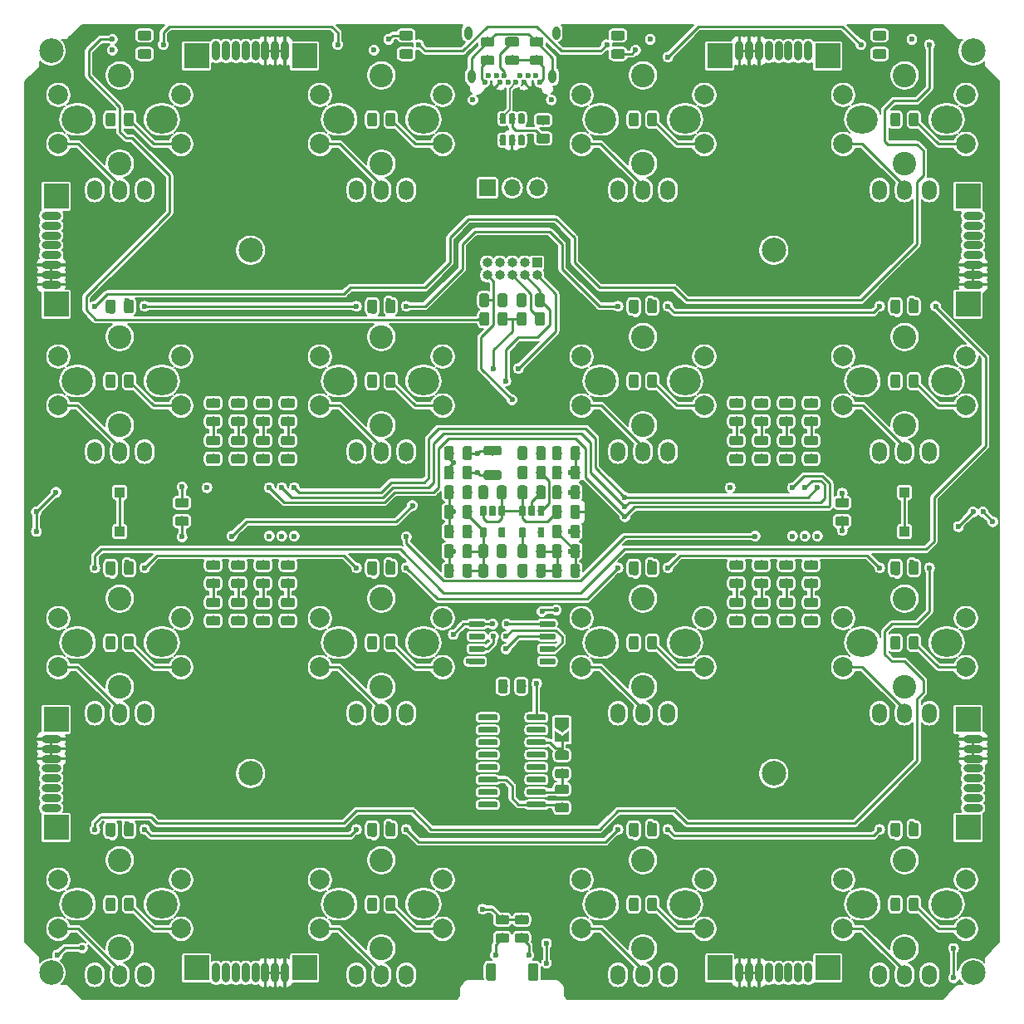
<source format=gbr>
G04 #@! TF.GenerationSoftware,KiCad,Pcbnew,(5.1.2)-2*
G04 #@! TF.CreationDate,2020-03-23T14:02:14+01:00*
G04 #@! TF.ProjectId,PO16_BU16,504f3136-5f42-4553-9136-2e6b69636164,rev?*
G04 #@! TF.SameCoordinates,Original*
G04 #@! TF.FileFunction,Copper,L4,Bot*
G04 #@! TF.FilePolarity,Positive*
%FSLAX46Y46*%
G04 Gerber Fmt 4.6, Leading zero omitted, Abs format (unit mm)*
G04 Created by KiCad (PCBNEW (5.1.2)-2) date 2020-03-23 14:02:14*
%MOMM*%
%LPD*%
G04 APERTURE LIST*
%ADD10C,0.100000*%
%ADD11C,0.600000*%
%ADD12C,2.500000*%
%ADD13C,2.400000*%
%ADD14C,2.000000*%
%ADD15C,1.000000*%
%ADD16C,0.650000*%
%ADD17O,0.800000X1.400000*%
%ADD18C,0.975000*%
%ADD19R,1.000000X1.000000*%
%ADD20R,2.500000X2.500000*%
%ADD21O,0.800000X2.000000*%
%ADD22O,3.200000X2.800000*%
%ADD23O,1.500000X2.000000*%
%ADD24C,0.300000*%
%ADD25O,2.000000X0.800000*%
%ADD26O,1.000000X1.000000*%
%ADD27O,1.700000X1.700000*%
%ADD28R,1.700000X1.700000*%
%ADD29C,0.250000*%
%ADD30C,0.254000*%
%ADD31C,0.152400*%
G04 APERTURE END LIST*
D10*
G36*
X97064703Y-111130722D02*
G01*
X97079264Y-111132882D01*
X97093543Y-111136459D01*
X97107403Y-111141418D01*
X97120710Y-111147712D01*
X97133336Y-111155280D01*
X97145159Y-111164048D01*
X97156066Y-111173934D01*
X97165952Y-111184841D01*
X97174720Y-111196664D01*
X97182288Y-111209290D01*
X97188582Y-111222597D01*
X97193541Y-111236457D01*
X97197118Y-111250736D01*
X97199278Y-111265297D01*
X97200000Y-111280000D01*
X97200000Y-111580000D01*
X97199278Y-111594703D01*
X97197118Y-111609264D01*
X97193541Y-111623543D01*
X97188582Y-111637403D01*
X97182288Y-111650710D01*
X97174720Y-111663336D01*
X97165952Y-111675159D01*
X97156066Y-111686066D01*
X97145159Y-111695952D01*
X97133336Y-111704720D01*
X97120710Y-111712288D01*
X97107403Y-111718582D01*
X97093543Y-111723541D01*
X97079264Y-111727118D01*
X97064703Y-111729278D01*
X97050000Y-111730000D01*
X95750000Y-111730000D01*
X95735297Y-111729278D01*
X95720736Y-111727118D01*
X95706457Y-111723541D01*
X95692597Y-111718582D01*
X95679290Y-111712288D01*
X95666664Y-111704720D01*
X95654841Y-111695952D01*
X95643934Y-111686066D01*
X95634048Y-111675159D01*
X95625280Y-111663336D01*
X95617712Y-111650710D01*
X95611418Y-111637403D01*
X95606459Y-111623543D01*
X95602882Y-111609264D01*
X95600722Y-111594703D01*
X95600000Y-111580000D01*
X95600000Y-111280000D01*
X95600722Y-111265297D01*
X95602882Y-111250736D01*
X95606459Y-111236457D01*
X95611418Y-111222597D01*
X95617712Y-111209290D01*
X95625280Y-111196664D01*
X95634048Y-111184841D01*
X95643934Y-111173934D01*
X95654841Y-111164048D01*
X95666664Y-111155280D01*
X95679290Y-111147712D01*
X95692597Y-111141418D01*
X95706457Y-111136459D01*
X95720736Y-111132882D01*
X95735297Y-111130722D01*
X95750000Y-111130000D01*
X97050000Y-111130000D01*
X97064703Y-111130722D01*
X97064703Y-111130722D01*
G37*
D11*
X96400000Y-111430000D03*
D10*
G36*
X97064703Y-112400722D02*
G01*
X97079264Y-112402882D01*
X97093543Y-112406459D01*
X97107403Y-112411418D01*
X97120710Y-112417712D01*
X97133336Y-112425280D01*
X97145159Y-112434048D01*
X97156066Y-112443934D01*
X97165952Y-112454841D01*
X97174720Y-112466664D01*
X97182288Y-112479290D01*
X97188582Y-112492597D01*
X97193541Y-112506457D01*
X97197118Y-112520736D01*
X97199278Y-112535297D01*
X97200000Y-112550000D01*
X97200000Y-112850000D01*
X97199278Y-112864703D01*
X97197118Y-112879264D01*
X97193541Y-112893543D01*
X97188582Y-112907403D01*
X97182288Y-112920710D01*
X97174720Y-112933336D01*
X97165952Y-112945159D01*
X97156066Y-112956066D01*
X97145159Y-112965952D01*
X97133336Y-112974720D01*
X97120710Y-112982288D01*
X97107403Y-112988582D01*
X97093543Y-112993541D01*
X97079264Y-112997118D01*
X97064703Y-112999278D01*
X97050000Y-113000000D01*
X95750000Y-113000000D01*
X95735297Y-112999278D01*
X95720736Y-112997118D01*
X95706457Y-112993541D01*
X95692597Y-112988582D01*
X95679290Y-112982288D01*
X95666664Y-112974720D01*
X95654841Y-112965952D01*
X95643934Y-112956066D01*
X95634048Y-112945159D01*
X95625280Y-112933336D01*
X95617712Y-112920710D01*
X95611418Y-112907403D01*
X95606459Y-112893543D01*
X95602882Y-112879264D01*
X95600722Y-112864703D01*
X95600000Y-112850000D01*
X95600000Y-112550000D01*
X95600722Y-112535297D01*
X95602882Y-112520736D01*
X95606459Y-112506457D01*
X95611418Y-112492597D01*
X95617712Y-112479290D01*
X95625280Y-112466664D01*
X95634048Y-112454841D01*
X95643934Y-112443934D01*
X95654841Y-112434048D01*
X95666664Y-112425280D01*
X95679290Y-112417712D01*
X95692597Y-112411418D01*
X95706457Y-112406459D01*
X95720736Y-112402882D01*
X95735297Y-112400722D01*
X95750000Y-112400000D01*
X97050000Y-112400000D01*
X97064703Y-112400722D01*
X97064703Y-112400722D01*
G37*
D11*
X96400000Y-112700000D03*
D10*
G36*
X97064703Y-113670722D02*
G01*
X97079264Y-113672882D01*
X97093543Y-113676459D01*
X97107403Y-113681418D01*
X97120710Y-113687712D01*
X97133336Y-113695280D01*
X97145159Y-113704048D01*
X97156066Y-113713934D01*
X97165952Y-113724841D01*
X97174720Y-113736664D01*
X97182288Y-113749290D01*
X97188582Y-113762597D01*
X97193541Y-113776457D01*
X97197118Y-113790736D01*
X97199278Y-113805297D01*
X97200000Y-113820000D01*
X97200000Y-114120000D01*
X97199278Y-114134703D01*
X97197118Y-114149264D01*
X97193541Y-114163543D01*
X97188582Y-114177403D01*
X97182288Y-114190710D01*
X97174720Y-114203336D01*
X97165952Y-114215159D01*
X97156066Y-114226066D01*
X97145159Y-114235952D01*
X97133336Y-114244720D01*
X97120710Y-114252288D01*
X97107403Y-114258582D01*
X97093543Y-114263541D01*
X97079264Y-114267118D01*
X97064703Y-114269278D01*
X97050000Y-114270000D01*
X95750000Y-114270000D01*
X95735297Y-114269278D01*
X95720736Y-114267118D01*
X95706457Y-114263541D01*
X95692597Y-114258582D01*
X95679290Y-114252288D01*
X95666664Y-114244720D01*
X95654841Y-114235952D01*
X95643934Y-114226066D01*
X95634048Y-114215159D01*
X95625280Y-114203336D01*
X95617712Y-114190710D01*
X95611418Y-114177403D01*
X95606459Y-114163543D01*
X95602882Y-114149264D01*
X95600722Y-114134703D01*
X95600000Y-114120000D01*
X95600000Y-113820000D01*
X95600722Y-113805297D01*
X95602882Y-113790736D01*
X95606459Y-113776457D01*
X95611418Y-113762597D01*
X95617712Y-113749290D01*
X95625280Y-113736664D01*
X95634048Y-113724841D01*
X95643934Y-113713934D01*
X95654841Y-113704048D01*
X95666664Y-113695280D01*
X95679290Y-113687712D01*
X95692597Y-113681418D01*
X95706457Y-113676459D01*
X95720736Y-113672882D01*
X95735297Y-113670722D01*
X95750000Y-113670000D01*
X97050000Y-113670000D01*
X97064703Y-113670722D01*
X97064703Y-113670722D01*
G37*
D11*
X96400000Y-113970000D03*
D10*
G36*
X97064703Y-114940722D02*
G01*
X97079264Y-114942882D01*
X97093543Y-114946459D01*
X97107403Y-114951418D01*
X97120710Y-114957712D01*
X97133336Y-114965280D01*
X97145159Y-114974048D01*
X97156066Y-114983934D01*
X97165952Y-114994841D01*
X97174720Y-115006664D01*
X97182288Y-115019290D01*
X97188582Y-115032597D01*
X97193541Y-115046457D01*
X97197118Y-115060736D01*
X97199278Y-115075297D01*
X97200000Y-115090000D01*
X97200000Y-115390000D01*
X97199278Y-115404703D01*
X97197118Y-115419264D01*
X97193541Y-115433543D01*
X97188582Y-115447403D01*
X97182288Y-115460710D01*
X97174720Y-115473336D01*
X97165952Y-115485159D01*
X97156066Y-115496066D01*
X97145159Y-115505952D01*
X97133336Y-115514720D01*
X97120710Y-115522288D01*
X97107403Y-115528582D01*
X97093543Y-115533541D01*
X97079264Y-115537118D01*
X97064703Y-115539278D01*
X97050000Y-115540000D01*
X95750000Y-115540000D01*
X95735297Y-115539278D01*
X95720736Y-115537118D01*
X95706457Y-115533541D01*
X95692597Y-115528582D01*
X95679290Y-115522288D01*
X95666664Y-115514720D01*
X95654841Y-115505952D01*
X95643934Y-115496066D01*
X95634048Y-115485159D01*
X95625280Y-115473336D01*
X95617712Y-115460710D01*
X95611418Y-115447403D01*
X95606459Y-115433543D01*
X95602882Y-115419264D01*
X95600722Y-115404703D01*
X95600000Y-115390000D01*
X95600000Y-115090000D01*
X95600722Y-115075297D01*
X95602882Y-115060736D01*
X95606459Y-115046457D01*
X95611418Y-115032597D01*
X95617712Y-115019290D01*
X95625280Y-115006664D01*
X95634048Y-114994841D01*
X95643934Y-114983934D01*
X95654841Y-114974048D01*
X95666664Y-114965280D01*
X95679290Y-114957712D01*
X95692597Y-114951418D01*
X95706457Y-114946459D01*
X95720736Y-114942882D01*
X95735297Y-114940722D01*
X95750000Y-114940000D01*
X97050000Y-114940000D01*
X97064703Y-114940722D01*
X97064703Y-114940722D01*
G37*
D11*
X96400000Y-115240000D03*
D10*
G36*
X104264703Y-114940722D02*
G01*
X104279264Y-114942882D01*
X104293543Y-114946459D01*
X104307403Y-114951418D01*
X104320710Y-114957712D01*
X104333336Y-114965280D01*
X104345159Y-114974048D01*
X104356066Y-114983934D01*
X104365952Y-114994841D01*
X104374720Y-115006664D01*
X104382288Y-115019290D01*
X104388582Y-115032597D01*
X104393541Y-115046457D01*
X104397118Y-115060736D01*
X104399278Y-115075297D01*
X104400000Y-115090000D01*
X104400000Y-115390000D01*
X104399278Y-115404703D01*
X104397118Y-115419264D01*
X104393541Y-115433543D01*
X104388582Y-115447403D01*
X104382288Y-115460710D01*
X104374720Y-115473336D01*
X104365952Y-115485159D01*
X104356066Y-115496066D01*
X104345159Y-115505952D01*
X104333336Y-115514720D01*
X104320710Y-115522288D01*
X104307403Y-115528582D01*
X104293543Y-115533541D01*
X104279264Y-115537118D01*
X104264703Y-115539278D01*
X104250000Y-115540000D01*
X102950000Y-115540000D01*
X102935297Y-115539278D01*
X102920736Y-115537118D01*
X102906457Y-115533541D01*
X102892597Y-115528582D01*
X102879290Y-115522288D01*
X102866664Y-115514720D01*
X102854841Y-115505952D01*
X102843934Y-115496066D01*
X102834048Y-115485159D01*
X102825280Y-115473336D01*
X102817712Y-115460710D01*
X102811418Y-115447403D01*
X102806459Y-115433543D01*
X102802882Y-115419264D01*
X102800722Y-115404703D01*
X102800000Y-115390000D01*
X102800000Y-115090000D01*
X102800722Y-115075297D01*
X102802882Y-115060736D01*
X102806459Y-115046457D01*
X102811418Y-115032597D01*
X102817712Y-115019290D01*
X102825280Y-115006664D01*
X102834048Y-114994841D01*
X102843934Y-114983934D01*
X102854841Y-114974048D01*
X102866664Y-114965280D01*
X102879290Y-114957712D01*
X102892597Y-114951418D01*
X102906457Y-114946459D01*
X102920736Y-114942882D01*
X102935297Y-114940722D01*
X102950000Y-114940000D01*
X104250000Y-114940000D01*
X104264703Y-114940722D01*
X104264703Y-114940722D01*
G37*
D11*
X103600000Y-115240000D03*
D10*
G36*
X104264703Y-113670722D02*
G01*
X104279264Y-113672882D01*
X104293543Y-113676459D01*
X104307403Y-113681418D01*
X104320710Y-113687712D01*
X104333336Y-113695280D01*
X104345159Y-113704048D01*
X104356066Y-113713934D01*
X104365952Y-113724841D01*
X104374720Y-113736664D01*
X104382288Y-113749290D01*
X104388582Y-113762597D01*
X104393541Y-113776457D01*
X104397118Y-113790736D01*
X104399278Y-113805297D01*
X104400000Y-113820000D01*
X104400000Y-114120000D01*
X104399278Y-114134703D01*
X104397118Y-114149264D01*
X104393541Y-114163543D01*
X104388582Y-114177403D01*
X104382288Y-114190710D01*
X104374720Y-114203336D01*
X104365952Y-114215159D01*
X104356066Y-114226066D01*
X104345159Y-114235952D01*
X104333336Y-114244720D01*
X104320710Y-114252288D01*
X104307403Y-114258582D01*
X104293543Y-114263541D01*
X104279264Y-114267118D01*
X104264703Y-114269278D01*
X104250000Y-114270000D01*
X102950000Y-114270000D01*
X102935297Y-114269278D01*
X102920736Y-114267118D01*
X102906457Y-114263541D01*
X102892597Y-114258582D01*
X102879290Y-114252288D01*
X102866664Y-114244720D01*
X102854841Y-114235952D01*
X102843934Y-114226066D01*
X102834048Y-114215159D01*
X102825280Y-114203336D01*
X102817712Y-114190710D01*
X102811418Y-114177403D01*
X102806459Y-114163543D01*
X102802882Y-114149264D01*
X102800722Y-114134703D01*
X102800000Y-114120000D01*
X102800000Y-113820000D01*
X102800722Y-113805297D01*
X102802882Y-113790736D01*
X102806459Y-113776457D01*
X102811418Y-113762597D01*
X102817712Y-113749290D01*
X102825280Y-113736664D01*
X102834048Y-113724841D01*
X102843934Y-113713934D01*
X102854841Y-113704048D01*
X102866664Y-113695280D01*
X102879290Y-113687712D01*
X102892597Y-113681418D01*
X102906457Y-113676459D01*
X102920736Y-113672882D01*
X102935297Y-113670722D01*
X102950000Y-113670000D01*
X104250000Y-113670000D01*
X104264703Y-113670722D01*
X104264703Y-113670722D01*
G37*
D11*
X103600000Y-113970000D03*
D10*
G36*
X104264703Y-112400722D02*
G01*
X104279264Y-112402882D01*
X104293543Y-112406459D01*
X104307403Y-112411418D01*
X104320710Y-112417712D01*
X104333336Y-112425280D01*
X104345159Y-112434048D01*
X104356066Y-112443934D01*
X104365952Y-112454841D01*
X104374720Y-112466664D01*
X104382288Y-112479290D01*
X104388582Y-112492597D01*
X104393541Y-112506457D01*
X104397118Y-112520736D01*
X104399278Y-112535297D01*
X104400000Y-112550000D01*
X104400000Y-112850000D01*
X104399278Y-112864703D01*
X104397118Y-112879264D01*
X104393541Y-112893543D01*
X104388582Y-112907403D01*
X104382288Y-112920710D01*
X104374720Y-112933336D01*
X104365952Y-112945159D01*
X104356066Y-112956066D01*
X104345159Y-112965952D01*
X104333336Y-112974720D01*
X104320710Y-112982288D01*
X104307403Y-112988582D01*
X104293543Y-112993541D01*
X104279264Y-112997118D01*
X104264703Y-112999278D01*
X104250000Y-113000000D01*
X102950000Y-113000000D01*
X102935297Y-112999278D01*
X102920736Y-112997118D01*
X102906457Y-112993541D01*
X102892597Y-112988582D01*
X102879290Y-112982288D01*
X102866664Y-112974720D01*
X102854841Y-112965952D01*
X102843934Y-112956066D01*
X102834048Y-112945159D01*
X102825280Y-112933336D01*
X102817712Y-112920710D01*
X102811418Y-112907403D01*
X102806459Y-112893543D01*
X102802882Y-112879264D01*
X102800722Y-112864703D01*
X102800000Y-112850000D01*
X102800000Y-112550000D01*
X102800722Y-112535297D01*
X102802882Y-112520736D01*
X102806459Y-112506457D01*
X102811418Y-112492597D01*
X102817712Y-112479290D01*
X102825280Y-112466664D01*
X102834048Y-112454841D01*
X102843934Y-112443934D01*
X102854841Y-112434048D01*
X102866664Y-112425280D01*
X102879290Y-112417712D01*
X102892597Y-112411418D01*
X102906457Y-112406459D01*
X102920736Y-112402882D01*
X102935297Y-112400722D01*
X102950000Y-112400000D01*
X104250000Y-112400000D01*
X104264703Y-112400722D01*
X104264703Y-112400722D01*
G37*
D11*
X103600000Y-112700000D03*
D10*
G36*
X104264703Y-111130722D02*
G01*
X104279264Y-111132882D01*
X104293543Y-111136459D01*
X104307403Y-111141418D01*
X104320710Y-111147712D01*
X104333336Y-111155280D01*
X104345159Y-111164048D01*
X104356066Y-111173934D01*
X104365952Y-111184841D01*
X104374720Y-111196664D01*
X104382288Y-111209290D01*
X104388582Y-111222597D01*
X104393541Y-111236457D01*
X104397118Y-111250736D01*
X104399278Y-111265297D01*
X104400000Y-111280000D01*
X104400000Y-111580000D01*
X104399278Y-111594703D01*
X104397118Y-111609264D01*
X104393541Y-111623543D01*
X104388582Y-111637403D01*
X104382288Y-111650710D01*
X104374720Y-111663336D01*
X104365952Y-111675159D01*
X104356066Y-111686066D01*
X104345159Y-111695952D01*
X104333336Y-111704720D01*
X104320710Y-111712288D01*
X104307403Y-111718582D01*
X104293543Y-111723541D01*
X104279264Y-111727118D01*
X104264703Y-111729278D01*
X104250000Y-111730000D01*
X102950000Y-111730000D01*
X102935297Y-111729278D01*
X102920736Y-111727118D01*
X102906457Y-111723541D01*
X102892597Y-111718582D01*
X102879290Y-111712288D01*
X102866664Y-111704720D01*
X102854841Y-111695952D01*
X102843934Y-111686066D01*
X102834048Y-111675159D01*
X102825280Y-111663336D01*
X102817712Y-111650710D01*
X102811418Y-111637403D01*
X102806459Y-111623543D01*
X102802882Y-111609264D01*
X102800722Y-111594703D01*
X102800000Y-111580000D01*
X102800000Y-111280000D01*
X102800722Y-111265297D01*
X102802882Y-111250736D01*
X102806459Y-111236457D01*
X102811418Y-111222597D01*
X102817712Y-111209290D01*
X102825280Y-111196664D01*
X102834048Y-111184841D01*
X102843934Y-111173934D01*
X102854841Y-111164048D01*
X102866664Y-111155280D01*
X102879290Y-111147712D01*
X102892597Y-111141418D01*
X102906457Y-111136459D01*
X102920736Y-111132882D01*
X102935297Y-111130722D01*
X102950000Y-111130000D01*
X104250000Y-111130000D01*
X104264703Y-111130722D01*
X104264703Y-111130722D01*
G37*
D11*
X103600000Y-111430000D03*
D12*
X73330000Y-126670000D03*
X126670000Y-126670000D03*
X126670000Y-73330000D03*
X73330000Y-73330000D03*
X53000000Y-147000000D03*
X147000000Y-147000000D03*
X147000000Y-53000000D03*
X53000000Y-53000000D03*
D13*
X113335000Y-91165000D03*
X113335000Y-82165000D03*
D14*
X107085000Y-89165000D03*
X119585000Y-84165000D03*
X119585000Y-89165000D03*
X107085000Y-84165000D03*
D10*
G36*
X98674504Y-93251204D02*
G01*
X98698773Y-93254804D01*
X98722571Y-93260765D01*
X98745671Y-93269030D01*
X98767849Y-93279520D01*
X98788893Y-93292133D01*
X98808598Y-93306747D01*
X98826777Y-93323223D01*
X98843253Y-93341402D01*
X98857867Y-93361107D01*
X98870480Y-93382151D01*
X98880970Y-93404329D01*
X98889235Y-93427429D01*
X98895196Y-93451227D01*
X98898796Y-93475496D01*
X98900000Y-93500000D01*
X98900000Y-94000000D01*
X98898796Y-94024504D01*
X98895196Y-94048773D01*
X98889235Y-94072571D01*
X98880970Y-94095671D01*
X98870480Y-94117849D01*
X98857867Y-94138893D01*
X98843253Y-94158598D01*
X98826777Y-94176777D01*
X98808598Y-94193253D01*
X98788893Y-94207867D01*
X98767849Y-94220480D01*
X98745671Y-94230970D01*
X98722571Y-94239235D01*
X98698773Y-94245196D01*
X98674504Y-94248796D01*
X98650000Y-94250000D01*
X97350000Y-94250000D01*
X97325496Y-94248796D01*
X97301227Y-94245196D01*
X97277429Y-94239235D01*
X97254329Y-94230970D01*
X97232151Y-94220480D01*
X97211107Y-94207867D01*
X97191402Y-94193253D01*
X97173223Y-94176777D01*
X97156747Y-94158598D01*
X97142133Y-94138893D01*
X97129520Y-94117849D01*
X97119030Y-94095671D01*
X97110765Y-94072571D01*
X97104804Y-94048773D01*
X97101204Y-94024504D01*
X97100000Y-94000000D01*
X97100000Y-93500000D01*
X97101204Y-93475496D01*
X97104804Y-93451227D01*
X97110765Y-93427429D01*
X97119030Y-93404329D01*
X97129520Y-93382151D01*
X97142133Y-93361107D01*
X97156747Y-93341402D01*
X97173223Y-93323223D01*
X97191402Y-93306747D01*
X97211107Y-93292133D01*
X97232151Y-93279520D01*
X97254329Y-93269030D01*
X97277429Y-93260765D01*
X97301227Y-93254804D01*
X97325496Y-93251204D01*
X97350000Y-93250000D01*
X98650000Y-93250000D01*
X98674504Y-93251204D01*
X98674504Y-93251204D01*
G37*
D15*
X98000000Y-93750000D03*
D10*
G36*
X98674504Y-95751204D02*
G01*
X98698773Y-95754804D01*
X98722571Y-95760765D01*
X98745671Y-95769030D01*
X98767849Y-95779520D01*
X98788893Y-95792133D01*
X98808598Y-95806747D01*
X98826777Y-95823223D01*
X98843253Y-95841402D01*
X98857867Y-95861107D01*
X98870480Y-95882151D01*
X98880970Y-95904329D01*
X98889235Y-95927429D01*
X98895196Y-95951227D01*
X98898796Y-95975496D01*
X98900000Y-96000000D01*
X98900000Y-96500000D01*
X98898796Y-96524504D01*
X98895196Y-96548773D01*
X98889235Y-96572571D01*
X98880970Y-96595671D01*
X98870480Y-96617849D01*
X98857867Y-96638893D01*
X98843253Y-96658598D01*
X98826777Y-96676777D01*
X98808598Y-96693253D01*
X98788893Y-96707867D01*
X98767849Y-96720480D01*
X98745671Y-96730970D01*
X98722571Y-96739235D01*
X98698773Y-96745196D01*
X98674504Y-96748796D01*
X98650000Y-96750000D01*
X97350000Y-96750000D01*
X97325496Y-96748796D01*
X97301227Y-96745196D01*
X97277429Y-96739235D01*
X97254329Y-96730970D01*
X97232151Y-96720480D01*
X97211107Y-96707867D01*
X97191402Y-96693253D01*
X97173223Y-96676777D01*
X97156747Y-96658598D01*
X97142133Y-96638893D01*
X97129520Y-96617849D01*
X97119030Y-96595671D01*
X97110765Y-96572571D01*
X97104804Y-96548773D01*
X97101204Y-96524504D01*
X97100000Y-96500000D01*
X97100000Y-96000000D01*
X97101204Y-95975496D01*
X97104804Y-95951227D01*
X97110765Y-95927429D01*
X97119030Y-95904329D01*
X97129520Y-95882151D01*
X97142133Y-95861107D01*
X97156747Y-95841402D01*
X97173223Y-95823223D01*
X97191402Y-95806747D01*
X97211107Y-95792133D01*
X97232151Y-95779520D01*
X97254329Y-95769030D01*
X97277429Y-95760765D01*
X97301227Y-95754804D01*
X97325496Y-95751204D01*
X97350000Y-95750000D01*
X98650000Y-95750000D01*
X98674504Y-95751204D01*
X98674504Y-95751204D01*
G37*
D15*
X98000000Y-96250000D03*
D10*
G36*
X100178428Y-61570782D02*
G01*
X100194202Y-61573122D01*
X100209671Y-61576997D01*
X100224686Y-61582370D01*
X100239102Y-61589188D01*
X100252780Y-61597386D01*
X100265589Y-61606886D01*
X100277405Y-61617595D01*
X100288114Y-61629411D01*
X100297614Y-61642220D01*
X100305812Y-61655898D01*
X100312630Y-61670314D01*
X100318003Y-61685329D01*
X100321878Y-61700798D01*
X100324218Y-61716572D01*
X100325000Y-61732500D01*
X100325000Y-62467500D01*
X100324218Y-62483428D01*
X100321878Y-62499202D01*
X100318003Y-62514671D01*
X100312630Y-62529686D01*
X100305812Y-62544102D01*
X100297614Y-62557780D01*
X100288114Y-62570589D01*
X100277405Y-62582405D01*
X100265589Y-62593114D01*
X100252780Y-62602614D01*
X100239102Y-62610812D01*
X100224686Y-62617630D01*
X100209671Y-62623003D01*
X100194202Y-62626878D01*
X100178428Y-62629218D01*
X100162500Y-62630000D01*
X99837500Y-62630000D01*
X99821572Y-62629218D01*
X99805798Y-62626878D01*
X99790329Y-62623003D01*
X99775314Y-62617630D01*
X99760898Y-62610812D01*
X99747220Y-62602614D01*
X99734411Y-62593114D01*
X99722595Y-62582405D01*
X99711886Y-62570589D01*
X99702386Y-62557780D01*
X99694188Y-62544102D01*
X99687370Y-62529686D01*
X99681997Y-62514671D01*
X99678122Y-62499202D01*
X99675782Y-62483428D01*
X99675000Y-62467500D01*
X99675000Y-61732500D01*
X99675782Y-61716572D01*
X99678122Y-61700798D01*
X99681997Y-61685329D01*
X99687370Y-61670314D01*
X99694188Y-61655898D01*
X99702386Y-61642220D01*
X99711886Y-61629411D01*
X99722595Y-61617595D01*
X99734411Y-61606886D01*
X99747220Y-61597386D01*
X99760898Y-61589188D01*
X99775314Y-61582370D01*
X99790329Y-61576997D01*
X99805798Y-61573122D01*
X99821572Y-61570782D01*
X99837500Y-61570000D01*
X100162500Y-61570000D01*
X100178428Y-61570782D01*
X100178428Y-61570782D01*
G37*
D16*
X100000000Y-62100000D03*
D10*
G36*
X99228428Y-61570782D02*
G01*
X99244202Y-61573122D01*
X99259671Y-61576997D01*
X99274686Y-61582370D01*
X99289102Y-61589188D01*
X99302780Y-61597386D01*
X99315589Y-61606886D01*
X99327405Y-61617595D01*
X99338114Y-61629411D01*
X99347614Y-61642220D01*
X99355812Y-61655898D01*
X99362630Y-61670314D01*
X99368003Y-61685329D01*
X99371878Y-61700798D01*
X99374218Y-61716572D01*
X99375000Y-61732500D01*
X99375000Y-62467500D01*
X99374218Y-62483428D01*
X99371878Y-62499202D01*
X99368003Y-62514671D01*
X99362630Y-62529686D01*
X99355812Y-62544102D01*
X99347614Y-62557780D01*
X99338114Y-62570589D01*
X99327405Y-62582405D01*
X99315589Y-62593114D01*
X99302780Y-62602614D01*
X99289102Y-62610812D01*
X99274686Y-62617630D01*
X99259671Y-62623003D01*
X99244202Y-62626878D01*
X99228428Y-62629218D01*
X99212500Y-62630000D01*
X98887500Y-62630000D01*
X98871572Y-62629218D01*
X98855798Y-62626878D01*
X98840329Y-62623003D01*
X98825314Y-62617630D01*
X98810898Y-62610812D01*
X98797220Y-62602614D01*
X98784411Y-62593114D01*
X98772595Y-62582405D01*
X98761886Y-62570589D01*
X98752386Y-62557780D01*
X98744188Y-62544102D01*
X98737370Y-62529686D01*
X98731997Y-62514671D01*
X98728122Y-62499202D01*
X98725782Y-62483428D01*
X98725000Y-62467500D01*
X98725000Y-61732500D01*
X98725782Y-61716572D01*
X98728122Y-61700798D01*
X98731997Y-61685329D01*
X98737370Y-61670314D01*
X98744188Y-61655898D01*
X98752386Y-61642220D01*
X98761886Y-61629411D01*
X98772595Y-61617595D01*
X98784411Y-61606886D01*
X98797220Y-61597386D01*
X98810898Y-61589188D01*
X98825314Y-61582370D01*
X98840329Y-61576997D01*
X98855798Y-61573122D01*
X98871572Y-61570782D01*
X98887500Y-61570000D01*
X99212500Y-61570000D01*
X99228428Y-61570782D01*
X99228428Y-61570782D01*
G37*
D16*
X99050000Y-62100000D03*
D10*
G36*
X101128428Y-61570782D02*
G01*
X101144202Y-61573122D01*
X101159671Y-61576997D01*
X101174686Y-61582370D01*
X101189102Y-61589188D01*
X101202780Y-61597386D01*
X101215589Y-61606886D01*
X101227405Y-61617595D01*
X101238114Y-61629411D01*
X101247614Y-61642220D01*
X101255812Y-61655898D01*
X101262630Y-61670314D01*
X101268003Y-61685329D01*
X101271878Y-61700798D01*
X101274218Y-61716572D01*
X101275000Y-61732500D01*
X101275000Y-62467500D01*
X101274218Y-62483428D01*
X101271878Y-62499202D01*
X101268003Y-62514671D01*
X101262630Y-62529686D01*
X101255812Y-62544102D01*
X101247614Y-62557780D01*
X101238114Y-62570589D01*
X101227405Y-62582405D01*
X101215589Y-62593114D01*
X101202780Y-62602614D01*
X101189102Y-62610812D01*
X101174686Y-62617630D01*
X101159671Y-62623003D01*
X101144202Y-62626878D01*
X101128428Y-62629218D01*
X101112500Y-62630000D01*
X100787500Y-62630000D01*
X100771572Y-62629218D01*
X100755798Y-62626878D01*
X100740329Y-62623003D01*
X100725314Y-62617630D01*
X100710898Y-62610812D01*
X100697220Y-62602614D01*
X100684411Y-62593114D01*
X100672595Y-62582405D01*
X100661886Y-62570589D01*
X100652386Y-62557780D01*
X100644188Y-62544102D01*
X100637370Y-62529686D01*
X100631997Y-62514671D01*
X100628122Y-62499202D01*
X100625782Y-62483428D01*
X100625000Y-62467500D01*
X100625000Y-61732500D01*
X100625782Y-61716572D01*
X100628122Y-61700798D01*
X100631997Y-61685329D01*
X100637370Y-61670314D01*
X100644188Y-61655898D01*
X100652386Y-61642220D01*
X100661886Y-61629411D01*
X100672595Y-61617595D01*
X100684411Y-61606886D01*
X100697220Y-61597386D01*
X100710898Y-61589188D01*
X100725314Y-61582370D01*
X100740329Y-61576997D01*
X100755798Y-61573122D01*
X100771572Y-61570782D01*
X100787500Y-61570000D01*
X101112500Y-61570000D01*
X101128428Y-61570782D01*
X101128428Y-61570782D01*
G37*
D16*
X100950000Y-62100000D03*
D10*
G36*
X101128428Y-59370782D02*
G01*
X101144202Y-59373122D01*
X101159671Y-59376997D01*
X101174686Y-59382370D01*
X101189102Y-59389188D01*
X101202780Y-59397386D01*
X101215589Y-59406886D01*
X101227405Y-59417595D01*
X101238114Y-59429411D01*
X101247614Y-59442220D01*
X101255812Y-59455898D01*
X101262630Y-59470314D01*
X101268003Y-59485329D01*
X101271878Y-59500798D01*
X101274218Y-59516572D01*
X101275000Y-59532500D01*
X101275000Y-60267500D01*
X101274218Y-60283428D01*
X101271878Y-60299202D01*
X101268003Y-60314671D01*
X101262630Y-60329686D01*
X101255812Y-60344102D01*
X101247614Y-60357780D01*
X101238114Y-60370589D01*
X101227405Y-60382405D01*
X101215589Y-60393114D01*
X101202780Y-60402614D01*
X101189102Y-60410812D01*
X101174686Y-60417630D01*
X101159671Y-60423003D01*
X101144202Y-60426878D01*
X101128428Y-60429218D01*
X101112500Y-60430000D01*
X100787500Y-60430000D01*
X100771572Y-60429218D01*
X100755798Y-60426878D01*
X100740329Y-60423003D01*
X100725314Y-60417630D01*
X100710898Y-60410812D01*
X100697220Y-60402614D01*
X100684411Y-60393114D01*
X100672595Y-60382405D01*
X100661886Y-60370589D01*
X100652386Y-60357780D01*
X100644188Y-60344102D01*
X100637370Y-60329686D01*
X100631997Y-60314671D01*
X100628122Y-60299202D01*
X100625782Y-60283428D01*
X100625000Y-60267500D01*
X100625000Y-59532500D01*
X100625782Y-59516572D01*
X100628122Y-59500798D01*
X100631997Y-59485329D01*
X100637370Y-59470314D01*
X100644188Y-59455898D01*
X100652386Y-59442220D01*
X100661886Y-59429411D01*
X100672595Y-59417595D01*
X100684411Y-59406886D01*
X100697220Y-59397386D01*
X100710898Y-59389188D01*
X100725314Y-59382370D01*
X100740329Y-59376997D01*
X100755798Y-59373122D01*
X100771572Y-59370782D01*
X100787500Y-59370000D01*
X101112500Y-59370000D01*
X101128428Y-59370782D01*
X101128428Y-59370782D01*
G37*
D16*
X100950000Y-59900000D03*
D10*
G36*
X100178428Y-59370782D02*
G01*
X100194202Y-59373122D01*
X100209671Y-59376997D01*
X100224686Y-59382370D01*
X100239102Y-59389188D01*
X100252780Y-59397386D01*
X100265589Y-59406886D01*
X100277405Y-59417595D01*
X100288114Y-59429411D01*
X100297614Y-59442220D01*
X100305812Y-59455898D01*
X100312630Y-59470314D01*
X100318003Y-59485329D01*
X100321878Y-59500798D01*
X100324218Y-59516572D01*
X100325000Y-59532500D01*
X100325000Y-60267500D01*
X100324218Y-60283428D01*
X100321878Y-60299202D01*
X100318003Y-60314671D01*
X100312630Y-60329686D01*
X100305812Y-60344102D01*
X100297614Y-60357780D01*
X100288114Y-60370589D01*
X100277405Y-60382405D01*
X100265589Y-60393114D01*
X100252780Y-60402614D01*
X100239102Y-60410812D01*
X100224686Y-60417630D01*
X100209671Y-60423003D01*
X100194202Y-60426878D01*
X100178428Y-60429218D01*
X100162500Y-60430000D01*
X99837500Y-60430000D01*
X99821572Y-60429218D01*
X99805798Y-60426878D01*
X99790329Y-60423003D01*
X99775314Y-60417630D01*
X99760898Y-60410812D01*
X99747220Y-60402614D01*
X99734411Y-60393114D01*
X99722595Y-60382405D01*
X99711886Y-60370589D01*
X99702386Y-60357780D01*
X99694188Y-60344102D01*
X99687370Y-60329686D01*
X99681997Y-60314671D01*
X99678122Y-60299202D01*
X99675782Y-60283428D01*
X99675000Y-60267500D01*
X99675000Y-59532500D01*
X99675782Y-59516572D01*
X99678122Y-59500798D01*
X99681997Y-59485329D01*
X99687370Y-59470314D01*
X99694188Y-59455898D01*
X99702386Y-59442220D01*
X99711886Y-59429411D01*
X99722595Y-59417595D01*
X99734411Y-59406886D01*
X99747220Y-59397386D01*
X99760898Y-59389188D01*
X99775314Y-59382370D01*
X99790329Y-59376997D01*
X99805798Y-59373122D01*
X99821572Y-59370782D01*
X99837500Y-59370000D01*
X100162500Y-59370000D01*
X100178428Y-59370782D01*
X100178428Y-59370782D01*
G37*
D16*
X100000000Y-59900000D03*
D10*
G36*
X99228428Y-59370782D02*
G01*
X99244202Y-59373122D01*
X99259671Y-59376997D01*
X99274686Y-59382370D01*
X99289102Y-59389188D01*
X99302780Y-59397386D01*
X99315589Y-59406886D01*
X99327405Y-59417595D01*
X99338114Y-59429411D01*
X99347614Y-59442220D01*
X99355812Y-59455898D01*
X99362630Y-59470314D01*
X99368003Y-59485329D01*
X99371878Y-59500798D01*
X99374218Y-59516572D01*
X99375000Y-59532500D01*
X99375000Y-60267500D01*
X99374218Y-60283428D01*
X99371878Y-60299202D01*
X99368003Y-60314671D01*
X99362630Y-60329686D01*
X99355812Y-60344102D01*
X99347614Y-60357780D01*
X99338114Y-60370589D01*
X99327405Y-60382405D01*
X99315589Y-60393114D01*
X99302780Y-60402614D01*
X99289102Y-60410812D01*
X99274686Y-60417630D01*
X99259671Y-60423003D01*
X99244202Y-60426878D01*
X99228428Y-60429218D01*
X99212500Y-60430000D01*
X98887500Y-60430000D01*
X98871572Y-60429218D01*
X98855798Y-60426878D01*
X98840329Y-60423003D01*
X98825314Y-60417630D01*
X98810898Y-60410812D01*
X98797220Y-60402614D01*
X98784411Y-60393114D01*
X98772595Y-60382405D01*
X98761886Y-60370589D01*
X98752386Y-60357780D01*
X98744188Y-60344102D01*
X98737370Y-60329686D01*
X98731997Y-60314671D01*
X98728122Y-60299202D01*
X98725782Y-60283428D01*
X98725000Y-60267500D01*
X98725000Y-59532500D01*
X98725782Y-59516572D01*
X98728122Y-59500798D01*
X98731997Y-59485329D01*
X98737370Y-59470314D01*
X98744188Y-59455898D01*
X98752386Y-59442220D01*
X98761886Y-59429411D01*
X98772595Y-59417595D01*
X98784411Y-59406886D01*
X98797220Y-59397386D01*
X98810898Y-59389188D01*
X98825314Y-59382370D01*
X98840329Y-59376997D01*
X98855798Y-59373122D01*
X98871572Y-59370782D01*
X98887500Y-59370000D01*
X99212500Y-59370000D01*
X99228428Y-59370782D01*
X99228428Y-59370782D01*
G37*
D16*
X99050000Y-59900000D03*
D11*
X102400000Y-55510000D03*
X101600000Y-55510000D03*
X100800000Y-55510000D03*
X99200000Y-55510000D03*
X98400000Y-55510000D03*
X97600000Y-55510000D03*
X102800000Y-56210000D03*
X101200000Y-56210000D03*
X100400000Y-56210000D03*
X99600000Y-56210000D03*
X98800000Y-56210000D03*
X97200000Y-56210000D03*
D17*
X104490000Y-51160000D03*
X95510000Y-51160000D03*
X95870000Y-55610000D03*
X104130000Y-55610000D03*
D10*
G36*
X97980142Y-53461174D02*
G01*
X98003803Y-53464684D01*
X98027007Y-53470496D01*
X98049529Y-53478554D01*
X98071153Y-53488782D01*
X98091670Y-53501079D01*
X98110883Y-53515329D01*
X98128607Y-53531393D01*
X98144671Y-53549117D01*
X98158921Y-53568330D01*
X98171218Y-53588847D01*
X98181446Y-53610471D01*
X98189504Y-53632993D01*
X98195316Y-53656197D01*
X98198826Y-53679858D01*
X98200000Y-53703750D01*
X98200000Y-54191250D01*
X98198826Y-54215142D01*
X98195316Y-54238803D01*
X98189504Y-54262007D01*
X98181446Y-54284529D01*
X98171218Y-54306153D01*
X98158921Y-54326670D01*
X98144671Y-54345883D01*
X98128607Y-54363607D01*
X98110883Y-54379671D01*
X98091670Y-54393921D01*
X98071153Y-54406218D01*
X98049529Y-54416446D01*
X98027007Y-54424504D01*
X98003803Y-54430316D01*
X97980142Y-54433826D01*
X97956250Y-54435000D01*
X97043750Y-54435000D01*
X97019858Y-54433826D01*
X96996197Y-54430316D01*
X96972993Y-54424504D01*
X96950471Y-54416446D01*
X96928847Y-54406218D01*
X96908330Y-54393921D01*
X96889117Y-54379671D01*
X96871393Y-54363607D01*
X96855329Y-54345883D01*
X96841079Y-54326670D01*
X96828782Y-54306153D01*
X96818554Y-54284529D01*
X96810496Y-54262007D01*
X96804684Y-54238803D01*
X96801174Y-54215142D01*
X96800000Y-54191250D01*
X96800000Y-53703750D01*
X96801174Y-53679858D01*
X96804684Y-53656197D01*
X96810496Y-53632993D01*
X96818554Y-53610471D01*
X96828782Y-53588847D01*
X96841079Y-53568330D01*
X96855329Y-53549117D01*
X96871393Y-53531393D01*
X96889117Y-53515329D01*
X96908330Y-53501079D01*
X96928847Y-53488782D01*
X96950471Y-53478554D01*
X96972993Y-53470496D01*
X96996197Y-53464684D01*
X97019858Y-53461174D01*
X97043750Y-53460000D01*
X97956250Y-53460000D01*
X97980142Y-53461174D01*
X97980142Y-53461174D01*
G37*
D18*
X97500000Y-53947500D03*
D10*
G36*
X97980142Y-51586174D02*
G01*
X98003803Y-51589684D01*
X98027007Y-51595496D01*
X98049529Y-51603554D01*
X98071153Y-51613782D01*
X98091670Y-51626079D01*
X98110883Y-51640329D01*
X98128607Y-51656393D01*
X98144671Y-51674117D01*
X98158921Y-51693330D01*
X98171218Y-51713847D01*
X98181446Y-51735471D01*
X98189504Y-51757993D01*
X98195316Y-51781197D01*
X98198826Y-51804858D01*
X98200000Y-51828750D01*
X98200000Y-52316250D01*
X98198826Y-52340142D01*
X98195316Y-52363803D01*
X98189504Y-52387007D01*
X98181446Y-52409529D01*
X98171218Y-52431153D01*
X98158921Y-52451670D01*
X98144671Y-52470883D01*
X98128607Y-52488607D01*
X98110883Y-52504671D01*
X98091670Y-52518921D01*
X98071153Y-52531218D01*
X98049529Y-52541446D01*
X98027007Y-52549504D01*
X98003803Y-52555316D01*
X97980142Y-52558826D01*
X97956250Y-52560000D01*
X97043750Y-52560000D01*
X97019858Y-52558826D01*
X96996197Y-52555316D01*
X96972993Y-52549504D01*
X96950471Y-52541446D01*
X96928847Y-52531218D01*
X96908330Y-52518921D01*
X96889117Y-52504671D01*
X96871393Y-52488607D01*
X96855329Y-52470883D01*
X96841079Y-52451670D01*
X96828782Y-52431153D01*
X96818554Y-52409529D01*
X96810496Y-52387007D01*
X96804684Y-52363803D01*
X96801174Y-52340142D01*
X96800000Y-52316250D01*
X96800000Y-51828750D01*
X96801174Y-51804858D01*
X96804684Y-51781197D01*
X96810496Y-51757993D01*
X96818554Y-51735471D01*
X96828782Y-51713847D01*
X96841079Y-51693330D01*
X96855329Y-51674117D01*
X96871393Y-51656393D01*
X96889117Y-51640329D01*
X96908330Y-51626079D01*
X96928847Y-51613782D01*
X96950471Y-51603554D01*
X96972993Y-51595496D01*
X96996197Y-51589684D01*
X97019858Y-51586174D01*
X97043750Y-51585000D01*
X97956250Y-51585000D01*
X97980142Y-51586174D01*
X97980142Y-51586174D01*
G37*
D18*
X97500000Y-52072500D03*
D10*
G36*
X98364703Y-129545722D02*
G01*
X98379264Y-129547882D01*
X98393543Y-129551459D01*
X98407403Y-129556418D01*
X98420710Y-129562712D01*
X98433336Y-129570280D01*
X98445159Y-129579048D01*
X98456066Y-129588934D01*
X98465952Y-129599841D01*
X98474720Y-129611664D01*
X98482288Y-129624290D01*
X98488582Y-129637597D01*
X98493541Y-129651457D01*
X98497118Y-129665736D01*
X98499278Y-129680297D01*
X98500000Y-129695000D01*
X98500000Y-129995000D01*
X98499278Y-130009703D01*
X98497118Y-130024264D01*
X98493541Y-130038543D01*
X98488582Y-130052403D01*
X98482288Y-130065710D01*
X98474720Y-130078336D01*
X98465952Y-130090159D01*
X98456066Y-130101066D01*
X98445159Y-130110952D01*
X98433336Y-130119720D01*
X98420710Y-130127288D01*
X98407403Y-130133582D01*
X98393543Y-130138541D01*
X98379264Y-130142118D01*
X98364703Y-130144278D01*
X98350000Y-130145000D01*
X96700000Y-130145000D01*
X96685297Y-130144278D01*
X96670736Y-130142118D01*
X96656457Y-130138541D01*
X96642597Y-130133582D01*
X96629290Y-130127288D01*
X96616664Y-130119720D01*
X96604841Y-130110952D01*
X96593934Y-130101066D01*
X96584048Y-130090159D01*
X96575280Y-130078336D01*
X96567712Y-130065710D01*
X96561418Y-130052403D01*
X96556459Y-130038543D01*
X96552882Y-130024264D01*
X96550722Y-130009703D01*
X96550000Y-129995000D01*
X96550000Y-129695000D01*
X96550722Y-129680297D01*
X96552882Y-129665736D01*
X96556459Y-129651457D01*
X96561418Y-129637597D01*
X96567712Y-129624290D01*
X96575280Y-129611664D01*
X96584048Y-129599841D01*
X96593934Y-129588934D01*
X96604841Y-129579048D01*
X96616664Y-129570280D01*
X96629290Y-129562712D01*
X96642597Y-129556418D01*
X96656457Y-129551459D01*
X96670736Y-129547882D01*
X96685297Y-129545722D01*
X96700000Y-129545000D01*
X98350000Y-129545000D01*
X98364703Y-129545722D01*
X98364703Y-129545722D01*
G37*
D11*
X97525000Y-129845000D03*
D10*
G36*
X98364703Y-128275722D02*
G01*
X98379264Y-128277882D01*
X98393543Y-128281459D01*
X98407403Y-128286418D01*
X98420710Y-128292712D01*
X98433336Y-128300280D01*
X98445159Y-128309048D01*
X98456066Y-128318934D01*
X98465952Y-128329841D01*
X98474720Y-128341664D01*
X98482288Y-128354290D01*
X98488582Y-128367597D01*
X98493541Y-128381457D01*
X98497118Y-128395736D01*
X98499278Y-128410297D01*
X98500000Y-128425000D01*
X98500000Y-128725000D01*
X98499278Y-128739703D01*
X98497118Y-128754264D01*
X98493541Y-128768543D01*
X98488582Y-128782403D01*
X98482288Y-128795710D01*
X98474720Y-128808336D01*
X98465952Y-128820159D01*
X98456066Y-128831066D01*
X98445159Y-128840952D01*
X98433336Y-128849720D01*
X98420710Y-128857288D01*
X98407403Y-128863582D01*
X98393543Y-128868541D01*
X98379264Y-128872118D01*
X98364703Y-128874278D01*
X98350000Y-128875000D01*
X96700000Y-128875000D01*
X96685297Y-128874278D01*
X96670736Y-128872118D01*
X96656457Y-128868541D01*
X96642597Y-128863582D01*
X96629290Y-128857288D01*
X96616664Y-128849720D01*
X96604841Y-128840952D01*
X96593934Y-128831066D01*
X96584048Y-128820159D01*
X96575280Y-128808336D01*
X96567712Y-128795710D01*
X96561418Y-128782403D01*
X96556459Y-128768543D01*
X96552882Y-128754264D01*
X96550722Y-128739703D01*
X96550000Y-128725000D01*
X96550000Y-128425000D01*
X96550722Y-128410297D01*
X96552882Y-128395736D01*
X96556459Y-128381457D01*
X96561418Y-128367597D01*
X96567712Y-128354290D01*
X96575280Y-128341664D01*
X96584048Y-128329841D01*
X96593934Y-128318934D01*
X96604841Y-128309048D01*
X96616664Y-128300280D01*
X96629290Y-128292712D01*
X96642597Y-128286418D01*
X96656457Y-128281459D01*
X96670736Y-128277882D01*
X96685297Y-128275722D01*
X96700000Y-128275000D01*
X98350000Y-128275000D01*
X98364703Y-128275722D01*
X98364703Y-128275722D01*
G37*
D11*
X97525000Y-128575000D03*
D10*
G36*
X98364703Y-127005722D02*
G01*
X98379264Y-127007882D01*
X98393543Y-127011459D01*
X98407403Y-127016418D01*
X98420710Y-127022712D01*
X98433336Y-127030280D01*
X98445159Y-127039048D01*
X98456066Y-127048934D01*
X98465952Y-127059841D01*
X98474720Y-127071664D01*
X98482288Y-127084290D01*
X98488582Y-127097597D01*
X98493541Y-127111457D01*
X98497118Y-127125736D01*
X98499278Y-127140297D01*
X98500000Y-127155000D01*
X98500000Y-127455000D01*
X98499278Y-127469703D01*
X98497118Y-127484264D01*
X98493541Y-127498543D01*
X98488582Y-127512403D01*
X98482288Y-127525710D01*
X98474720Y-127538336D01*
X98465952Y-127550159D01*
X98456066Y-127561066D01*
X98445159Y-127570952D01*
X98433336Y-127579720D01*
X98420710Y-127587288D01*
X98407403Y-127593582D01*
X98393543Y-127598541D01*
X98379264Y-127602118D01*
X98364703Y-127604278D01*
X98350000Y-127605000D01*
X96700000Y-127605000D01*
X96685297Y-127604278D01*
X96670736Y-127602118D01*
X96656457Y-127598541D01*
X96642597Y-127593582D01*
X96629290Y-127587288D01*
X96616664Y-127579720D01*
X96604841Y-127570952D01*
X96593934Y-127561066D01*
X96584048Y-127550159D01*
X96575280Y-127538336D01*
X96567712Y-127525710D01*
X96561418Y-127512403D01*
X96556459Y-127498543D01*
X96552882Y-127484264D01*
X96550722Y-127469703D01*
X96550000Y-127455000D01*
X96550000Y-127155000D01*
X96550722Y-127140297D01*
X96552882Y-127125736D01*
X96556459Y-127111457D01*
X96561418Y-127097597D01*
X96567712Y-127084290D01*
X96575280Y-127071664D01*
X96584048Y-127059841D01*
X96593934Y-127048934D01*
X96604841Y-127039048D01*
X96616664Y-127030280D01*
X96629290Y-127022712D01*
X96642597Y-127016418D01*
X96656457Y-127011459D01*
X96670736Y-127007882D01*
X96685297Y-127005722D01*
X96700000Y-127005000D01*
X98350000Y-127005000D01*
X98364703Y-127005722D01*
X98364703Y-127005722D01*
G37*
D11*
X97525000Y-127305000D03*
D10*
G36*
X98364703Y-125735722D02*
G01*
X98379264Y-125737882D01*
X98393543Y-125741459D01*
X98407403Y-125746418D01*
X98420710Y-125752712D01*
X98433336Y-125760280D01*
X98445159Y-125769048D01*
X98456066Y-125778934D01*
X98465952Y-125789841D01*
X98474720Y-125801664D01*
X98482288Y-125814290D01*
X98488582Y-125827597D01*
X98493541Y-125841457D01*
X98497118Y-125855736D01*
X98499278Y-125870297D01*
X98500000Y-125885000D01*
X98500000Y-126185000D01*
X98499278Y-126199703D01*
X98497118Y-126214264D01*
X98493541Y-126228543D01*
X98488582Y-126242403D01*
X98482288Y-126255710D01*
X98474720Y-126268336D01*
X98465952Y-126280159D01*
X98456066Y-126291066D01*
X98445159Y-126300952D01*
X98433336Y-126309720D01*
X98420710Y-126317288D01*
X98407403Y-126323582D01*
X98393543Y-126328541D01*
X98379264Y-126332118D01*
X98364703Y-126334278D01*
X98350000Y-126335000D01*
X96700000Y-126335000D01*
X96685297Y-126334278D01*
X96670736Y-126332118D01*
X96656457Y-126328541D01*
X96642597Y-126323582D01*
X96629290Y-126317288D01*
X96616664Y-126309720D01*
X96604841Y-126300952D01*
X96593934Y-126291066D01*
X96584048Y-126280159D01*
X96575280Y-126268336D01*
X96567712Y-126255710D01*
X96561418Y-126242403D01*
X96556459Y-126228543D01*
X96552882Y-126214264D01*
X96550722Y-126199703D01*
X96550000Y-126185000D01*
X96550000Y-125885000D01*
X96550722Y-125870297D01*
X96552882Y-125855736D01*
X96556459Y-125841457D01*
X96561418Y-125827597D01*
X96567712Y-125814290D01*
X96575280Y-125801664D01*
X96584048Y-125789841D01*
X96593934Y-125778934D01*
X96604841Y-125769048D01*
X96616664Y-125760280D01*
X96629290Y-125752712D01*
X96642597Y-125746418D01*
X96656457Y-125741459D01*
X96670736Y-125737882D01*
X96685297Y-125735722D01*
X96700000Y-125735000D01*
X98350000Y-125735000D01*
X98364703Y-125735722D01*
X98364703Y-125735722D01*
G37*
D11*
X97525000Y-126035000D03*
D10*
G36*
X98364703Y-124465722D02*
G01*
X98379264Y-124467882D01*
X98393543Y-124471459D01*
X98407403Y-124476418D01*
X98420710Y-124482712D01*
X98433336Y-124490280D01*
X98445159Y-124499048D01*
X98456066Y-124508934D01*
X98465952Y-124519841D01*
X98474720Y-124531664D01*
X98482288Y-124544290D01*
X98488582Y-124557597D01*
X98493541Y-124571457D01*
X98497118Y-124585736D01*
X98499278Y-124600297D01*
X98500000Y-124615000D01*
X98500000Y-124915000D01*
X98499278Y-124929703D01*
X98497118Y-124944264D01*
X98493541Y-124958543D01*
X98488582Y-124972403D01*
X98482288Y-124985710D01*
X98474720Y-124998336D01*
X98465952Y-125010159D01*
X98456066Y-125021066D01*
X98445159Y-125030952D01*
X98433336Y-125039720D01*
X98420710Y-125047288D01*
X98407403Y-125053582D01*
X98393543Y-125058541D01*
X98379264Y-125062118D01*
X98364703Y-125064278D01*
X98350000Y-125065000D01*
X96700000Y-125065000D01*
X96685297Y-125064278D01*
X96670736Y-125062118D01*
X96656457Y-125058541D01*
X96642597Y-125053582D01*
X96629290Y-125047288D01*
X96616664Y-125039720D01*
X96604841Y-125030952D01*
X96593934Y-125021066D01*
X96584048Y-125010159D01*
X96575280Y-124998336D01*
X96567712Y-124985710D01*
X96561418Y-124972403D01*
X96556459Y-124958543D01*
X96552882Y-124944264D01*
X96550722Y-124929703D01*
X96550000Y-124915000D01*
X96550000Y-124615000D01*
X96550722Y-124600297D01*
X96552882Y-124585736D01*
X96556459Y-124571457D01*
X96561418Y-124557597D01*
X96567712Y-124544290D01*
X96575280Y-124531664D01*
X96584048Y-124519841D01*
X96593934Y-124508934D01*
X96604841Y-124499048D01*
X96616664Y-124490280D01*
X96629290Y-124482712D01*
X96642597Y-124476418D01*
X96656457Y-124471459D01*
X96670736Y-124467882D01*
X96685297Y-124465722D01*
X96700000Y-124465000D01*
X98350000Y-124465000D01*
X98364703Y-124465722D01*
X98364703Y-124465722D01*
G37*
D11*
X97525000Y-124765000D03*
D10*
G36*
X98364703Y-123195722D02*
G01*
X98379264Y-123197882D01*
X98393543Y-123201459D01*
X98407403Y-123206418D01*
X98420710Y-123212712D01*
X98433336Y-123220280D01*
X98445159Y-123229048D01*
X98456066Y-123238934D01*
X98465952Y-123249841D01*
X98474720Y-123261664D01*
X98482288Y-123274290D01*
X98488582Y-123287597D01*
X98493541Y-123301457D01*
X98497118Y-123315736D01*
X98499278Y-123330297D01*
X98500000Y-123345000D01*
X98500000Y-123645000D01*
X98499278Y-123659703D01*
X98497118Y-123674264D01*
X98493541Y-123688543D01*
X98488582Y-123702403D01*
X98482288Y-123715710D01*
X98474720Y-123728336D01*
X98465952Y-123740159D01*
X98456066Y-123751066D01*
X98445159Y-123760952D01*
X98433336Y-123769720D01*
X98420710Y-123777288D01*
X98407403Y-123783582D01*
X98393543Y-123788541D01*
X98379264Y-123792118D01*
X98364703Y-123794278D01*
X98350000Y-123795000D01*
X96700000Y-123795000D01*
X96685297Y-123794278D01*
X96670736Y-123792118D01*
X96656457Y-123788541D01*
X96642597Y-123783582D01*
X96629290Y-123777288D01*
X96616664Y-123769720D01*
X96604841Y-123760952D01*
X96593934Y-123751066D01*
X96584048Y-123740159D01*
X96575280Y-123728336D01*
X96567712Y-123715710D01*
X96561418Y-123702403D01*
X96556459Y-123688543D01*
X96552882Y-123674264D01*
X96550722Y-123659703D01*
X96550000Y-123645000D01*
X96550000Y-123345000D01*
X96550722Y-123330297D01*
X96552882Y-123315736D01*
X96556459Y-123301457D01*
X96561418Y-123287597D01*
X96567712Y-123274290D01*
X96575280Y-123261664D01*
X96584048Y-123249841D01*
X96593934Y-123238934D01*
X96604841Y-123229048D01*
X96616664Y-123220280D01*
X96629290Y-123212712D01*
X96642597Y-123206418D01*
X96656457Y-123201459D01*
X96670736Y-123197882D01*
X96685297Y-123195722D01*
X96700000Y-123195000D01*
X98350000Y-123195000D01*
X98364703Y-123195722D01*
X98364703Y-123195722D01*
G37*
D11*
X97525000Y-123495000D03*
D10*
G36*
X98364703Y-121925722D02*
G01*
X98379264Y-121927882D01*
X98393543Y-121931459D01*
X98407403Y-121936418D01*
X98420710Y-121942712D01*
X98433336Y-121950280D01*
X98445159Y-121959048D01*
X98456066Y-121968934D01*
X98465952Y-121979841D01*
X98474720Y-121991664D01*
X98482288Y-122004290D01*
X98488582Y-122017597D01*
X98493541Y-122031457D01*
X98497118Y-122045736D01*
X98499278Y-122060297D01*
X98500000Y-122075000D01*
X98500000Y-122375000D01*
X98499278Y-122389703D01*
X98497118Y-122404264D01*
X98493541Y-122418543D01*
X98488582Y-122432403D01*
X98482288Y-122445710D01*
X98474720Y-122458336D01*
X98465952Y-122470159D01*
X98456066Y-122481066D01*
X98445159Y-122490952D01*
X98433336Y-122499720D01*
X98420710Y-122507288D01*
X98407403Y-122513582D01*
X98393543Y-122518541D01*
X98379264Y-122522118D01*
X98364703Y-122524278D01*
X98350000Y-122525000D01*
X96700000Y-122525000D01*
X96685297Y-122524278D01*
X96670736Y-122522118D01*
X96656457Y-122518541D01*
X96642597Y-122513582D01*
X96629290Y-122507288D01*
X96616664Y-122499720D01*
X96604841Y-122490952D01*
X96593934Y-122481066D01*
X96584048Y-122470159D01*
X96575280Y-122458336D01*
X96567712Y-122445710D01*
X96561418Y-122432403D01*
X96556459Y-122418543D01*
X96552882Y-122404264D01*
X96550722Y-122389703D01*
X96550000Y-122375000D01*
X96550000Y-122075000D01*
X96550722Y-122060297D01*
X96552882Y-122045736D01*
X96556459Y-122031457D01*
X96561418Y-122017597D01*
X96567712Y-122004290D01*
X96575280Y-121991664D01*
X96584048Y-121979841D01*
X96593934Y-121968934D01*
X96604841Y-121959048D01*
X96616664Y-121950280D01*
X96629290Y-121942712D01*
X96642597Y-121936418D01*
X96656457Y-121931459D01*
X96670736Y-121927882D01*
X96685297Y-121925722D01*
X96700000Y-121925000D01*
X98350000Y-121925000D01*
X98364703Y-121925722D01*
X98364703Y-121925722D01*
G37*
D11*
X97525000Y-122225000D03*
D10*
G36*
X98364703Y-120655722D02*
G01*
X98379264Y-120657882D01*
X98393543Y-120661459D01*
X98407403Y-120666418D01*
X98420710Y-120672712D01*
X98433336Y-120680280D01*
X98445159Y-120689048D01*
X98456066Y-120698934D01*
X98465952Y-120709841D01*
X98474720Y-120721664D01*
X98482288Y-120734290D01*
X98488582Y-120747597D01*
X98493541Y-120761457D01*
X98497118Y-120775736D01*
X98499278Y-120790297D01*
X98500000Y-120805000D01*
X98500000Y-121105000D01*
X98499278Y-121119703D01*
X98497118Y-121134264D01*
X98493541Y-121148543D01*
X98488582Y-121162403D01*
X98482288Y-121175710D01*
X98474720Y-121188336D01*
X98465952Y-121200159D01*
X98456066Y-121211066D01*
X98445159Y-121220952D01*
X98433336Y-121229720D01*
X98420710Y-121237288D01*
X98407403Y-121243582D01*
X98393543Y-121248541D01*
X98379264Y-121252118D01*
X98364703Y-121254278D01*
X98350000Y-121255000D01*
X96700000Y-121255000D01*
X96685297Y-121254278D01*
X96670736Y-121252118D01*
X96656457Y-121248541D01*
X96642597Y-121243582D01*
X96629290Y-121237288D01*
X96616664Y-121229720D01*
X96604841Y-121220952D01*
X96593934Y-121211066D01*
X96584048Y-121200159D01*
X96575280Y-121188336D01*
X96567712Y-121175710D01*
X96561418Y-121162403D01*
X96556459Y-121148543D01*
X96552882Y-121134264D01*
X96550722Y-121119703D01*
X96550000Y-121105000D01*
X96550000Y-120805000D01*
X96550722Y-120790297D01*
X96552882Y-120775736D01*
X96556459Y-120761457D01*
X96561418Y-120747597D01*
X96567712Y-120734290D01*
X96575280Y-120721664D01*
X96584048Y-120709841D01*
X96593934Y-120698934D01*
X96604841Y-120689048D01*
X96616664Y-120680280D01*
X96629290Y-120672712D01*
X96642597Y-120666418D01*
X96656457Y-120661459D01*
X96670736Y-120657882D01*
X96685297Y-120655722D01*
X96700000Y-120655000D01*
X98350000Y-120655000D01*
X98364703Y-120655722D01*
X98364703Y-120655722D01*
G37*
D11*
X97525000Y-120955000D03*
D10*
G36*
X103314703Y-120655722D02*
G01*
X103329264Y-120657882D01*
X103343543Y-120661459D01*
X103357403Y-120666418D01*
X103370710Y-120672712D01*
X103383336Y-120680280D01*
X103395159Y-120689048D01*
X103406066Y-120698934D01*
X103415952Y-120709841D01*
X103424720Y-120721664D01*
X103432288Y-120734290D01*
X103438582Y-120747597D01*
X103443541Y-120761457D01*
X103447118Y-120775736D01*
X103449278Y-120790297D01*
X103450000Y-120805000D01*
X103450000Y-121105000D01*
X103449278Y-121119703D01*
X103447118Y-121134264D01*
X103443541Y-121148543D01*
X103438582Y-121162403D01*
X103432288Y-121175710D01*
X103424720Y-121188336D01*
X103415952Y-121200159D01*
X103406066Y-121211066D01*
X103395159Y-121220952D01*
X103383336Y-121229720D01*
X103370710Y-121237288D01*
X103357403Y-121243582D01*
X103343543Y-121248541D01*
X103329264Y-121252118D01*
X103314703Y-121254278D01*
X103300000Y-121255000D01*
X101650000Y-121255000D01*
X101635297Y-121254278D01*
X101620736Y-121252118D01*
X101606457Y-121248541D01*
X101592597Y-121243582D01*
X101579290Y-121237288D01*
X101566664Y-121229720D01*
X101554841Y-121220952D01*
X101543934Y-121211066D01*
X101534048Y-121200159D01*
X101525280Y-121188336D01*
X101517712Y-121175710D01*
X101511418Y-121162403D01*
X101506459Y-121148543D01*
X101502882Y-121134264D01*
X101500722Y-121119703D01*
X101500000Y-121105000D01*
X101500000Y-120805000D01*
X101500722Y-120790297D01*
X101502882Y-120775736D01*
X101506459Y-120761457D01*
X101511418Y-120747597D01*
X101517712Y-120734290D01*
X101525280Y-120721664D01*
X101534048Y-120709841D01*
X101543934Y-120698934D01*
X101554841Y-120689048D01*
X101566664Y-120680280D01*
X101579290Y-120672712D01*
X101592597Y-120666418D01*
X101606457Y-120661459D01*
X101620736Y-120657882D01*
X101635297Y-120655722D01*
X101650000Y-120655000D01*
X103300000Y-120655000D01*
X103314703Y-120655722D01*
X103314703Y-120655722D01*
G37*
D11*
X102475000Y-120955000D03*
D10*
G36*
X103314703Y-121925722D02*
G01*
X103329264Y-121927882D01*
X103343543Y-121931459D01*
X103357403Y-121936418D01*
X103370710Y-121942712D01*
X103383336Y-121950280D01*
X103395159Y-121959048D01*
X103406066Y-121968934D01*
X103415952Y-121979841D01*
X103424720Y-121991664D01*
X103432288Y-122004290D01*
X103438582Y-122017597D01*
X103443541Y-122031457D01*
X103447118Y-122045736D01*
X103449278Y-122060297D01*
X103450000Y-122075000D01*
X103450000Y-122375000D01*
X103449278Y-122389703D01*
X103447118Y-122404264D01*
X103443541Y-122418543D01*
X103438582Y-122432403D01*
X103432288Y-122445710D01*
X103424720Y-122458336D01*
X103415952Y-122470159D01*
X103406066Y-122481066D01*
X103395159Y-122490952D01*
X103383336Y-122499720D01*
X103370710Y-122507288D01*
X103357403Y-122513582D01*
X103343543Y-122518541D01*
X103329264Y-122522118D01*
X103314703Y-122524278D01*
X103300000Y-122525000D01*
X101650000Y-122525000D01*
X101635297Y-122524278D01*
X101620736Y-122522118D01*
X101606457Y-122518541D01*
X101592597Y-122513582D01*
X101579290Y-122507288D01*
X101566664Y-122499720D01*
X101554841Y-122490952D01*
X101543934Y-122481066D01*
X101534048Y-122470159D01*
X101525280Y-122458336D01*
X101517712Y-122445710D01*
X101511418Y-122432403D01*
X101506459Y-122418543D01*
X101502882Y-122404264D01*
X101500722Y-122389703D01*
X101500000Y-122375000D01*
X101500000Y-122075000D01*
X101500722Y-122060297D01*
X101502882Y-122045736D01*
X101506459Y-122031457D01*
X101511418Y-122017597D01*
X101517712Y-122004290D01*
X101525280Y-121991664D01*
X101534048Y-121979841D01*
X101543934Y-121968934D01*
X101554841Y-121959048D01*
X101566664Y-121950280D01*
X101579290Y-121942712D01*
X101592597Y-121936418D01*
X101606457Y-121931459D01*
X101620736Y-121927882D01*
X101635297Y-121925722D01*
X101650000Y-121925000D01*
X103300000Y-121925000D01*
X103314703Y-121925722D01*
X103314703Y-121925722D01*
G37*
D11*
X102475000Y-122225000D03*
D10*
G36*
X103314703Y-123195722D02*
G01*
X103329264Y-123197882D01*
X103343543Y-123201459D01*
X103357403Y-123206418D01*
X103370710Y-123212712D01*
X103383336Y-123220280D01*
X103395159Y-123229048D01*
X103406066Y-123238934D01*
X103415952Y-123249841D01*
X103424720Y-123261664D01*
X103432288Y-123274290D01*
X103438582Y-123287597D01*
X103443541Y-123301457D01*
X103447118Y-123315736D01*
X103449278Y-123330297D01*
X103450000Y-123345000D01*
X103450000Y-123645000D01*
X103449278Y-123659703D01*
X103447118Y-123674264D01*
X103443541Y-123688543D01*
X103438582Y-123702403D01*
X103432288Y-123715710D01*
X103424720Y-123728336D01*
X103415952Y-123740159D01*
X103406066Y-123751066D01*
X103395159Y-123760952D01*
X103383336Y-123769720D01*
X103370710Y-123777288D01*
X103357403Y-123783582D01*
X103343543Y-123788541D01*
X103329264Y-123792118D01*
X103314703Y-123794278D01*
X103300000Y-123795000D01*
X101650000Y-123795000D01*
X101635297Y-123794278D01*
X101620736Y-123792118D01*
X101606457Y-123788541D01*
X101592597Y-123783582D01*
X101579290Y-123777288D01*
X101566664Y-123769720D01*
X101554841Y-123760952D01*
X101543934Y-123751066D01*
X101534048Y-123740159D01*
X101525280Y-123728336D01*
X101517712Y-123715710D01*
X101511418Y-123702403D01*
X101506459Y-123688543D01*
X101502882Y-123674264D01*
X101500722Y-123659703D01*
X101500000Y-123645000D01*
X101500000Y-123345000D01*
X101500722Y-123330297D01*
X101502882Y-123315736D01*
X101506459Y-123301457D01*
X101511418Y-123287597D01*
X101517712Y-123274290D01*
X101525280Y-123261664D01*
X101534048Y-123249841D01*
X101543934Y-123238934D01*
X101554841Y-123229048D01*
X101566664Y-123220280D01*
X101579290Y-123212712D01*
X101592597Y-123206418D01*
X101606457Y-123201459D01*
X101620736Y-123197882D01*
X101635297Y-123195722D01*
X101650000Y-123195000D01*
X103300000Y-123195000D01*
X103314703Y-123195722D01*
X103314703Y-123195722D01*
G37*
D11*
X102475000Y-123495000D03*
D10*
G36*
X103314703Y-124465722D02*
G01*
X103329264Y-124467882D01*
X103343543Y-124471459D01*
X103357403Y-124476418D01*
X103370710Y-124482712D01*
X103383336Y-124490280D01*
X103395159Y-124499048D01*
X103406066Y-124508934D01*
X103415952Y-124519841D01*
X103424720Y-124531664D01*
X103432288Y-124544290D01*
X103438582Y-124557597D01*
X103443541Y-124571457D01*
X103447118Y-124585736D01*
X103449278Y-124600297D01*
X103450000Y-124615000D01*
X103450000Y-124915000D01*
X103449278Y-124929703D01*
X103447118Y-124944264D01*
X103443541Y-124958543D01*
X103438582Y-124972403D01*
X103432288Y-124985710D01*
X103424720Y-124998336D01*
X103415952Y-125010159D01*
X103406066Y-125021066D01*
X103395159Y-125030952D01*
X103383336Y-125039720D01*
X103370710Y-125047288D01*
X103357403Y-125053582D01*
X103343543Y-125058541D01*
X103329264Y-125062118D01*
X103314703Y-125064278D01*
X103300000Y-125065000D01*
X101650000Y-125065000D01*
X101635297Y-125064278D01*
X101620736Y-125062118D01*
X101606457Y-125058541D01*
X101592597Y-125053582D01*
X101579290Y-125047288D01*
X101566664Y-125039720D01*
X101554841Y-125030952D01*
X101543934Y-125021066D01*
X101534048Y-125010159D01*
X101525280Y-124998336D01*
X101517712Y-124985710D01*
X101511418Y-124972403D01*
X101506459Y-124958543D01*
X101502882Y-124944264D01*
X101500722Y-124929703D01*
X101500000Y-124915000D01*
X101500000Y-124615000D01*
X101500722Y-124600297D01*
X101502882Y-124585736D01*
X101506459Y-124571457D01*
X101511418Y-124557597D01*
X101517712Y-124544290D01*
X101525280Y-124531664D01*
X101534048Y-124519841D01*
X101543934Y-124508934D01*
X101554841Y-124499048D01*
X101566664Y-124490280D01*
X101579290Y-124482712D01*
X101592597Y-124476418D01*
X101606457Y-124471459D01*
X101620736Y-124467882D01*
X101635297Y-124465722D01*
X101650000Y-124465000D01*
X103300000Y-124465000D01*
X103314703Y-124465722D01*
X103314703Y-124465722D01*
G37*
D11*
X102475000Y-124765000D03*
D10*
G36*
X103314703Y-125735722D02*
G01*
X103329264Y-125737882D01*
X103343543Y-125741459D01*
X103357403Y-125746418D01*
X103370710Y-125752712D01*
X103383336Y-125760280D01*
X103395159Y-125769048D01*
X103406066Y-125778934D01*
X103415952Y-125789841D01*
X103424720Y-125801664D01*
X103432288Y-125814290D01*
X103438582Y-125827597D01*
X103443541Y-125841457D01*
X103447118Y-125855736D01*
X103449278Y-125870297D01*
X103450000Y-125885000D01*
X103450000Y-126185000D01*
X103449278Y-126199703D01*
X103447118Y-126214264D01*
X103443541Y-126228543D01*
X103438582Y-126242403D01*
X103432288Y-126255710D01*
X103424720Y-126268336D01*
X103415952Y-126280159D01*
X103406066Y-126291066D01*
X103395159Y-126300952D01*
X103383336Y-126309720D01*
X103370710Y-126317288D01*
X103357403Y-126323582D01*
X103343543Y-126328541D01*
X103329264Y-126332118D01*
X103314703Y-126334278D01*
X103300000Y-126335000D01*
X101650000Y-126335000D01*
X101635297Y-126334278D01*
X101620736Y-126332118D01*
X101606457Y-126328541D01*
X101592597Y-126323582D01*
X101579290Y-126317288D01*
X101566664Y-126309720D01*
X101554841Y-126300952D01*
X101543934Y-126291066D01*
X101534048Y-126280159D01*
X101525280Y-126268336D01*
X101517712Y-126255710D01*
X101511418Y-126242403D01*
X101506459Y-126228543D01*
X101502882Y-126214264D01*
X101500722Y-126199703D01*
X101500000Y-126185000D01*
X101500000Y-125885000D01*
X101500722Y-125870297D01*
X101502882Y-125855736D01*
X101506459Y-125841457D01*
X101511418Y-125827597D01*
X101517712Y-125814290D01*
X101525280Y-125801664D01*
X101534048Y-125789841D01*
X101543934Y-125778934D01*
X101554841Y-125769048D01*
X101566664Y-125760280D01*
X101579290Y-125752712D01*
X101592597Y-125746418D01*
X101606457Y-125741459D01*
X101620736Y-125737882D01*
X101635297Y-125735722D01*
X101650000Y-125735000D01*
X103300000Y-125735000D01*
X103314703Y-125735722D01*
X103314703Y-125735722D01*
G37*
D11*
X102475000Y-126035000D03*
D10*
G36*
X103314703Y-127005722D02*
G01*
X103329264Y-127007882D01*
X103343543Y-127011459D01*
X103357403Y-127016418D01*
X103370710Y-127022712D01*
X103383336Y-127030280D01*
X103395159Y-127039048D01*
X103406066Y-127048934D01*
X103415952Y-127059841D01*
X103424720Y-127071664D01*
X103432288Y-127084290D01*
X103438582Y-127097597D01*
X103443541Y-127111457D01*
X103447118Y-127125736D01*
X103449278Y-127140297D01*
X103450000Y-127155000D01*
X103450000Y-127455000D01*
X103449278Y-127469703D01*
X103447118Y-127484264D01*
X103443541Y-127498543D01*
X103438582Y-127512403D01*
X103432288Y-127525710D01*
X103424720Y-127538336D01*
X103415952Y-127550159D01*
X103406066Y-127561066D01*
X103395159Y-127570952D01*
X103383336Y-127579720D01*
X103370710Y-127587288D01*
X103357403Y-127593582D01*
X103343543Y-127598541D01*
X103329264Y-127602118D01*
X103314703Y-127604278D01*
X103300000Y-127605000D01*
X101650000Y-127605000D01*
X101635297Y-127604278D01*
X101620736Y-127602118D01*
X101606457Y-127598541D01*
X101592597Y-127593582D01*
X101579290Y-127587288D01*
X101566664Y-127579720D01*
X101554841Y-127570952D01*
X101543934Y-127561066D01*
X101534048Y-127550159D01*
X101525280Y-127538336D01*
X101517712Y-127525710D01*
X101511418Y-127512403D01*
X101506459Y-127498543D01*
X101502882Y-127484264D01*
X101500722Y-127469703D01*
X101500000Y-127455000D01*
X101500000Y-127155000D01*
X101500722Y-127140297D01*
X101502882Y-127125736D01*
X101506459Y-127111457D01*
X101511418Y-127097597D01*
X101517712Y-127084290D01*
X101525280Y-127071664D01*
X101534048Y-127059841D01*
X101543934Y-127048934D01*
X101554841Y-127039048D01*
X101566664Y-127030280D01*
X101579290Y-127022712D01*
X101592597Y-127016418D01*
X101606457Y-127011459D01*
X101620736Y-127007882D01*
X101635297Y-127005722D01*
X101650000Y-127005000D01*
X103300000Y-127005000D01*
X103314703Y-127005722D01*
X103314703Y-127005722D01*
G37*
D11*
X102475000Y-127305000D03*
D10*
G36*
X103314703Y-128275722D02*
G01*
X103329264Y-128277882D01*
X103343543Y-128281459D01*
X103357403Y-128286418D01*
X103370710Y-128292712D01*
X103383336Y-128300280D01*
X103395159Y-128309048D01*
X103406066Y-128318934D01*
X103415952Y-128329841D01*
X103424720Y-128341664D01*
X103432288Y-128354290D01*
X103438582Y-128367597D01*
X103443541Y-128381457D01*
X103447118Y-128395736D01*
X103449278Y-128410297D01*
X103450000Y-128425000D01*
X103450000Y-128725000D01*
X103449278Y-128739703D01*
X103447118Y-128754264D01*
X103443541Y-128768543D01*
X103438582Y-128782403D01*
X103432288Y-128795710D01*
X103424720Y-128808336D01*
X103415952Y-128820159D01*
X103406066Y-128831066D01*
X103395159Y-128840952D01*
X103383336Y-128849720D01*
X103370710Y-128857288D01*
X103357403Y-128863582D01*
X103343543Y-128868541D01*
X103329264Y-128872118D01*
X103314703Y-128874278D01*
X103300000Y-128875000D01*
X101650000Y-128875000D01*
X101635297Y-128874278D01*
X101620736Y-128872118D01*
X101606457Y-128868541D01*
X101592597Y-128863582D01*
X101579290Y-128857288D01*
X101566664Y-128849720D01*
X101554841Y-128840952D01*
X101543934Y-128831066D01*
X101534048Y-128820159D01*
X101525280Y-128808336D01*
X101517712Y-128795710D01*
X101511418Y-128782403D01*
X101506459Y-128768543D01*
X101502882Y-128754264D01*
X101500722Y-128739703D01*
X101500000Y-128725000D01*
X101500000Y-128425000D01*
X101500722Y-128410297D01*
X101502882Y-128395736D01*
X101506459Y-128381457D01*
X101511418Y-128367597D01*
X101517712Y-128354290D01*
X101525280Y-128341664D01*
X101534048Y-128329841D01*
X101543934Y-128318934D01*
X101554841Y-128309048D01*
X101566664Y-128300280D01*
X101579290Y-128292712D01*
X101592597Y-128286418D01*
X101606457Y-128281459D01*
X101620736Y-128277882D01*
X101635297Y-128275722D01*
X101650000Y-128275000D01*
X103300000Y-128275000D01*
X103314703Y-128275722D01*
X103314703Y-128275722D01*
G37*
D11*
X102475000Y-128575000D03*
D10*
G36*
X103314703Y-129545722D02*
G01*
X103329264Y-129547882D01*
X103343543Y-129551459D01*
X103357403Y-129556418D01*
X103370710Y-129562712D01*
X103383336Y-129570280D01*
X103395159Y-129579048D01*
X103406066Y-129588934D01*
X103415952Y-129599841D01*
X103424720Y-129611664D01*
X103432288Y-129624290D01*
X103438582Y-129637597D01*
X103443541Y-129651457D01*
X103447118Y-129665736D01*
X103449278Y-129680297D01*
X103450000Y-129695000D01*
X103450000Y-129995000D01*
X103449278Y-130009703D01*
X103447118Y-130024264D01*
X103443541Y-130038543D01*
X103438582Y-130052403D01*
X103432288Y-130065710D01*
X103424720Y-130078336D01*
X103415952Y-130090159D01*
X103406066Y-130101066D01*
X103395159Y-130110952D01*
X103383336Y-130119720D01*
X103370710Y-130127288D01*
X103357403Y-130133582D01*
X103343543Y-130138541D01*
X103329264Y-130142118D01*
X103314703Y-130144278D01*
X103300000Y-130145000D01*
X101650000Y-130145000D01*
X101635297Y-130144278D01*
X101620736Y-130142118D01*
X101606457Y-130138541D01*
X101592597Y-130133582D01*
X101579290Y-130127288D01*
X101566664Y-130119720D01*
X101554841Y-130110952D01*
X101543934Y-130101066D01*
X101534048Y-130090159D01*
X101525280Y-130078336D01*
X101517712Y-130065710D01*
X101511418Y-130052403D01*
X101506459Y-130038543D01*
X101502882Y-130024264D01*
X101500722Y-130009703D01*
X101500000Y-129995000D01*
X101500000Y-129695000D01*
X101500722Y-129680297D01*
X101502882Y-129665736D01*
X101506459Y-129651457D01*
X101511418Y-129637597D01*
X101517712Y-129624290D01*
X101525280Y-129611664D01*
X101534048Y-129599841D01*
X101543934Y-129588934D01*
X101554841Y-129579048D01*
X101566664Y-129570280D01*
X101579290Y-129562712D01*
X101592597Y-129556418D01*
X101606457Y-129551459D01*
X101620736Y-129547882D01*
X101635297Y-129545722D01*
X101650000Y-129545000D01*
X103300000Y-129545000D01*
X103314703Y-129545722D01*
X103314703Y-129545722D01*
G37*
D11*
X102475000Y-129845000D03*
D10*
G36*
X101228428Y-101570782D02*
G01*
X101244202Y-101573122D01*
X101259671Y-101576997D01*
X101274686Y-101582370D01*
X101289102Y-101589188D01*
X101302780Y-101597386D01*
X101315589Y-101606886D01*
X101327405Y-101617595D01*
X101338114Y-101629411D01*
X101347614Y-101642220D01*
X101355812Y-101655898D01*
X101362630Y-101670314D01*
X101368003Y-101685329D01*
X101371878Y-101700798D01*
X101374218Y-101716572D01*
X101375000Y-101732500D01*
X101375000Y-102467500D01*
X101374218Y-102483428D01*
X101371878Y-102499202D01*
X101368003Y-102514671D01*
X101362630Y-102529686D01*
X101355812Y-102544102D01*
X101347614Y-102557780D01*
X101338114Y-102570589D01*
X101327405Y-102582405D01*
X101315589Y-102593114D01*
X101302780Y-102602614D01*
X101289102Y-102610812D01*
X101274686Y-102617630D01*
X101259671Y-102623003D01*
X101244202Y-102626878D01*
X101228428Y-102629218D01*
X101212500Y-102630000D01*
X100887500Y-102630000D01*
X100871572Y-102629218D01*
X100855798Y-102626878D01*
X100840329Y-102623003D01*
X100825314Y-102617630D01*
X100810898Y-102610812D01*
X100797220Y-102602614D01*
X100784411Y-102593114D01*
X100772595Y-102582405D01*
X100761886Y-102570589D01*
X100752386Y-102557780D01*
X100744188Y-102544102D01*
X100737370Y-102529686D01*
X100731997Y-102514671D01*
X100728122Y-102499202D01*
X100725782Y-102483428D01*
X100725000Y-102467500D01*
X100725000Y-101732500D01*
X100725782Y-101716572D01*
X100728122Y-101700798D01*
X100731997Y-101685329D01*
X100737370Y-101670314D01*
X100744188Y-101655898D01*
X100752386Y-101642220D01*
X100761886Y-101629411D01*
X100772595Y-101617595D01*
X100784411Y-101606886D01*
X100797220Y-101597386D01*
X100810898Y-101589188D01*
X100825314Y-101582370D01*
X100840329Y-101576997D01*
X100855798Y-101573122D01*
X100871572Y-101570782D01*
X100887500Y-101570000D01*
X101212500Y-101570000D01*
X101228428Y-101570782D01*
X101228428Y-101570782D01*
G37*
D16*
X101050000Y-102100000D03*
D10*
G36*
X103128428Y-101570782D02*
G01*
X103144202Y-101573122D01*
X103159671Y-101576997D01*
X103174686Y-101582370D01*
X103189102Y-101589188D01*
X103202780Y-101597386D01*
X103215589Y-101606886D01*
X103227405Y-101617595D01*
X103238114Y-101629411D01*
X103247614Y-101642220D01*
X103255812Y-101655898D01*
X103262630Y-101670314D01*
X103268003Y-101685329D01*
X103271878Y-101700798D01*
X103274218Y-101716572D01*
X103275000Y-101732500D01*
X103275000Y-102467500D01*
X103274218Y-102483428D01*
X103271878Y-102499202D01*
X103268003Y-102514671D01*
X103262630Y-102529686D01*
X103255812Y-102544102D01*
X103247614Y-102557780D01*
X103238114Y-102570589D01*
X103227405Y-102582405D01*
X103215589Y-102593114D01*
X103202780Y-102602614D01*
X103189102Y-102610812D01*
X103174686Y-102617630D01*
X103159671Y-102623003D01*
X103144202Y-102626878D01*
X103128428Y-102629218D01*
X103112500Y-102630000D01*
X102787500Y-102630000D01*
X102771572Y-102629218D01*
X102755798Y-102626878D01*
X102740329Y-102623003D01*
X102725314Y-102617630D01*
X102710898Y-102610812D01*
X102697220Y-102602614D01*
X102684411Y-102593114D01*
X102672595Y-102582405D01*
X102661886Y-102570589D01*
X102652386Y-102557780D01*
X102644188Y-102544102D01*
X102637370Y-102529686D01*
X102631997Y-102514671D01*
X102628122Y-102499202D01*
X102625782Y-102483428D01*
X102625000Y-102467500D01*
X102625000Y-101732500D01*
X102625782Y-101716572D01*
X102628122Y-101700798D01*
X102631997Y-101685329D01*
X102637370Y-101670314D01*
X102644188Y-101655898D01*
X102652386Y-101642220D01*
X102661886Y-101629411D01*
X102672595Y-101617595D01*
X102684411Y-101606886D01*
X102697220Y-101597386D01*
X102710898Y-101589188D01*
X102725314Y-101582370D01*
X102740329Y-101576997D01*
X102755798Y-101573122D01*
X102771572Y-101570782D01*
X102787500Y-101570000D01*
X103112500Y-101570000D01*
X103128428Y-101570782D01*
X103128428Y-101570782D01*
G37*
D16*
X102950000Y-102100000D03*
D10*
G36*
X103128428Y-99370782D02*
G01*
X103144202Y-99373122D01*
X103159671Y-99376997D01*
X103174686Y-99382370D01*
X103189102Y-99389188D01*
X103202780Y-99397386D01*
X103215589Y-99406886D01*
X103227405Y-99417595D01*
X103238114Y-99429411D01*
X103247614Y-99442220D01*
X103255812Y-99455898D01*
X103262630Y-99470314D01*
X103268003Y-99485329D01*
X103271878Y-99500798D01*
X103274218Y-99516572D01*
X103275000Y-99532500D01*
X103275000Y-100267500D01*
X103274218Y-100283428D01*
X103271878Y-100299202D01*
X103268003Y-100314671D01*
X103262630Y-100329686D01*
X103255812Y-100344102D01*
X103247614Y-100357780D01*
X103238114Y-100370589D01*
X103227405Y-100382405D01*
X103215589Y-100393114D01*
X103202780Y-100402614D01*
X103189102Y-100410812D01*
X103174686Y-100417630D01*
X103159671Y-100423003D01*
X103144202Y-100426878D01*
X103128428Y-100429218D01*
X103112500Y-100430000D01*
X102787500Y-100430000D01*
X102771572Y-100429218D01*
X102755798Y-100426878D01*
X102740329Y-100423003D01*
X102725314Y-100417630D01*
X102710898Y-100410812D01*
X102697220Y-100402614D01*
X102684411Y-100393114D01*
X102672595Y-100382405D01*
X102661886Y-100370589D01*
X102652386Y-100357780D01*
X102644188Y-100344102D01*
X102637370Y-100329686D01*
X102631997Y-100314671D01*
X102628122Y-100299202D01*
X102625782Y-100283428D01*
X102625000Y-100267500D01*
X102625000Y-99532500D01*
X102625782Y-99516572D01*
X102628122Y-99500798D01*
X102631997Y-99485329D01*
X102637370Y-99470314D01*
X102644188Y-99455898D01*
X102652386Y-99442220D01*
X102661886Y-99429411D01*
X102672595Y-99417595D01*
X102684411Y-99406886D01*
X102697220Y-99397386D01*
X102710898Y-99389188D01*
X102725314Y-99382370D01*
X102740329Y-99376997D01*
X102755798Y-99373122D01*
X102771572Y-99370782D01*
X102787500Y-99370000D01*
X103112500Y-99370000D01*
X103128428Y-99370782D01*
X103128428Y-99370782D01*
G37*
D16*
X102950000Y-99900000D03*
D10*
G36*
X102178428Y-99370782D02*
G01*
X102194202Y-99373122D01*
X102209671Y-99376997D01*
X102224686Y-99382370D01*
X102239102Y-99389188D01*
X102252780Y-99397386D01*
X102265589Y-99406886D01*
X102277405Y-99417595D01*
X102288114Y-99429411D01*
X102297614Y-99442220D01*
X102305812Y-99455898D01*
X102312630Y-99470314D01*
X102318003Y-99485329D01*
X102321878Y-99500798D01*
X102324218Y-99516572D01*
X102325000Y-99532500D01*
X102325000Y-100267500D01*
X102324218Y-100283428D01*
X102321878Y-100299202D01*
X102318003Y-100314671D01*
X102312630Y-100329686D01*
X102305812Y-100344102D01*
X102297614Y-100357780D01*
X102288114Y-100370589D01*
X102277405Y-100382405D01*
X102265589Y-100393114D01*
X102252780Y-100402614D01*
X102239102Y-100410812D01*
X102224686Y-100417630D01*
X102209671Y-100423003D01*
X102194202Y-100426878D01*
X102178428Y-100429218D01*
X102162500Y-100430000D01*
X101837500Y-100430000D01*
X101821572Y-100429218D01*
X101805798Y-100426878D01*
X101790329Y-100423003D01*
X101775314Y-100417630D01*
X101760898Y-100410812D01*
X101747220Y-100402614D01*
X101734411Y-100393114D01*
X101722595Y-100382405D01*
X101711886Y-100370589D01*
X101702386Y-100357780D01*
X101694188Y-100344102D01*
X101687370Y-100329686D01*
X101681997Y-100314671D01*
X101678122Y-100299202D01*
X101675782Y-100283428D01*
X101675000Y-100267500D01*
X101675000Y-99532500D01*
X101675782Y-99516572D01*
X101678122Y-99500798D01*
X101681997Y-99485329D01*
X101687370Y-99470314D01*
X101694188Y-99455898D01*
X101702386Y-99442220D01*
X101711886Y-99429411D01*
X101722595Y-99417595D01*
X101734411Y-99406886D01*
X101747220Y-99397386D01*
X101760898Y-99389188D01*
X101775314Y-99382370D01*
X101790329Y-99376997D01*
X101805798Y-99373122D01*
X101821572Y-99370782D01*
X101837500Y-99370000D01*
X102162500Y-99370000D01*
X102178428Y-99370782D01*
X102178428Y-99370782D01*
G37*
D16*
X102000000Y-99900000D03*
D10*
G36*
X101228428Y-99370782D02*
G01*
X101244202Y-99373122D01*
X101259671Y-99376997D01*
X101274686Y-99382370D01*
X101289102Y-99389188D01*
X101302780Y-99397386D01*
X101315589Y-99406886D01*
X101327405Y-99417595D01*
X101338114Y-99429411D01*
X101347614Y-99442220D01*
X101355812Y-99455898D01*
X101362630Y-99470314D01*
X101368003Y-99485329D01*
X101371878Y-99500798D01*
X101374218Y-99516572D01*
X101375000Y-99532500D01*
X101375000Y-100267500D01*
X101374218Y-100283428D01*
X101371878Y-100299202D01*
X101368003Y-100314671D01*
X101362630Y-100329686D01*
X101355812Y-100344102D01*
X101347614Y-100357780D01*
X101338114Y-100370589D01*
X101327405Y-100382405D01*
X101315589Y-100393114D01*
X101302780Y-100402614D01*
X101289102Y-100410812D01*
X101274686Y-100417630D01*
X101259671Y-100423003D01*
X101244202Y-100426878D01*
X101228428Y-100429218D01*
X101212500Y-100430000D01*
X100887500Y-100430000D01*
X100871572Y-100429218D01*
X100855798Y-100426878D01*
X100840329Y-100423003D01*
X100825314Y-100417630D01*
X100810898Y-100410812D01*
X100797220Y-100402614D01*
X100784411Y-100393114D01*
X100772595Y-100382405D01*
X100761886Y-100370589D01*
X100752386Y-100357780D01*
X100744188Y-100344102D01*
X100737370Y-100329686D01*
X100731997Y-100314671D01*
X100728122Y-100299202D01*
X100725782Y-100283428D01*
X100725000Y-100267500D01*
X100725000Y-99532500D01*
X100725782Y-99516572D01*
X100728122Y-99500798D01*
X100731997Y-99485329D01*
X100737370Y-99470314D01*
X100744188Y-99455898D01*
X100752386Y-99442220D01*
X100761886Y-99429411D01*
X100772595Y-99417595D01*
X100784411Y-99406886D01*
X100797220Y-99397386D01*
X100810898Y-99389188D01*
X100825314Y-99382370D01*
X100840329Y-99376997D01*
X100855798Y-99373122D01*
X100871572Y-99370782D01*
X100887500Y-99370000D01*
X101212500Y-99370000D01*
X101228428Y-99370782D01*
X101228428Y-99370782D01*
G37*
D16*
X101050000Y-99900000D03*
D10*
G36*
X97228428Y-101570782D02*
G01*
X97244202Y-101573122D01*
X97259671Y-101576997D01*
X97274686Y-101582370D01*
X97289102Y-101589188D01*
X97302780Y-101597386D01*
X97315589Y-101606886D01*
X97327405Y-101617595D01*
X97338114Y-101629411D01*
X97347614Y-101642220D01*
X97355812Y-101655898D01*
X97362630Y-101670314D01*
X97368003Y-101685329D01*
X97371878Y-101700798D01*
X97374218Y-101716572D01*
X97375000Y-101732500D01*
X97375000Y-102467500D01*
X97374218Y-102483428D01*
X97371878Y-102499202D01*
X97368003Y-102514671D01*
X97362630Y-102529686D01*
X97355812Y-102544102D01*
X97347614Y-102557780D01*
X97338114Y-102570589D01*
X97327405Y-102582405D01*
X97315589Y-102593114D01*
X97302780Y-102602614D01*
X97289102Y-102610812D01*
X97274686Y-102617630D01*
X97259671Y-102623003D01*
X97244202Y-102626878D01*
X97228428Y-102629218D01*
X97212500Y-102630000D01*
X96887500Y-102630000D01*
X96871572Y-102629218D01*
X96855798Y-102626878D01*
X96840329Y-102623003D01*
X96825314Y-102617630D01*
X96810898Y-102610812D01*
X96797220Y-102602614D01*
X96784411Y-102593114D01*
X96772595Y-102582405D01*
X96761886Y-102570589D01*
X96752386Y-102557780D01*
X96744188Y-102544102D01*
X96737370Y-102529686D01*
X96731997Y-102514671D01*
X96728122Y-102499202D01*
X96725782Y-102483428D01*
X96725000Y-102467500D01*
X96725000Y-101732500D01*
X96725782Y-101716572D01*
X96728122Y-101700798D01*
X96731997Y-101685329D01*
X96737370Y-101670314D01*
X96744188Y-101655898D01*
X96752386Y-101642220D01*
X96761886Y-101629411D01*
X96772595Y-101617595D01*
X96784411Y-101606886D01*
X96797220Y-101597386D01*
X96810898Y-101589188D01*
X96825314Y-101582370D01*
X96840329Y-101576997D01*
X96855798Y-101573122D01*
X96871572Y-101570782D01*
X96887500Y-101570000D01*
X97212500Y-101570000D01*
X97228428Y-101570782D01*
X97228428Y-101570782D01*
G37*
D16*
X97050000Y-102100000D03*
D10*
G36*
X99128428Y-101570782D02*
G01*
X99144202Y-101573122D01*
X99159671Y-101576997D01*
X99174686Y-101582370D01*
X99189102Y-101589188D01*
X99202780Y-101597386D01*
X99215589Y-101606886D01*
X99227405Y-101617595D01*
X99238114Y-101629411D01*
X99247614Y-101642220D01*
X99255812Y-101655898D01*
X99262630Y-101670314D01*
X99268003Y-101685329D01*
X99271878Y-101700798D01*
X99274218Y-101716572D01*
X99275000Y-101732500D01*
X99275000Y-102467500D01*
X99274218Y-102483428D01*
X99271878Y-102499202D01*
X99268003Y-102514671D01*
X99262630Y-102529686D01*
X99255812Y-102544102D01*
X99247614Y-102557780D01*
X99238114Y-102570589D01*
X99227405Y-102582405D01*
X99215589Y-102593114D01*
X99202780Y-102602614D01*
X99189102Y-102610812D01*
X99174686Y-102617630D01*
X99159671Y-102623003D01*
X99144202Y-102626878D01*
X99128428Y-102629218D01*
X99112500Y-102630000D01*
X98787500Y-102630000D01*
X98771572Y-102629218D01*
X98755798Y-102626878D01*
X98740329Y-102623003D01*
X98725314Y-102617630D01*
X98710898Y-102610812D01*
X98697220Y-102602614D01*
X98684411Y-102593114D01*
X98672595Y-102582405D01*
X98661886Y-102570589D01*
X98652386Y-102557780D01*
X98644188Y-102544102D01*
X98637370Y-102529686D01*
X98631997Y-102514671D01*
X98628122Y-102499202D01*
X98625782Y-102483428D01*
X98625000Y-102467500D01*
X98625000Y-101732500D01*
X98625782Y-101716572D01*
X98628122Y-101700798D01*
X98631997Y-101685329D01*
X98637370Y-101670314D01*
X98644188Y-101655898D01*
X98652386Y-101642220D01*
X98661886Y-101629411D01*
X98672595Y-101617595D01*
X98684411Y-101606886D01*
X98697220Y-101597386D01*
X98710898Y-101589188D01*
X98725314Y-101582370D01*
X98740329Y-101576997D01*
X98755798Y-101573122D01*
X98771572Y-101570782D01*
X98787500Y-101570000D01*
X99112500Y-101570000D01*
X99128428Y-101570782D01*
X99128428Y-101570782D01*
G37*
D16*
X98950000Y-102100000D03*
D10*
G36*
X99128428Y-99370782D02*
G01*
X99144202Y-99373122D01*
X99159671Y-99376997D01*
X99174686Y-99382370D01*
X99189102Y-99389188D01*
X99202780Y-99397386D01*
X99215589Y-99406886D01*
X99227405Y-99417595D01*
X99238114Y-99429411D01*
X99247614Y-99442220D01*
X99255812Y-99455898D01*
X99262630Y-99470314D01*
X99268003Y-99485329D01*
X99271878Y-99500798D01*
X99274218Y-99516572D01*
X99275000Y-99532500D01*
X99275000Y-100267500D01*
X99274218Y-100283428D01*
X99271878Y-100299202D01*
X99268003Y-100314671D01*
X99262630Y-100329686D01*
X99255812Y-100344102D01*
X99247614Y-100357780D01*
X99238114Y-100370589D01*
X99227405Y-100382405D01*
X99215589Y-100393114D01*
X99202780Y-100402614D01*
X99189102Y-100410812D01*
X99174686Y-100417630D01*
X99159671Y-100423003D01*
X99144202Y-100426878D01*
X99128428Y-100429218D01*
X99112500Y-100430000D01*
X98787500Y-100430000D01*
X98771572Y-100429218D01*
X98755798Y-100426878D01*
X98740329Y-100423003D01*
X98725314Y-100417630D01*
X98710898Y-100410812D01*
X98697220Y-100402614D01*
X98684411Y-100393114D01*
X98672595Y-100382405D01*
X98661886Y-100370589D01*
X98652386Y-100357780D01*
X98644188Y-100344102D01*
X98637370Y-100329686D01*
X98631997Y-100314671D01*
X98628122Y-100299202D01*
X98625782Y-100283428D01*
X98625000Y-100267500D01*
X98625000Y-99532500D01*
X98625782Y-99516572D01*
X98628122Y-99500798D01*
X98631997Y-99485329D01*
X98637370Y-99470314D01*
X98644188Y-99455898D01*
X98652386Y-99442220D01*
X98661886Y-99429411D01*
X98672595Y-99417595D01*
X98684411Y-99406886D01*
X98697220Y-99397386D01*
X98710898Y-99389188D01*
X98725314Y-99382370D01*
X98740329Y-99376997D01*
X98755798Y-99373122D01*
X98771572Y-99370782D01*
X98787500Y-99370000D01*
X99112500Y-99370000D01*
X99128428Y-99370782D01*
X99128428Y-99370782D01*
G37*
D16*
X98950000Y-99900000D03*
D10*
G36*
X98178428Y-99370782D02*
G01*
X98194202Y-99373122D01*
X98209671Y-99376997D01*
X98224686Y-99382370D01*
X98239102Y-99389188D01*
X98252780Y-99397386D01*
X98265589Y-99406886D01*
X98277405Y-99417595D01*
X98288114Y-99429411D01*
X98297614Y-99442220D01*
X98305812Y-99455898D01*
X98312630Y-99470314D01*
X98318003Y-99485329D01*
X98321878Y-99500798D01*
X98324218Y-99516572D01*
X98325000Y-99532500D01*
X98325000Y-100267500D01*
X98324218Y-100283428D01*
X98321878Y-100299202D01*
X98318003Y-100314671D01*
X98312630Y-100329686D01*
X98305812Y-100344102D01*
X98297614Y-100357780D01*
X98288114Y-100370589D01*
X98277405Y-100382405D01*
X98265589Y-100393114D01*
X98252780Y-100402614D01*
X98239102Y-100410812D01*
X98224686Y-100417630D01*
X98209671Y-100423003D01*
X98194202Y-100426878D01*
X98178428Y-100429218D01*
X98162500Y-100430000D01*
X97837500Y-100430000D01*
X97821572Y-100429218D01*
X97805798Y-100426878D01*
X97790329Y-100423003D01*
X97775314Y-100417630D01*
X97760898Y-100410812D01*
X97747220Y-100402614D01*
X97734411Y-100393114D01*
X97722595Y-100382405D01*
X97711886Y-100370589D01*
X97702386Y-100357780D01*
X97694188Y-100344102D01*
X97687370Y-100329686D01*
X97681997Y-100314671D01*
X97678122Y-100299202D01*
X97675782Y-100283428D01*
X97675000Y-100267500D01*
X97675000Y-99532500D01*
X97675782Y-99516572D01*
X97678122Y-99500798D01*
X97681997Y-99485329D01*
X97687370Y-99470314D01*
X97694188Y-99455898D01*
X97702386Y-99442220D01*
X97711886Y-99429411D01*
X97722595Y-99417595D01*
X97734411Y-99406886D01*
X97747220Y-99397386D01*
X97760898Y-99389188D01*
X97775314Y-99382370D01*
X97790329Y-99376997D01*
X97805798Y-99373122D01*
X97821572Y-99370782D01*
X97837500Y-99370000D01*
X98162500Y-99370000D01*
X98178428Y-99370782D01*
X98178428Y-99370782D01*
G37*
D16*
X98000000Y-99900000D03*
D10*
G36*
X97228428Y-99370782D02*
G01*
X97244202Y-99373122D01*
X97259671Y-99376997D01*
X97274686Y-99382370D01*
X97289102Y-99389188D01*
X97302780Y-99397386D01*
X97315589Y-99406886D01*
X97327405Y-99417595D01*
X97338114Y-99429411D01*
X97347614Y-99442220D01*
X97355812Y-99455898D01*
X97362630Y-99470314D01*
X97368003Y-99485329D01*
X97371878Y-99500798D01*
X97374218Y-99516572D01*
X97375000Y-99532500D01*
X97375000Y-100267500D01*
X97374218Y-100283428D01*
X97371878Y-100299202D01*
X97368003Y-100314671D01*
X97362630Y-100329686D01*
X97355812Y-100344102D01*
X97347614Y-100357780D01*
X97338114Y-100370589D01*
X97327405Y-100382405D01*
X97315589Y-100393114D01*
X97302780Y-100402614D01*
X97289102Y-100410812D01*
X97274686Y-100417630D01*
X97259671Y-100423003D01*
X97244202Y-100426878D01*
X97228428Y-100429218D01*
X97212500Y-100430000D01*
X96887500Y-100430000D01*
X96871572Y-100429218D01*
X96855798Y-100426878D01*
X96840329Y-100423003D01*
X96825314Y-100417630D01*
X96810898Y-100410812D01*
X96797220Y-100402614D01*
X96784411Y-100393114D01*
X96772595Y-100382405D01*
X96761886Y-100370589D01*
X96752386Y-100357780D01*
X96744188Y-100344102D01*
X96737370Y-100329686D01*
X96731997Y-100314671D01*
X96728122Y-100299202D01*
X96725782Y-100283428D01*
X96725000Y-100267500D01*
X96725000Y-99532500D01*
X96725782Y-99516572D01*
X96728122Y-99500798D01*
X96731997Y-99485329D01*
X96737370Y-99470314D01*
X96744188Y-99455898D01*
X96752386Y-99442220D01*
X96761886Y-99429411D01*
X96772595Y-99417595D01*
X96784411Y-99406886D01*
X96797220Y-99397386D01*
X96810898Y-99389188D01*
X96825314Y-99382370D01*
X96840329Y-99376997D01*
X96855798Y-99373122D01*
X96871572Y-99370782D01*
X96887500Y-99370000D01*
X97212500Y-99370000D01*
X97228428Y-99370782D01*
X97228428Y-99370782D01*
G37*
D16*
X97050000Y-99900000D03*
D10*
G36*
X98124504Y-146001204D02*
G01*
X98148773Y-146004804D01*
X98172571Y-146010765D01*
X98195671Y-146019030D01*
X98217849Y-146029520D01*
X98238893Y-146042133D01*
X98258598Y-146056747D01*
X98276777Y-146073223D01*
X98293253Y-146091402D01*
X98307867Y-146111107D01*
X98320480Y-146132151D01*
X98330970Y-146154329D01*
X98339235Y-146177429D01*
X98345196Y-146201227D01*
X98348796Y-146225496D01*
X98350000Y-146250000D01*
X98350000Y-147550000D01*
X98348796Y-147574504D01*
X98345196Y-147598773D01*
X98339235Y-147622571D01*
X98330970Y-147645671D01*
X98320480Y-147667849D01*
X98307867Y-147688893D01*
X98293253Y-147708598D01*
X98276777Y-147726777D01*
X98258598Y-147743253D01*
X98238893Y-147757867D01*
X98217849Y-147770480D01*
X98195671Y-147780970D01*
X98172571Y-147789235D01*
X98148773Y-147795196D01*
X98124504Y-147798796D01*
X98100000Y-147800000D01*
X97600000Y-147800000D01*
X97575496Y-147798796D01*
X97551227Y-147795196D01*
X97527429Y-147789235D01*
X97504329Y-147780970D01*
X97482151Y-147770480D01*
X97461107Y-147757867D01*
X97441402Y-147743253D01*
X97423223Y-147726777D01*
X97406747Y-147708598D01*
X97392133Y-147688893D01*
X97379520Y-147667849D01*
X97369030Y-147645671D01*
X97360765Y-147622571D01*
X97354804Y-147598773D01*
X97351204Y-147574504D01*
X97350000Y-147550000D01*
X97350000Y-146250000D01*
X97351204Y-146225496D01*
X97354804Y-146201227D01*
X97360765Y-146177429D01*
X97369030Y-146154329D01*
X97379520Y-146132151D01*
X97392133Y-146111107D01*
X97406747Y-146091402D01*
X97423223Y-146073223D01*
X97441402Y-146056747D01*
X97461107Y-146042133D01*
X97482151Y-146029520D01*
X97504329Y-146019030D01*
X97527429Y-146010765D01*
X97551227Y-146004804D01*
X97575496Y-146001204D01*
X97600000Y-146000000D01*
X98100000Y-146000000D01*
X98124504Y-146001204D01*
X98124504Y-146001204D01*
G37*
D15*
X97850000Y-146900000D03*
D10*
G36*
X102424504Y-146001204D02*
G01*
X102448773Y-146004804D01*
X102472571Y-146010765D01*
X102495671Y-146019030D01*
X102517849Y-146029520D01*
X102538893Y-146042133D01*
X102558598Y-146056747D01*
X102576777Y-146073223D01*
X102593253Y-146091402D01*
X102607867Y-146111107D01*
X102620480Y-146132151D01*
X102630970Y-146154329D01*
X102639235Y-146177429D01*
X102645196Y-146201227D01*
X102648796Y-146225496D01*
X102650000Y-146250000D01*
X102650000Y-147550000D01*
X102648796Y-147574504D01*
X102645196Y-147598773D01*
X102639235Y-147622571D01*
X102630970Y-147645671D01*
X102620480Y-147667849D01*
X102607867Y-147688893D01*
X102593253Y-147708598D01*
X102576777Y-147726777D01*
X102558598Y-147743253D01*
X102538893Y-147757867D01*
X102517849Y-147770480D01*
X102495671Y-147780970D01*
X102472571Y-147789235D01*
X102448773Y-147795196D01*
X102424504Y-147798796D01*
X102400000Y-147800000D01*
X101900000Y-147800000D01*
X101875496Y-147798796D01*
X101851227Y-147795196D01*
X101827429Y-147789235D01*
X101804329Y-147780970D01*
X101782151Y-147770480D01*
X101761107Y-147757867D01*
X101741402Y-147743253D01*
X101723223Y-147726777D01*
X101706747Y-147708598D01*
X101692133Y-147688893D01*
X101679520Y-147667849D01*
X101669030Y-147645671D01*
X101660765Y-147622571D01*
X101654804Y-147598773D01*
X101651204Y-147574504D01*
X101650000Y-147550000D01*
X101650000Y-146250000D01*
X101651204Y-146225496D01*
X101654804Y-146201227D01*
X101660765Y-146177429D01*
X101669030Y-146154329D01*
X101679520Y-146132151D01*
X101692133Y-146111107D01*
X101706747Y-146091402D01*
X101723223Y-146073223D01*
X101741402Y-146056747D01*
X101761107Y-146042133D01*
X101782151Y-146029520D01*
X101804329Y-146019030D01*
X101827429Y-146010765D01*
X101851227Y-146004804D01*
X101875496Y-146001204D01*
X101900000Y-146000000D01*
X102400000Y-146000000D01*
X102424504Y-146001204D01*
X102424504Y-146001204D01*
G37*
D15*
X102150000Y-146900000D03*
D19*
X140000000Y-102000000D03*
X60000000Y-102000000D03*
X140000000Y-98000000D03*
X60000000Y-98000000D03*
D10*
G36*
X106705142Y-93301174D02*
G01*
X106728803Y-93304684D01*
X106752007Y-93310496D01*
X106774529Y-93318554D01*
X106796153Y-93328782D01*
X106816670Y-93341079D01*
X106835883Y-93355329D01*
X106853607Y-93371393D01*
X106869671Y-93389117D01*
X106883921Y-93408330D01*
X106896218Y-93428847D01*
X106906446Y-93450471D01*
X106914504Y-93472993D01*
X106920316Y-93496197D01*
X106923826Y-93519858D01*
X106925000Y-93543750D01*
X106925000Y-94456250D01*
X106923826Y-94480142D01*
X106920316Y-94503803D01*
X106914504Y-94527007D01*
X106906446Y-94549529D01*
X106896218Y-94571153D01*
X106883921Y-94591670D01*
X106869671Y-94610883D01*
X106853607Y-94628607D01*
X106835883Y-94644671D01*
X106816670Y-94658921D01*
X106796153Y-94671218D01*
X106774529Y-94681446D01*
X106752007Y-94689504D01*
X106728803Y-94695316D01*
X106705142Y-94698826D01*
X106681250Y-94700000D01*
X106193750Y-94700000D01*
X106169858Y-94698826D01*
X106146197Y-94695316D01*
X106122993Y-94689504D01*
X106100471Y-94681446D01*
X106078847Y-94671218D01*
X106058330Y-94658921D01*
X106039117Y-94644671D01*
X106021393Y-94628607D01*
X106005329Y-94610883D01*
X105991079Y-94591670D01*
X105978782Y-94571153D01*
X105968554Y-94549529D01*
X105960496Y-94527007D01*
X105954684Y-94503803D01*
X105951174Y-94480142D01*
X105950000Y-94456250D01*
X105950000Y-93543750D01*
X105951174Y-93519858D01*
X105954684Y-93496197D01*
X105960496Y-93472993D01*
X105968554Y-93450471D01*
X105978782Y-93428847D01*
X105991079Y-93408330D01*
X106005329Y-93389117D01*
X106021393Y-93371393D01*
X106039117Y-93355329D01*
X106058330Y-93341079D01*
X106078847Y-93328782D01*
X106100471Y-93318554D01*
X106122993Y-93310496D01*
X106146197Y-93304684D01*
X106169858Y-93301174D01*
X106193750Y-93300000D01*
X106681250Y-93300000D01*
X106705142Y-93301174D01*
X106705142Y-93301174D01*
G37*
D18*
X106437500Y-94000000D03*
D10*
G36*
X104830142Y-93301174D02*
G01*
X104853803Y-93304684D01*
X104877007Y-93310496D01*
X104899529Y-93318554D01*
X104921153Y-93328782D01*
X104941670Y-93341079D01*
X104960883Y-93355329D01*
X104978607Y-93371393D01*
X104994671Y-93389117D01*
X105008921Y-93408330D01*
X105021218Y-93428847D01*
X105031446Y-93450471D01*
X105039504Y-93472993D01*
X105045316Y-93496197D01*
X105048826Y-93519858D01*
X105050000Y-93543750D01*
X105050000Y-94456250D01*
X105048826Y-94480142D01*
X105045316Y-94503803D01*
X105039504Y-94527007D01*
X105031446Y-94549529D01*
X105021218Y-94571153D01*
X105008921Y-94591670D01*
X104994671Y-94610883D01*
X104978607Y-94628607D01*
X104960883Y-94644671D01*
X104941670Y-94658921D01*
X104921153Y-94671218D01*
X104899529Y-94681446D01*
X104877007Y-94689504D01*
X104853803Y-94695316D01*
X104830142Y-94698826D01*
X104806250Y-94700000D01*
X104318750Y-94700000D01*
X104294858Y-94698826D01*
X104271197Y-94695316D01*
X104247993Y-94689504D01*
X104225471Y-94681446D01*
X104203847Y-94671218D01*
X104183330Y-94658921D01*
X104164117Y-94644671D01*
X104146393Y-94628607D01*
X104130329Y-94610883D01*
X104116079Y-94591670D01*
X104103782Y-94571153D01*
X104093554Y-94549529D01*
X104085496Y-94527007D01*
X104079684Y-94503803D01*
X104076174Y-94480142D01*
X104075000Y-94456250D01*
X104075000Y-93543750D01*
X104076174Y-93519858D01*
X104079684Y-93496197D01*
X104085496Y-93472993D01*
X104093554Y-93450471D01*
X104103782Y-93428847D01*
X104116079Y-93408330D01*
X104130329Y-93389117D01*
X104146393Y-93371393D01*
X104164117Y-93355329D01*
X104183330Y-93341079D01*
X104203847Y-93328782D01*
X104225471Y-93318554D01*
X104247993Y-93310496D01*
X104271197Y-93304684D01*
X104294858Y-93301174D01*
X104318750Y-93300000D01*
X104806250Y-93300000D01*
X104830142Y-93301174D01*
X104830142Y-93301174D01*
G37*
D18*
X104562500Y-94000000D03*
D10*
G36*
X106705142Y-97301174D02*
G01*
X106728803Y-97304684D01*
X106752007Y-97310496D01*
X106774529Y-97318554D01*
X106796153Y-97328782D01*
X106816670Y-97341079D01*
X106835883Y-97355329D01*
X106853607Y-97371393D01*
X106869671Y-97389117D01*
X106883921Y-97408330D01*
X106896218Y-97428847D01*
X106906446Y-97450471D01*
X106914504Y-97472993D01*
X106920316Y-97496197D01*
X106923826Y-97519858D01*
X106925000Y-97543750D01*
X106925000Y-98456250D01*
X106923826Y-98480142D01*
X106920316Y-98503803D01*
X106914504Y-98527007D01*
X106906446Y-98549529D01*
X106896218Y-98571153D01*
X106883921Y-98591670D01*
X106869671Y-98610883D01*
X106853607Y-98628607D01*
X106835883Y-98644671D01*
X106816670Y-98658921D01*
X106796153Y-98671218D01*
X106774529Y-98681446D01*
X106752007Y-98689504D01*
X106728803Y-98695316D01*
X106705142Y-98698826D01*
X106681250Y-98700000D01*
X106193750Y-98700000D01*
X106169858Y-98698826D01*
X106146197Y-98695316D01*
X106122993Y-98689504D01*
X106100471Y-98681446D01*
X106078847Y-98671218D01*
X106058330Y-98658921D01*
X106039117Y-98644671D01*
X106021393Y-98628607D01*
X106005329Y-98610883D01*
X105991079Y-98591670D01*
X105978782Y-98571153D01*
X105968554Y-98549529D01*
X105960496Y-98527007D01*
X105954684Y-98503803D01*
X105951174Y-98480142D01*
X105950000Y-98456250D01*
X105950000Y-97543750D01*
X105951174Y-97519858D01*
X105954684Y-97496197D01*
X105960496Y-97472993D01*
X105968554Y-97450471D01*
X105978782Y-97428847D01*
X105991079Y-97408330D01*
X106005329Y-97389117D01*
X106021393Y-97371393D01*
X106039117Y-97355329D01*
X106058330Y-97341079D01*
X106078847Y-97328782D01*
X106100471Y-97318554D01*
X106122993Y-97310496D01*
X106146197Y-97304684D01*
X106169858Y-97301174D01*
X106193750Y-97300000D01*
X106681250Y-97300000D01*
X106705142Y-97301174D01*
X106705142Y-97301174D01*
G37*
D18*
X106437500Y-98000000D03*
D10*
G36*
X104830142Y-97301174D02*
G01*
X104853803Y-97304684D01*
X104877007Y-97310496D01*
X104899529Y-97318554D01*
X104921153Y-97328782D01*
X104941670Y-97341079D01*
X104960883Y-97355329D01*
X104978607Y-97371393D01*
X104994671Y-97389117D01*
X105008921Y-97408330D01*
X105021218Y-97428847D01*
X105031446Y-97450471D01*
X105039504Y-97472993D01*
X105045316Y-97496197D01*
X105048826Y-97519858D01*
X105050000Y-97543750D01*
X105050000Y-98456250D01*
X105048826Y-98480142D01*
X105045316Y-98503803D01*
X105039504Y-98527007D01*
X105031446Y-98549529D01*
X105021218Y-98571153D01*
X105008921Y-98591670D01*
X104994671Y-98610883D01*
X104978607Y-98628607D01*
X104960883Y-98644671D01*
X104941670Y-98658921D01*
X104921153Y-98671218D01*
X104899529Y-98681446D01*
X104877007Y-98689504D01*
X104853803Y-98695316D01*
X104830142Y-98698826D01*
X104806250Y-98700000D01*
X104318750Y-98700000D01*
X104294858Y-98698826D01*
X104271197Y-98695316D01*
X104247993Y-98689504D01*
X104225471Y-98681446D01*
X104203847Y-98671218D01*
X104183330Y-98658921D01*
X104164117Y-98644671D01*
X104146393Y-98628607D01*
X104130329Y-98610883D01*
X104116079Y-98591670D01*
X104103782Y-98571153D01*
X104093554Y-98549529D01*
X104085496Y-98527007D01*
X104079684Y-98503803D01*
X104076174Y-98480142D01*
X104075000Y-98456250D01*
X104075000Y-97543750D01*
X104076174Y-97519858D01*
X104079684Y-97496197D01*
X104085496Y-97472993D01*
X104093554Y-97450471D01*
X104103782Y-97428847D01*
X104116079Y-97408330D01*
X104130329Y-97389117D01*
X104146393Y-97371393D01*
X104164117Y-97355329D01*
X104183330Y-97341079D01*
X104203847Y-97328782D01*
X104225471Y-97318554D01*
X104247993Y-97310496D01*
X104271197Y-97304684D01*
X104294858Y-97301174D01*
X104318750Y-97300000D01*
X104806250Y-97300000D01*
X104830142Y-97301174D01*
X104830142Y-97301174D01*
G37*
D18*
X104562500Y-98000000D03*
D10*
G36*
X103205142Y-97301174D02*
G01*
X103228803Y-97304684D01*
X103252007Y-97310496D01*
X103274529Y-97318554D01*
X103296153Y-97328782D01*
X103316670Y-97341079D01*
X103335883Y-97355329D01*
X103353607Y-97371393D01*
X103369671Y-97389117D01*
X103383921Y-97408330D01*
X103396218Y-97428847D01*
X103406446Y-97450471D01*
X103414504Y-97472993D01*
X103420316Y-97496197D01*
X103423826Y-97519858D01*
X103425000Y-97543750D01*
X103425000Y-98456250D01*
X103423826Y-98480142D01*
X103420316Y-98503803D01*
X103414504Y-98527007D01*
X103406446Y-98549529D01*
X103396218Y-98571153D01*
X103383921Y-98591670D01*
X103369671Y-98610883D01*
X103353607Y-98628607D01*
X103335883Y-98644671D01*
X103316670Y-98658921D01*
X103296153Y-98671218D01*
X103274529Y-98681446D01*
X103252007Y-98689504D01*
X103228803Y-98695316D01*
X103205142Y-98698826D01*
X103181250Y-98700000D01*
X102693750Y-98700000D01*
X102669858Y-98698826D01*
X102646197Y-98695316D01*
X102622993Y-98689504D01*
X102600471Y-98681446D01*
X102578847Y-98671218D01*
X102558330Y-98658921D01*
X102539117Y-98644671D01*
X102521393Y-98628607D01*
X102505329Y-98610883D01*
X102491079Y-98591670D01*
X102478782Y-98571153D01*
X102468554Y-98549529D01*
X102460496Y-98527007D01*
X102454684Y-98503803D01*
X102451174Y-98480142D01*
X102450000Y-98456250D01*
X102450000Y-97543750D01*
X102451174Y-97519858D01*
X102454684Y-97496197D01*
X102460496Y-97472993D01*
X102468554Y-97450471D01*
X102478782Y-97428847D01*
X102491079Y-97408330D01*
X102505329Y-97389117D01*
X102521393Y-97371393D01*
X102539117Y-97355329D01*
X102558330Y-97341079D01*
X102578847Y-97328782D01*
X102600471Y-97318554D01*
X102622993Y-97310496D01*
X102646197Y-97304684D01*
X102669858Y-97301174D01*
X102693750Y-97300000D01*
X103181250Y-97300000D01*
X103205142Y-97301174D01*
X103205142Y-97301174D01*
G37*
D18*
X102937500Y-98000000D03*
D10*
G36*
X101330142Y-97301174D02*
G01*
X101353803Y-97304684D01*
X101377007Y-97310496D01*
X101399529Y-97318554D01*
X101421153Y-97328782D01*
X101441670Y-97341079D01*
X101460883Y-97355329D01*
X101478607Y-97371393D01*
X101494671Y-97389117D01*
X101508921Y-97408330D01*
X101521218Y-97428847D01*
X101531446Y-97450471D01*
X101539504Y-97472993D01*
X101545316Y-97496197D01*
X101548826Y-97519858D01*
X101550000Y-97543750D01*
X101550000Y-98456250D01*
X101548826Y-98480142D01*
X101545316Y-98503803D01*
X101539504Y-98527007D01*
X101531446Y-98549529D01*
X101521218Y-98571153D01*
X101508921Y-98591670D01*
X101494671Y-98610883D01*
X101478607Y-98628607D01*
X101460883Y-98644671D01*
X101441670Y-98658921D01*
X101421153Y-98671218D01*
X101399529Y-98681446D01*
X101377007Y-98689504D01*
X101353803Y-98695316D01*
X101330142Y-98698826D01*
X101306250Y-98700000D01*
X100818750Y-98700000D01*
X100794858Y-98698826D01*
X100771197Y-98695316D01*
X100747993Y-98689504D01*
X100725471Y-98681446D01*
X100703847Y-98671218D01*
X100683330Y-98658921D01*
X100664117Y-98644671D01*
X100646393Y-98628607D01*
X100630329Y-98610883D01*
X100616079Y-98591670D01*
X100603782Y-98571153D01*
X100593554Y-98549529D01*
X100585496Y-98527007D01*
X100579684Y-98503803D01*
X100576174Y-98480142D01*
X100575000Y-98456250D01*
X100575000Y-97543750D01*
X100576174Y-97519858D01*
X100579684Y-97496197D01*
X100585496Y-97472993D01*
X100593554Y-97450471D01*
X100603782Y-97428847D01*
X100616079Y-97408330D01*
X100630329Y-97389117D01*
X100646393Y-97371393D01*
X100664117Y-97355329D01*
X100683330Y-97341079D01*
X100703847Y-97328782D01*
X100725471Y-97318554D01*
X100747993Y-97310496D01*
X100771197Y-97304684D01*
X100794858Y-97301174D01*
X100818750Y-97300000D01*
X101306250Y-97300000D01*
X101330142Y-97301174D01*
X101330142Y-97301174D01*
G37*
D18*
X101062500Y-98000000D03*
D10*
G36*
X103205142Y-105301174D02*
G01*
X103228803Y-105304684D01*
X103252007Y-105310496D01*
X103274529Y-105318554D01*
X103296153Y-105328782D01*
X103316670Y-105341079D01*
X103335883Y-105355329D01*
X103353607Y-105371393D01*
X103369671Y-105389117D01*
X103383921Y-105408330D01*
X103396218Y-105428847D01*
X103406446Y-105450471D01*
X103414504Y-105472993D01*
X103420316Y-105496197D01*
X103423826Y-105519858D01*
X103425000Y-105543750D01*
X103425000Y-106456250D01*
X103423826Y-106480142D01*
X103420316Y-106503803D01*
X103414504Y-106527007D01*
X103406446Y-106549529D01*
X103396218Y-106571153D01*
X103383921Y-106591670D01*
X103369671Y-106610883D01*
X103353607Y-106628607D01*
X103335883Y-106644671D01*
X103316670Y-106658921D01*
X103296153Y-106671218D01*
X103274529Y-106681446D01*
X103252007Y-106689504D01*
X103228803Y-106695316D01*
X103205142Y-106698826D01*
X103181250Y-106700000D01*
X102693750Y-106700000D01*
X102669858Y-106698826D01*
X102646197Y-106695316D01*
X102622993Y-106689504D01*
X102600471Y-106681446D01*
X102578847Y-106671218D01*
X102558330Y-106658921D01*
X102539117Y-106644671D01*
X102521393Y-106628607D01*
X102505329Y-106610883D01*
X102491079Y-106591670D01*
X102478782Y-106571153D01*
X102468554Y-106549529D01*
X102460496Y-106527007D01*
X102454684Y-106503803D01*
X102451174Y-106480142D01*
X102450000Y-106456250D01*
X102450000Y-105543750D01*
X102451174Y-105519858D01*
X102454684Y-105496197D01*
X102460496Y-105472993D01*
X102468554Y-105450471D01*
X102478782Y-105428847D01*
X102491079Y-105408330D01*
X102505329Y-105389117D01*
X102521393Y-105371393D01*
X102539117Y-105355329D01*
X102558330Y-105341079D01*
X102578847Y-105328782D01*
X102600471Y-105318554D01*
X102622993Y-105310496D01*
X102646197Y-105304684D01*
X102669858Y-105301174D01*
X102693750Y-105300000D01*
X103181250Y-105300000D01*
X103205142Y-105301174D01*
X103205142Y-105301174D01*
G37*
D18*
X102937500Y-106000000D03*
D10*
G36*
X101330142Y-105301174D02*
G01*
X101353803Y-105304684D01*
X101377007Y-105310496D01*
X101399529Y-105318554D01*
X101421153Y-105328782D01*
X101441670Y-105341079D01*
X101460883Y-105355329D01*
X101478607Y-105371393D01*
X101494671Y-105389117D01*
X101508921Y-105408330D01*
X101521218Y-105428847D01*
X101531446Y-105450471D01*
X101539504Y-105472993D01*
X101545316Y-105496197D01*
X101548826Y-105519858D01*
X101550000Y-105543750D01*
X101550000Y-106456250D01*
X101548826Y-106480142D01*
X101545316Y-106503803D01*
X101539504Y-106527007D01*
X101531446Y-106549529D01*
X101521218Y-106571153D01*
X101508921Y-106591670D01*
X101494671Y-106610883D01*
X101478607Y-106628607D01*
X101460883Y-106644671D01*
X101441670Y-106658921D01*
X101421153Y-106671218D01*
X101399529Y-106681446D01*
X101377007Y-106689504D01*
X101353803Y-106695316D01*
X101330142Y-106698826D01*
X101306250Y-106700000D01*
X100818750Y-106700000D01*
X100794858Y-106698826D01*
X100771197Y-106695316D01*
X100747993Y-106689504D01*
X100725471Y-106681446D01*
X100703847Y-106671218D01*
X100683330Y-106658921D01*
X100664117Y-106644671D01*
X100646393Y-106628607D01*
X100630329Y-106610883D01*
X100616079Y-106591670D01*
X100603782Y-106571153D01*
X100593554Y-106549529D01*
X100585496Y-106527007D01*
X100579684Y-106503803D01*
X100576174Y-106480142D01*
X100575000Y-106456250D01*
X100575000Y-105543750D01*
X100576174Y-105519858D01*
X100579684Y-105496197D01*
X100585496Y-105472993D01*
X100593554Y-105450471D01*
X100603782Y-105428847D01*
X100616079Y-105408330D01*
X100630329Y-105389117D01*
X100646393Y-105371393D01*
X100664117Y-105355329D01*
X100683330Y-105341079D01*
X100703847Y-105328782D01*
X100725471Y-105318554D01*
X100747993Y-105310496D01*
X100771197Y-105304684D01*
X100794858Y-105301174D01*
X100818750Y-105300000D01*
X101306250Y-105300000D01*
X101330142Y-105301174D01*
X101330142Y-105301174D01*
G37*
D18*
X101062500Y-106000000D03*
D10*
G36*
X103205142Y-103301174D02*
G01*
X103228803Y-103304684D01*
X103252007Y-103310496D01*
X103274529Y-103318554D01*
X103296153Y-103328782D01*
X103316670Y-103341079D01*
X103335883Y-103355329D01*
X103353607Y-103371393D01*
X103369671Y-103389117D01*
X103383921Y-103408330D01*
X103396218Y-103428847D01*
X103406446Y-103450471D01*
X103414504Y-103472993D01*
X103420316Y-103496197D01*
X103423826Y-103519858D01*
X103425000Y-103543750D01*
X103425000Y-104456250D01*
X103423826Y-104480142D01*
X103420316Y-104503803D01*
X103414504Y-104527007D01*
X103406446Y-104549529D01*
X103396218Y-104571153D01*
X103383921Y-104591670D01*
X103369671Y-104610883D01*
X103353607Y-104628607D01*
X103335883Y-104644671D01*
X103316670Y-104658921D01*
X103296153Y-104671218D01*
X103274529Y-104681446D01*
X103252007Y-104689504D01*
X103228803Y-104695316D01*
X103205142Y-104698826D01*
X103181250Y-104700000D01*
X102693750Y-104700000D01*
X102669858Y-104698826D01*
X102646197Y-104695316D01*
X102622993Y-104689504D01*
X102600471Y-104681446D01*
X102578847Y-104671218D01*
X102558330Y-104658921D01*
X102539117Y-104644671D01*
X102521393Y-104628607D01*
X102505329Y-104610883D01*
X102491079Y-104591670D01*
X102478782Y-104571153D01*
X102468554Y-104549529D01*
X102460496Y-104527007D01*
X102454684Y-104503803D01*
X102451174Y-104480142D01*
X102450000Y-104456250D01*
X102450000Y-103543750D01*
X102451174Y-103519858D01*
X102454684Y-103496197D01*
X102460496Y-103472993D01*
X102468554Y-103450471D01*
X102478782Y-103428847D01*
X102491079Y-103408330D01*
X102505329Y-103389117D01*
X102521393Y-103371393D01*
X102539117Y-103355329D01*
X102558330Y-103341079D01*
X102578847Y-103328782D01*
X102600471Y-103318554D01*
X102622993Y-103310496D01*
X102646197Y-103304684D01*
X102669858Y-103301174D01*
X102693750Y-103300000D01*
X103181250Y-103300000D01*
X103205142Y-103301174D01*
X103205142Y-103301174D01*
G37*
D18*
X102937500Y-104000000D03*
D10*
G36*
X101330142Y-103301174D02*
G01*
X101353803Y-103304684D01*
X101377007Y-103310496D01*
X101399529Y-103318554D01*
X101421153Y-103328782D01*
X101441670Y-103341079D01*
X101460883Y-103355329D01*
X101478607Y-103371393D01*
X101494671Y-103389117D01*
X101508921Y-103408330D01*
X101521218Y-103428847D01*
X101531446Y-103450471D01*
X101539504Y-103472993D01*
X101545316Y-103496197D01*
X101548826Y-103519858D01*
X101550000Y-103543750D01*
X101550000Y-104456250D01*
X101548826Y-104480142D01*
X101545316Y-104503803D01*
X101539504Y-104527007D01*
X101531446Y-104549529D01*
X101521218Y-104571153D01*
X101508921Y-104591670D01*
X101494671Y-104610883D01*
X101478607Y-104628607D01*
X101460883Y-104644671D01*
X101441670Y-104658921D01*
X101421153Y-104671218D01*
X101399529Y-104681446D01*
X101377007Y-104689504D01*
X101353803Y-104695316D01*
X101330142Y-104698826D01*
X101306250Y-104700000D01*
X100818750Y-104700000D01*
X100794858Y-104698826D01*
X100771197Y-104695316D01*
X100747993Y-104689504D01*
X100725471Y-104681446D01*
X100703847Y-104671218D01*
X100683330Y-104658921D01*
X100664117Y-104644671D01*
X100646393Y-104628607D01*
X100630329Y-104610883D01*
X100616079Y-104591670D01*
X100603782Y-104571153D01*
X100593554Y-104549529D01*
X100585496Y-104527007D01*
X100579684Y-104503803D01*
X100576174Y-104480142D01*
X100575000Y-104456250D01*
X100575000Y-103543750D01*
X100576174Y-103519858D01*
X100579684Y-103496197D01*
X100585496Y-103472993D01*
X100593554Y-103450471D01*
X100603782Y-103428847D01*
X100616079Y-103408330D01*
X100630329Y-103389117D01*
X100646393Y-103371393D01*
X100664117Y-103355329D01*
X100683330Y-103341079D01*
X100703847Y-103328782D01*
X100725471Y-103318554D01*
X100747993Y-103310496D01*
X100771197Y-103304684D01*
X100794858Y-103301174D01*
X100818750Y-103300000D01*
X101306250Y-103300000D01*
X101330142Y-103301174D01*
X101330142Y-103301174D01*
G37*
D18*
X101062500Y-104000000D03*
D10*
G36*
X93830142Y-93301174D02*
G01*
X93853803Y-93304684D01*
X93877007Y-93310496D01*
X93899529Y-93318554D01*
X93921153Y-93328782D01*
X93941670Y-93341079D01*
X93960883Y-93355329D01*
X93978607Y-93371393D01*
X93994671Y-93389117D01*
X94008921Y-93408330D01*
X94021218Y-93428847D01*
X94031446Y-93450471D01*
X94039504Y-93472993D01*
X94045316Y-93496197D01*
X94048826Y-93519858D01*
X94050000Y-93543750D01*
X94050000Y-94456250D01*
X94048826Y-94480142D01*
X94045316Y-94503803D01*
X94039504Y-94527007D01*
X94031446Y-94549529D01*
X94021218Y-94571153D01*
X94008921Y-94591670D01*
X93994671Y-94610883D01*
X93978607Y-94628607D01*
X93960883Y-94644671D01*
X93941670Y-94658921D01*
X93921153Y-94671218D01*
X93899529Y-94681446D01*
X93877007Y-94689504D01*
X93853803Y-94695316D01*
X93830142Y-94698826D01*
X93806250Y-94700000D01*
X93318750Y-94700000D01*
X93294858Y-94698826D01*
X93271197Y-94695316D01*
X93247993Y-94689504D01*
X93225471Y-94681446D01*
X93203847Y-94671218D01*
X93183330Y-94658921D01*
X93164117Y-94644671D01*
X93146393Y-94628607D01*
X93130329Y-94610883D01*
X93116079Y-94591670D01*
X93103782Y-94571153D01*
X93093554Y-94549529D01*
X93085496Y-94527007D01*
X93079684Y-94503803D01*
X93076174Y-94480142D01*
X93075000Y-94456250D01*
X93075000Y-93543750D01*
X93076174Y-93519858D01*
X93079684Y-93496197D01*
X93085496Y-93472993D01*
X93093554Y-93450471D01*
X93103782Y-93428847D01*
X93116079Y-93408330D01*
X93130329Y-93389117D01*
X93146393Y-93371393D01*
X93164117Y-93355329D01*
X93183330Y-93341079D01*
X93203847Y-93328782D01*
X93225471Y-93318554D01*
X93247993Y-93310496D01*
X93271197Y-93304684D01*
X93294858Y-93301174D01*
X93318750Y-93300000D01*
X93806250Y-93300000D01*
X93830142Y-93301174D01*
X93830142Y-93301174D01*
G37*
D18*
X93562500Y-94000000D03*
D10*
G36*
X95705142Y-93301174D02*
G01*
X95728803Y-93304684D01*
X95752007Y-93310496D01*
X95774529Y-93318554D01*
X95796153Y-93328782D01*
X95816670Y-93341079D01*
X95835883Y-93355329D01*
X95853607Y-93371393D01*
X95869671Y-93389117D01*
X95883921Y-93408330D01*
X95896218Y-93428847D01*
X95906446Y-93450471D01*
X95914504Y-93472993D01*
X95920316Y-93496197D01*
X95923826Y-93519858D01*
X95925000Y-93543750D01*
X95925000Y-94456250D01*
X95923826Y-94480142D01*
X95920316Y-94503803D01*
X95914504Y-94527007D01*
X95906446Y-94549529D01*
X95896218Y-94571153D01*
X95883921Y-94591670D01*
X95869671Y-94610883D01*
X95853607Y-94628607D01*
X95835883Y-94644671D01*
X95816670Y-94658921D01*
X95796153Y-94671218D01*
X95774529Y-94681446D01*
X95752007Y-94689504D01*
X95728803Y-94695316D01*
X95705142Y-94698826D01*
X95681250Y-94700000D01*
X95193750Y-94700000D01*
X95169858Y-94698826D01*
X95146197Y-94695316D01*
X95122993Y-94689504D01*
X95100471Y-94681446D01*
X95078847Y-94671218D01*
X95058330Y-94658921D01*
X95039117Y-94644671D01*
X95021393Y-94628607D01*
X95005329Y-94610883D01*
X94991079Y-94591670D01*
X94978782Y-94571153D01*
X94968554Y-94549529D01*
X94960496Y-94527007D01*
X94954684Y-94503803D01*
X94951174Y-94480142D01*
X94950000Y-94456250D01*
X94950000Y-93543750D01*
X94951174Y-93519858D01*
X94954684Y-93496197D01*
X94960496Y-93472993D01*
X94968554Y-93450471D01*
X94978782Y-93428847D01*
X94991079Y-93408330D01*
X95005329Y-93389117D01*
X95021393Y-93371393D01*
X95039117Y-93355329D01*
X95058330Y-93341079D01*
X95078847Y-93328782D01*
X95100471Y-93318554D01*
X95122993Y-93310496D01*
X95146197Y-93304684D01*
X95169858Y-93301174D01*
X95193750Y-93300000D01*
X95681250Y-93300000D01*
X95705142Y-93301174D01*
X95705142Y-93301174D01*
G37*
D18*
X95437500Y-94000000D03*
D10*
G36*
X101330142Y-95301174D02*
G01*
X101353803Y-95304684D01*
X101377007Y-95310496D01*
X101399529Y-95318554D01*
X101421153Y-95328782D01*
X101441670Y-95341079D01*
X101460883Y-95355329D01*
X101478607Y-95371393D01*
X101494671Y-95389117D01*
X101508921Y-95408330D01*
X101521218Y-95428847D01*
X101531446Y-95450471D01*
X101539504Y-95472993D01*
X101545316Y-95496197D01*
X101548826Y-95519858D01*
X101550000Y-95543750D01*
X101550000Y-96456250D01*
X101548826Y-96480142D01*
X101545316Y-96503803D01*
X101539504Y-96527007D01*
X101531446Y-96549529D01*
X101521218Y-96571153D01*
X101508921Y-96591670D01*
X101494671Y-96610883D01*
X101478607Y-96628607D01*
X101460883Y-96644671D01*
X101441670Y-96658921D01*
X101421153Y-96671218D01*
X101399529Y-96681446D01*
X101377007Y-96689504D01*
X101353803Y-96695316D01*
X101330142Y-96698826D01*
X101306250Y-96700000D01*
X100818750Y-96700000D01*
X100794858Y-96698826D01*
X100771197Y-96695316D01*
X100747993Y-96689504D01*
X100725471Y-96681446D01*
X100703847Y-96671218D01*
X100683330Y-96658921D01*
X100664117Y-96644671D01*
X100646393Y-96628607D01*
X100630329Y-96610883D01*
X100616079Y-96591670D01*
X100603782Y-96571153D01*
X100593554Y-96549529D01*
X100585496Y-96527007D01*
X100579684Y-96503803D01*
X100576174Y-96480142D01*
X100575000Y-96456250D01*
X100575000Y-95543750D01*
X100576174Y-95519858D01*
X100579684Y-95496197D01*
X100585496Y-95472993D01*
X100593554Y-95450471D01*
X100603782Y-95428847D01*
X100616079Y-95408330D01*
X100630329Y-95389117D01*
X100646393Y-95371393D01*
X100664117Y-95355329D01*
X100683330Y-95341079D01*
X100703847Y-95328782D01*
X100725471Y-95318554D01*
X100747993Y-95310496D01*
X100771197Y-95304684D01*
X100794858Y-95301174D01*
X100818750Y-95300000D01*
X101306250Y-95300000D01*
X101330142Y-95301174D01*
X101330142Y-95301174D01*
G37*
D18*
X101062500Y-96000000D03*
D10*
G36*
X103205142Y-95301174D02*
G01*
X103228803Y-95304684D01*
X103252007Y-95310496D01*
X103274529Y-95318554D01*
X103296153Y-95328782D01*
X103316670Y-95341079D01*
X103335883Y-95355329D01*
X103353607Y-95371393D01*
X103369671Y-95389117D01*
X103383921Y-95408330D01*
X103396218Y-95428847D01*
X103406446Y-95450471D01*
X103414504Y-95472993D01*
X103420316Y-95496197D01*
X103423826Y-95519858D01*
X103425000Y-95543750D01*
X103425000Y-96456250D01*
X103423826Y-96480142D01*
X103420316Y-96503803D01*
X103414504Y-96527007D01*
X103406446Y-96549529D01*
X103396218Y-96571153D01*
X103383921Y-96591670D01*
X103369671Y-96610883D01*
X103353607Y-96628607D01*
X103335883Y-96644671D01*
X103316670Y-96658921D01*
X103296153Y-96671218D01*
X103274529Y-96681446D01*
X103252007Y-96689504D01*
X103228803Y-96695316D01*
X103205142Y-96698826D01*
X103181250Y-96700000D01*
X102693750Y-96700000D01*
X102669858Y-96698826D01*
X102646197Y-96695316D01*
X102622993Y-96689504D01*
X102600471Y-96681446D01*
X102578847Y-96671218D01*
X102558330Y-96658921D01*
X102539117Y-96644671D01*
X102521393Y-96628607D01*
X102505329Y-96610883D01*
X102491079Y-96591670D01*
X102478782Y-96571153D01*
X102468554Y-96549529D01*
X102460496Y-96527007D01*
X102454684Y-96503803D01*
X102451174Y-96480142D01*
X102450000Y-96456250D01*
X102450000Y-95543750D01*
X102451174Y-95519858D01*
X102454684Y-95496197D01*
X102460496Y-95472993D01*
X102468554Y-95450471D01*
X102478782Y-95428847D01*
X102491079Y-95408330D01*
X102505329Y-95389117D01*
X102521393Y-95371393D01*
X102539117Y-95355329D01*
X102558330Y-95341079D01*
X102578847Y-95328782D01*
X102600471Y-95318554D01*
X102622993Y-95310496D01*
X102646197Y-95304684D01*
X102669858Y-95301174D01*
X102693750Y-95300000D01*
X103181250Y-95300000D01*
X103205142Y-95301174D01*
X103205142Y-95301174D01*
G37*
D18*
X102937500Y-96000000D03*
D10*
G36*
X95705142Y-99301174D02*
G01*
X95728803Y-99304684D01*
X95752007Y-99310496D01*
X95774529Y-99318554D01*
X95796153Y-99328782D01*
X95816670Y-99341079D01*
X95835883Y-99355329D01*
X95853607Y-99371393D01*
X95869671Y-99389117D01*
X95883921Y-99408330D01*
X95896218Y-99428847D01*
X95906446Y-99450471D01*
X95914504Y-99472993D01*
X95920316Y-99496197D01*
X95923826Y-99519858D01*
X95925000Y-99543750D01*
X95925000Y-100456250D01*
X95923826Y-100480142D01*
X95920316Y-100503803D01*
X95914504Y-100527007D01*
X95906446Y-100549529D01*
X95896218Y-100571153D01*
X95883921Y-100591670D01*
X95869671Y-100610883D01*
X95853607Y-100628607D01*
X95835883Y-100644671D01*
X95816670Y-100658921D01*
X95796153Y-100671218D01*
X95774529Y-100681446D01*
X95752007Y-100689504D01*
X95728803Y-100695316D01*
X95705142Y-100698826D01*
X95681250Y-100700000D01*
X95193750Y-100700000D01*
X95169858Y-100698826D01*
X95146197Y-100695316D01*
X95122993Y-100689504D01*
X95100471Y-100681446D01*
X95078847Y-100671218D01*
X95058330Y-100658921D01*
X95039117Y-100644671D01*
X95021393Y-100628607D01*
X95005329Y-100610883D01*
X94991079Y-100591670D01*
X94978782Y-100571153D01*
X94968554Y-100549529D01*
X94960496Y-100527007D01*
X94954684Y-100503803D01*
X94951174Y-100480142D01*
X94950000Y-100456250D01*
X94950000Y-99543750D01*
X94951174Y-99519858D01*
X94954684Y-99496197D01*
X94960496Y-99472993D01*
X94968554Y-99450471D01*
X94978782Y-99428847D01*
X94991079Y-99408330D01*
X95005329Y-99389117D01*
X95021393Y-99371393D01*
X95039117Y-99355329D01*
X95058330Y-99341079D01*
X95078847Y-99328782D01*
X95100471Y-99318554D01*
X95122993Y-99310496D01*
X95146197Y-99304684D01*
X95169858Y-99301174D01*
X95193750Y-99300000D01*
X95681250Y-99300000D01*
X95705142Y-99301174D01*
X95705142Y-99301174D01*
G37*
D18*
X95437500Y-100000000D03*
D10*
G36*
X93830142Y-99301174D02*
G01*
X93853803Y-99304684D01*
X93877007Y-99310496D01*
X93899529Y-99318554D01*
X93921153Y-99328782D01*
X93941670Y-99341079D01*
X93960883Y-99355329D01*
X93978607Y-99371393D01*
X93994671Y-99389117D01*
X94008921Y-99408330D01*
X94021218Y-99428847D01*
X94031446Y-99450471D01*
X94039504Y-99472993D01*
X94045316Y-99496197D01*
X94048826Y-99519858D01*
X94050000Y-99543750D01*
X94050000Y-100456250D01*
X94048826Y-100480142D01*
X94045316Y-100503803D01*
X94039504Y-100527007D01*
X94031446Y-100549529D01*
X94021218Y-100571153D01*
X94008921Y-100591670D01*
X93994671Y-100610883D01*
X93978607Y-100628607D01*
X93960883Y-100644671D01*
X93941670Y-100658921D01*
X93921153Y-100671218D01*
X93899529Y-100681446D01*
X93877007Y-100689504D01*
X93853803Y-100695316D01*
X93830142Y-100698826D01*
X93806250Y-100700000D01*
X93318750Y-100700000D01*
X93294858Y-100698826D01*
X93271197Y-100695316D01*
X93247993Y-100689504D01*
X93225471Y-100681446D01*
X93203847Y-100671218D01*
X93183330Y-100658921D01*
X93164117Y-100644671D01*
X93146393Y-100628607D01*
X93130329Y-100610883D01*
X93116079Y-100591670D01*
X93103782Y-100571153D01*
X93093554Y-100549529D01*
X93085496Y-100527007D01*
X93079684Y-100503803D01*
X93076174Y-100480142D01*
X93075000Y-100456250D01*
X93075000Y-99543750D01*
X93076174Y-99519858D01*
X93079684Y-99496197D01*
X93085496Y-99472993D01*
X93093554Y-99450471D01*
X93103782Y-99428847D01*
X93116079Y-99408330D01*
X93130329Y-99389117D01*
X93146393Y-99371393D01*
X93164117Y-99355329D01*
X93183330Y-99341079D01*
X93203847Y-99328782D01*
X93225471Y-99318554D01*
X93247993Y-99310496D01*
X93271197Y-99304684D01*
X93294858Y-99301174D01*
X93318750Y-99300000D01*
X93806250Y-99300000D01*
X93830142Y-99301174D01*
X93830142Y-99301174D01*
G37*
D18*
X93562500Y-100000000D03*
D10*
G36*
X106705142Y-99301174D02*
G01*
X106728803Y-99304684D01*
X106752007Y-99310496D01*
X106774529Y-99318554D01*
X106796153Y-99328782D01*
X106816670Y-99341079D01*
X106835883Y-99355329D01*
X106853607Y-99371393D01*
X106869671Y-99389117D01*
X106883921Y-99408330D01*
X106896218Y-99428847D01*
X106906446Y-99450471D01*
X106914504Y-99472993D01*
X106920316Y-99496197D01*
X106923826Y-99519858D01*
X106925000Y-99543750D01*
X106925000Y-100456250D01*
X106923826Y-100480142D01*
X106920316Y-100503803D01*
X106914504Y-100527007D01*
X106906446Y-100549529D01*
X106896218Y-100571153D01*
X106883921Y-100591670D01*
X106869671Y-100610883D01*
X106853607Y-100628607D01*
X106835883Y-100644671D01*
X106816670Y-100658921D01*
X106796153Y-100671218D01*
X106774529Y-100681446D01*
X106752007Y-100689504D01*
X106728803Y-100695316D01*
X106705142Y-100698826D01*
X106681250Y-100700000D01*
X106193750Y-100700000D01*
X106169858Y-100698826D01*
X106146197Y-100695316D01*
X106122993Y-100689504D01*
X106100471Y-100681446D01*
X106078847Y-100671218D01*
X106058330Y-100658921D01*
X106039117Y-100644671D01*
X106021393Y-100628607D01*
X106005329Y-100610883D01*
X105991079Y-100591670D01*
X105978782Y-100571153D01*
X105968554Y-100549529D01*
X105960496Y-100527007D01*
X105954684Y-100503803D01*
X105951174Y-100480142D01*
X105950000Y-100456250D01*
X105950000Y-99543750D01*
X105951174Y-99519858D01*
X105954684Y-99496197D01*
X105960496Y-99472993D01*
X105968554Y-99450471D01*
X105978782Y-99428847D01*
X105991079Y-99408330D01*
X106005329Y-99389117D01*
X106021393Y-99371393D01*
X106039117Y-99355329D01*
X106058330Y-99341079D01*
X106078847Y-99328782D01*
X106100471Y-99318554D01*
X106122993Y-99310496D01*
X106146197Y-99304684D01*
X106169858Y-99301174D01*
X106193750Y-99300000D01*
X106681250Y-99300000D01*
X106705142Y-99301174D01*
X106705142Y-99301174D01*
G37*
D18*
X106437500Y-100000000D03*
D10*
G36*
X104830142Y-99301174D02*
G01*
X104853803Y-99304684D01*
X104877007Y-99310496D01*
X104899529Y-99318554D01*
X104921153Y-99328782D01*
X104941670Y-99341079D01*
X104960883Y-99355329D01*
X104978607Y-99371393D01*
X104994671Y-99389117D01*
X105008921Y-99408330D01*
X105021218Y-99428847D01*
X105031446Y-99450471D01*
X105039504Y-99472993D01*
X105045316Y-99496197D01*
X105048826Y-99519858D01*
X105050000Y-99543750D01*
X105050000Y-100456250D01*
X105048826Y-100480142D01*
X105045316Y-100503803D01*
X105039504Y-100527007D01*
X105031446Y-100549529D01*
X105021218Y-100571153D01*
X105008921Y-100591670D01*
X104994671Y-100610883D01*
X104978607Y-100628607D01*
X104960883Y-100644671D01*
X104941670Y-100658921D01*
X104921153Y-100671218D01*
X104899529Y-100681446D01*
X104877007Y-100689504D01*
X104853803Y-100695316D01*
X104830142Y-100698826D01*
X104806250Y-100700000D01*
X104318750Y-100700000D01*
X104294858Y-100698826D01*
X104271197Y-100695316D01*
X104247993Y-100689504D01*
X104225471Y-100681446D01*
X104203847Y-100671218D01*
X104183330Y-100658921D01*
X104164117Y-100644671D01*
X104146393Y-100628607D01*
X104130329Y-100610883D01*
X104116079Y-100591670D01*
X104103782Y-100571153D01*
X104093554Y-100549529D01*
X104085496Y-100527007D01*
X104079684Y-100503803D01*
X104076174Y-100480142D01*
X104075000Y-100456250D01*
X104075000Y-99543750D01*
X104076174Y-99519858D01*
X104079684Y-99496197D01*
X104085496Y-99472993D01*
X104093554Y-99450471D01*
X104103782Y-99428847D01*
X104116079Y-99408330D01*
X104130329Y-99389117D01*
X104146393Y-99371393D01*
X104164117Y-99355329D01*
X104183330Y-99341079D01*
X104203847Y-99328782D01*
X104225471Y-99318554D01*
X104247993Y-99310496D01*
X104271197Y-99304684D01*
X104294858Y-99301174D01*
X104318750Y-99300000D01*
X104806250Y-99300000D01*
X104830142Y-99301174D01*
X104830142Y-99301174D01*
G37*
D18*
X104562500Y-100000000D03*
D10*
G36*
X93830142Y-95301174D02*
G01*
X93853803Y-95304684D01*
X93877007Y-95310496D01*
X93899529Y-95318554D01*
X93921153Y-95328782D01*
X93941670Y-95341079D01*
X93960883Y-95355329D01*
X93978607Y-95371393D01*
X93994671Y-95389117D01*
X94008921Y-95408330D01*
X94021218Y-95428847D01*
X94031446Y-95450471D01*
X94039504Y-95472993D01*
X94045316Y-95496197D01*
X94048826Y-95519858D01*
X94050000Y-95543750D01*
X94050000Y-96456250D01*
X94048826Y-96480142D01*
X94045316Y-96503803D01*
X94039504Y-96527007D01*
X94031446Y-96549529D01*
X94021218Y-96571153D01*
X94008921Y-96591670D01*
X93994671Y-96610883D01*
X93978607Y-96628607D01*
X93960883Y-96644671D01*
X93941670Y-96658921D01*
X93921153Y-96671218D01*
X93899529Y-96681446D01*
X93877007Y-96689504D01*
X93853803Y-96695316D01*
X93830142Y-96698826D01*
X93806250Y-96700000D01*
X93318750Y-96700000D01*
X93294858Y-96698826D01*
X93271197Y-96695316D01*
X93247993Y-96689504D01*
X93225471Y-96681446D01*
X93203847Y-96671218D01*
X93183330Y-96658921D01*
X93164117Y-96644671D01*
X93146393Y-96628607D01*
X93130329Y-96610883D01*
X93116079Y-96591670D01*
X93103782Y-96571153D01*
X93093554Y-96549529D01*
X93085496Y-96527007D01*
X93079684Y-96503803D01*
X93076174Y-96480142D01*
X93075000Y-96456250D01*
X93075000Y-95543750D01*
X93076174Y-95519858D01*
X93079684Y-95496197D01*
X93085496Y-95472993D01*
X93093554Y-95450471D01*
X93103782Y-95428847D01*
X93116079Y-95408330D01*
X93130329Y-95389117D01*
X93146393Y-95371393D01*
X93164117Y-95355329D01*
X93183330Y-95341079D01*
X93203847Y-95328782D01*
X93225471Y-95318554D01*
X93247993Y-95310496D01*
X93271197Y-95304684D01*
X93294858Y-95301174D01*
X93318750Y-95300000D01*
X93806250Y-95300000D01*
X93830142Y-95301174D01*
X93830142Y-95301174D01*
G37*
D18*
X93562500Y-96000000D03*
D10*
G36*
X95705142Y-95301174D02*
G01*
X95728803Y-95304684D01*
X95752007Y-95310496D01*
X95774529Y-95318554D01*
X95796153Y-95328782D01*
X95816670Y-95341079D01*
X95835883Y-95355329D01*
X95853607Y-95371393D01*
X95869671Y-95389117D01*
X95883921Y-95408330D01*
X95896218Y-95428847D01*
X95906446Y-95450471D01*
X95914504Y-95472993D01*
X95920316Y-95496197D01*
X95923826Y-95519858D01*
X95925000Y-95543750D01*
X95925000Y-96456250D01*
X95923826Y-96480142D01*
X95920316Y-96503803D01*
X95914504Y-96527007D01*
X95906446Y-96549529D01*
X95896218Y-96571153D01*
X95883921Y-96591670D01*
X95869671Y-96610883D01*
X95853607Y-96628607D01*
X95835883Y-96644671D01*
X95816670Y-96658921D01*
X95796153Y-96671218D01*
X95774529Y-96681446D01*
X95752007Y-96689504D01*
X95728803Y-96695316D01*
X95705142Y-96698826D01*
X95681250Y-96700000D01*
X95193750Y-96700000D01*
X95169858Y-96698826D01*
X95146197Y-96695316D01*
X95122993Y-96689504D01*
X95100471Y-96681446D01*
X95078847Y-96671218D01*
X95058330Y-96658921D01*
X95039117Y-96644671D01*
X95021393Y-96628607D01*
X95005329Y-96610883D01*
X94991079Y-96591670D01*
X94978782Y-96571153D01*
X94968554Y-96549529D01*
X94960496Y-96527007D01*
X94954684Y-96503803D01*
X94951174Y-96480142D01*
X94950000Y-96456250D01*
X94950000Y-95543750D01*
X94951174Y-95519858D01*
X94954684Y-95496197D01*
X94960496Y-95472993D01*
X94968554Y-95450471D01*
X94978782Y-95428847D01*
X94991079Y-95408330D01*
X95005329Y-95389117D01*
X95021393Y-95371393D01*
X95039117Y-95355329D01*
X95058330Y-95341079D01*
X95078847Y-95328782D01*
X95100471Y-95318554D01*
X95122993Y-95310496D01*
X95146197Y-95304684D01*
X95169858Y-95301174D01*
X95193750Y-95300000D01*
X95681250Y-95300000D01*
X95705142Y-95301174D01*
X95705142Y-95301174D01*
G37*
D18*
X95437500Y-96000000D03*
D10*
G36*
X103205142Y-93301174D02*
G01*
X103228803Y-93304684D01*
X103252007Y-93310496D01*
X103274529Y-93318554D01*
X103296153Y-93328782D01*
X103316670Y-93341079D01*
X103335883Y-93355329D01*
X103353607Y-93371393D01*
X103369671Y-93389117D01*
X103383921Y-93408330D01*
X103396218Y-93428847D01*
X103406446Y-93450471D01*
X103414504Y-93472993D01*
X103420316Y-93496197D01*
X103423826Y-93519858D01*
X103425000Y-93543750D01*
X103425000Y-94456250D01*
X103423826Y-94480142D01*
X103420316Y-94503803D01*
X103414504Y-94527007D01*
X103406446Y-94549529D01*
X103396218Y-94571153D01*
X103383921Y-94591670D01*
X103369671Y-94610883D01*
X103353607Y-94628607D01*
X103335883Y-94644671D01*
X103316670Y-94658921D01*
X103296153Y-94671218D01*
X103274529Y-94681446D01*
X103252007Y-94689504D01*
X103228803Y-94695316D01*
X103205142Y-94698826D01*
X103181250Y-94700000D01*
X102693750Y-94700000D01*
X102669858Y-94698826D01*
X102646197Y-94695316D01*
X102622993Y-94689504D01*
X102600471Y-94681446D01*
X102578847Y-94671218D01*
X102558330Y-94658921D01*
X102539117Y-94644671D01*
X102521393Y-94628607D01*
X102505329Y-94610883D01*
X102491079Y-94591670D01*
X102478782Y-94571153D01*
X102468554Y-94549529D01*
X102460496Y-94527007D01*
X102454684Y-94503803D01*
X102451174Y-94480142D01*
X102450000Y-94456250D01*
X102450000Y-93543750D01*
X102451174Y-93519858D01*
X102454684Y-93496197D01*
X102460496Y-93472993D01*
X102468554Y-93450471D01*
X102478782Y-93428847D01*
X102491079Y-93408330D01*
X102505329Y-93389117D01*
X102521393Y-93371393D01*
X102539117Y-93355329D01*
X102558330Y-93341079D01*
X102578847Y-93328782D01*
X102600471Y-93318554D01*
X102622993Y-93310496D01*
X102646197Y-93304684D01*
X102669858Y-93301174D01*
X102693750Y-93300000D01*
X103181250Y-93300000D01*
X103205142Y-93301174D01*
X103205142Y-93301174D01*
G37*
D18*
X102937500Y-94000000D03*
D10*
G36*
X101330142Y-93301174D02*
G01*
X101353803Y-93304684D01*
X101377007Y-93310496D01*
X101399529Y-93318554D01*
X101421153Y-93328782D01*
X101441670Y-93341079D01*
X101460883Y-93355329D01*
X101478607Y-93371393D01*
X101494671Y-93389117D01*
X101508921Y-93408330D01*
X101521218Y-93428847D01*
X101531446Y-93450471D01*
X101539504Y-93472993D01*
X101545316Y-93496197D01*
X101548826Y-93519858D01*
X101550000Y-93543750D01*
X101550000Y-94456250D01*
X101548826Y-94480142D01*
X101545316Y-94503803D01*
X101539504Y-94527007D01*
X101531446Y-94549529D01*
X101521218Y-94571153D01*
X101508921Y-94591670D01*
X101494671Y-94610883D01*
X101478607Y-94628607D01*
X101460883Y-94644671D01*
X101441670Y-94658921D01*
X101421153Y-94671218D01*
X101399529Y-94681446D01*
X101377007Y-94689504D01*
X101353803Y-94695316D01*
X101330142Y-94698826D01*
X101306250Y-94700000D01*
X100818750Y-94700000D01*
X100794858Y-94698826D01*
X100771197Y-94695316D01*
X100747993Y-94689504D01*
X100725471Y-94681446D01*
X100703847Y-94671218D01*
X100683330Y-94658921D01*
X100664117Y-94644671D01*
X100646393Y-94628607D01*
X100630329Y-94610883D01*
X100616079Y-94591670D01*
X100603782Y-94571153D01*
X100593554Y-94549529D01*
X100585496Y-94527007D01*
X100579684Y-94503803D01*
X100576174Y-94480142D01*
X100575000Y-94456250D01*
X100575000Y-93543750D01*
X100576174Y-93519858D01*
X100579684Y-93496197D01*
X100585496Y-93472993D01*
X100593554Y-93450471D01*
X100603782Y-93428847D01*
X100616079Y-93408330D01*
X100630329Y-93389117D01*
X100646393Y-93371393D01*
X100664117Y-93355329D01*
X100683330Y-93341079D01*
X100703847Y-93328782D01*
X100725471Y-93318554D01*
X100747993Y-93310496D01*
X100771197Y-93304684D01*
X100794858Y-93301174D01*
X100818750Y-93300000D01*
X101306250Y-93300000D01*
X101330142Y-93301174D01*
X101330142Y-93301174D01*
G37*
D18*
X101062500Y-94000000D03*
D10*
G36*
X104830142Y-103301174D02*
G01*
X104853803Y-103304684D01*
X104877007Y-103310496D01*
X104899529Y-103318554D01*
X104921153Y-103328782D01*
X104941670Y-103341079D01*
X104960883Y-103355329D01*
X104978607Y-103371393D01*
X104994671Y-103389117D01*
X105008921Y-103408330D01*
X105021218Y-103428847D01*
X105031446Y-103450471D01*
X105039504Y-103472993D01*
X105045316Y-103496197D01*
X105048826Y-103519858D01*
X105050000Y-103543750D01*
X105050000Y-104456250D01*
X105048826Y-104480142D01*
X105045316Y-104503803D01*
X105039504Y-104527007D01*
X105031446Y-104549529D01*
X105021218Y-104571153D01*
X105008921Y-104591670D01*
X104994671Y-104610883D01*
X104978607Y-104628607D01*
X104960883Y-104644671D01*
X104941670Y-104658921D01*
X104921153Y-104671218D01*
X104899529Y-104681446D01*
X104877007Y-104689504D01*
X104853803Y-104695316D01*
X104830142Y-104698826D01*
X104806250Y-104700000D01*
X104318750Y-104700000D01*
X104294858Y-104698826D01*
X104271197Y-104695316D01*
X104247993Y-104689504D01*
X104225471Y-104681446D01*
X104203847Y-104671218D01*
X104183330Y-104658921D01*
X104164117Y-104644671D01*
X104146393Y-104628607D01*
X104130329Y-104610883D01*
X104116079Y-104591670D01*
X104103782Y-104571153D01*
X104093554Y-104549529D01*
X104085496Y-104527007D01*
X104079684Y-104503803D01*
X104076174Y-104480142D01*
X104075000Y-104456250D01*
X104075000Y-103543750D01*
X104076174Y-103519858D01*
X104079684Y-103496197D01*
X104085496Y-103472993D01*
X104093554Y-103450471D01*
X104103782Y-103428847D01*
X104116079Y-103408330D01*
X104130329Y-103389117D01*
X104146393Y-103371393D01*
X104164117Y-103355329D01*
X104183330Y-103341079D01*
X104203847Y-103328782D01*
X104225471Y-103318554D01*
X104247993Y-103310496D01*
X104271197Y-103304684D01*
X104294858Y-103301174D01*
X104318750Y-103300000D01*
X104806250Y-103300000D01*
X104830142Y-103301174D01*
X104830142Y-103301174D01*
G37*
D18*
X104562500Y-104000000D03*
D10*
G36*
X106705142Y-103301174D02*
G01*
X106728803Y-103304684D01*
X106752007Y-103310496D01*
X106774529Y-103318554D01*
X106796153Y-103328782D01*
X106816670Y-103341079D01*
X106835883Y-103355329D01*
X106853607Y-103371393D01*
X106869671Y-103389117D01*
X106883921Y-103408330D01*
X106896218Y-103428847D01*
X106906446Y-103450471D01*
X106914504Y-103472993D01*
X106920316Y-103496197D01*
X106923826Y-103519858D01*
X106925000Y-103543750D01*
X106925000Y-104456250D01*
X106923826Y-104480142D01*
X106920316Y-104503803D01*
X106914504Y-104527007D01*
X106906446Y-104549529D01*
X106896218Y-104571153D01*
X106883921Y-104591670D01*
X106869671Y-104610883D01*
X106853607Y-104628607D01*
X106835883Y-104644671D01*
X106816670Y-104658921D01*
X106796153Y-104671218D01*
X106774529Y-104681446D01*
X106752007Y-104689504D01*
X106728803Y-104695316D01*
X106705142Y-104698826D01*
X106681250Y-104700000D01*
X106193750Y-104700000D01*
X106169858Y-104698826D01*
X106146197Y-104695316D01*
X106122993Y-104689504D01*
X106100471Y-104681446D01*
X106078847Y-104671218D01*
X106058330Y-104658921D01*
X106039117Y-104644671D01*
X106021393Y-104628607D01*
X106005329Y-104610883D01*
X105991079Y-104591670D01*
X105978782Y-104571153D01*
X105968554Y-104549529D01*
X105960496Y-104527007D01*
X105954684Y-104503803D01*
X105951174Y-104480142D01*
X105950000Y-104456250D01*
X105950000Y-103543750D01*
X105951174Y-103519858D01*
X105954684Y-103496197D01*
X105960496Y-103472993D01*
X105968554Y-103450471D01*
X105978782Y-103428847D01*
X105991079Y-103408330D01*
X106005329Y-103389117D01*
X106021393Y-103371393D01*
X106039117Y-103355329D01*
X106058330Y-103341079D01*
X106078847Y-103328782D01*
X106100471Y-103318554D01*
X106122993Y-103310496D01*
X106146197Y-103304684D01*
X106169858Y-103301174D01*
X106193750Y-103300000D01*
X106681250Y-103300000D01*
X106705142Y-103301174D01*
X106705142Y-103301174D01*
G37*
D18*
X106437500Y-104000000D03*
D10*
G36*
X93830142Y-105301174D02*
G01*
X93853803Y-105304684D01*
X93877007Y-105310496D01*
X93899529Y-105318554D01*
X93921153Y-105328782D01*
X93941670Y-105341079D01*
X93960883Y-105355329D01*
X93978607Y-105371393D01*
X93994671Y-105389117D01*
X94008921Y-105408330D01*
X94021218Y-105428847D01*
X94031446Y-105450471D01*
X94039504Y-105472993D01*
X94045316Y-105496197D01*
X94048826Y-105519858D01*
X94050000Y-105543750D01*
X94050000Y-106456250D01*
X94048826Y-106480142D01*
X94045316Y-106503803D01*
X94039504Y-106527007D01*
X94031446Y-106549529D01*
X94021218Y-106571153D01*
X94008921Y-106591670D01*
X93994671Y-106610883D01*
X93978607Y-106628607D01*
X93960883Y-106644671D01*
X93941670Y-106658921D01*
X93921153Y-106671218D01*
X93899529Y-106681446D01*
X93877007Y-106689504D01*
X93853803Y-106695316D01*
X93830142Y-106698826D01*
X93806250Y-106700000D01*
X93318750Y-106700000D01*
X93294858Y-106698826D01*
X93271197Y-106695316D01*
X93247993Y-106689504D01*
X93225471Y-106681446D01*
X93203847Y-106671218D01*
X93183330Y-106658921D01*
X93164117Y-106644671D01*
X93146393Y-106628607D01*
X93130329Y-106610883D01*
X93116079Y-106591670D01*
X93103782Y-106571153D01*
X93093554Y-106549529D01*
X93085496Y-106527007D01*
X93079684Y-106503803D01*
X93076174Y-106480142D01*
X93075000Y-106456250D01*
X93075000Y-105543750D01*
X93076174Y-105519858D01*
X93079684Y-105496197D01*
X93085496Y-105472993D01*
X93093554Y-105450471D01*
X93103782Y-105428847D01*
X93116079Y-105408330D01*
X93130329Y-105389117D01*
X93146393Y-105371393D01*
X93164117Y-105355329D01*
X93183330Y-105341079D01*
X93203847Y-105328782D01*
X93225471Y-105318554D01*
X93247993Y-105310496D01*
X93271197Y-105304684D01*
X93294858Y-105301174D01*
X93318750Y-105300000D01*
X93806250Y-105300000D01*
X93830142Y-105301174D01*
X93830142Y-105301174D01*
G37*
D18*
X93562500Y-106000000D03*
D10*
G36*
X95705142Y-105301174D02*
G01*
X95728803Y-105304684D01*
X95752007Y-105310496D01*
X95774529Y-105318554D01*
X95796153Y-105328782D01*
X95816670Y-105341079D01*
X95835883Y-105355329D01*
X95853607Y-105371393D01*
X95869671Y-105389117D01*
X95883921Y-105408330D01*
X95896218Y-105428847D01*
X95906446Y-105450471D01*
X95914504Y-105472993D01*
X95920316Y-105496197D01*
X95923826Y-105519858D01*
X95925000Y-105543750D01*
X95925000Y-106456250D01*
X95923826Y-106480142D01*
X95920316Y-106503803D01*
X95914504Y-106527007D01*
X95906446Y-106549529D01*
X95896218Y-106571153D01*
X95883921Y-106591670D01*
X95869671Y-106610883D01*
X95853607Y-106628607D01*
X95835883Y-106644671D01*
X95816670Y-106658921D01*
X95796153Y-106671218D01*
X95774529Y-106681446D01*
X95752007Y-106689504D01*
X95728803Y-106695316D01*
X95705142Y-106698826D01*
X95681250Y-106700000D01*
X95193750Y-106700000D01*
X95169858Y-106698826D01*
X95146197Y-106695316D01*
X95122993Y-106689504D01*
X95100471Y-106681446D01*
X95078847Y-106671218D01*
X95058330Y-106658921D01*
X95039117Y-106644671D01*
X95021393Y-106628607D01*
X95005329Y-106610883D01*
X94991079Y-106591670D01*
X94978782Y-106571153D01*
X94968554Y-106549529D01*
X94960496Y-106527007D01*
X94954684Y-106503803D01*
X94951174Y-106480142D01*
X94950000Y-106456250D01*
X94950000Y-105543750D01*
X94951174Y-105519858D01*
X94954684Y-105496197D01*
X94960496Y-105472993D01*
X94968554Y-105450471D01*
X94978782Y-105428847D01*
X94991079Y-105408330D01*
X95005329Y-105389117D01*
X95021393Y-105371393D01*
X95039117Y-105355329D01*
X95058330Y-105341079D01*
X95078847Y-105328782D01*
X95100471Y-105318554D01*
X95122993Y-105310496D01*
X95146197Y-105304684D01*
X95169858Y-105301174D01*
X95193750Y-105300000D01*
X95681250Y-105300000D01*
X95705142Y-105301174D01*
X95705142Y-105301174D01*
G37*
D18*
X95437500Y-106000000D03*
D10*
G36*
X104830142Y-105301174D02*
G01*
X104853803Y-105304684D01*
X104877007Y-105310496D01*
X104899529Y-105318554D01*
X104921153Y-105328782D01*
X104941670Y-105341079D01*
X104960883Y-105355329D01*
X104978607Y-105371393D01*
X104994671Y-105389117D01*
X105008921Y-105408330D01*
X105021218Y-105428847D01*
X105031446Y-105450471D01*
X105039504Y-105472993D01*
X105045316Y-105496197D01*
X105048826Y-105519858D01*
X105050000Y-105543750D01*
X105050000Y-106456250D01*
X105048826Y-106480142D01*
X105045316Y-106503803D01*
X105039504Y-106527007D01*
X105031446Y-106549529D01*
X105021218Y-106571153D01*
X105008921Y-106591670D01*
X104994671Y-106610883D01*
X104978607Y-106628607D01*
X104960883Y-106644671D01*
X104941670Y-106658921D01*
X104921153Y-106671218D01*
X104899529Y-106681446D01*
X104877007Y-106689504D01*
X104853803Y-106695316D01*
X104830142Y-106698826D01*
X104806250Y-106700000D01*
X104318750Y-106700000D01*
X104294858Y-106698826D01*
X104271197Y-106695316D01*
X104247993Y-106689504D01*
X104225471Y-106681446D01*
X104203847Y-106671218D01*
X104183330Y-106658921D01*
X104164117Y-106644671D01*
X104146393Y-106628607D01*
X104130329Y-106610883D01*
X104116079Y-106591670D01*
X104103782Y-106571153D01*
X104093554Y-106549529D01*
X104085496Y-106527007D01*
X104079684Y-106503803D01*
X104076174Y-106480142D01*
X104075000Y-106456250D01*
X104075000Y-105543750D01*
X104076174Y-105519858D01*
X104079684Y-105496197D01*
X104085496Y-105472993D01*
X104093554Y-105450471D01*
X104103782Y-105428847D01*
X104116079Y-105408330D01*
X104130329Y-105389117D01*
X104146393Y-105371393D01*
X104164117Y-105355329D01*
X104183330Y-105341079D01*
X104203847Y-105328782D01*
X104225471Y-105318554D01*
X104247993Y-105310496D01*
X104271197Y-105304684D01*
X104294858Y-105301174D01*
X104318750Y-105300000D01*
X104806250Y-105300000D01*
X104830142Y-105301174D01*
X104830142Y-105301174D01*
G37*
D18*
X104562500Y-106000000D03*
D10*
G36*
X106705142Y-105301174D02*
G01*
X106728803Y-105304684D01*
X106752007Y-105310496D01*
X106774529Y-105318554D01*
X106796153Y-105328782D01*
X106816670Y-105341079D01*
X106835883Y-105355329D01*
X106853607Y-105371393D01*
X106869671Y-105389117D01*
X106883921Y-105408330D01*
X106896218Y-105428847D01*
X106906446Y-105450471D01*
X106914504Y-105472993D01*
X106920316Y-105496197D01*
X106923826Y-105519858D01*
X106925000Y-105543750D01*
X106925000Y-106456250D01*
X106923826Y-106480142D01*
X106920316Y-106503803D01*
X106914504Y-106527007D01*
X106906446Y-106549529D01*
X106896218Y-106571153D01*
X106883921Y-106591670D01*
X106869671Y-106610883D01*
X106853607Y-106628607D01*
X106835883Y-106644671D01*
X106816670Y-106658921D01*
X106796153Y-106671218D01*
X106774529Y-106681446D01*
X106752007Y-106689504D01*
X106728803Y-106695316D01*
X106705142Y-106698826D01*
X106681250Y-106700000D01*
X106193750Y-106700000D01*
X106169858Y-106698826D01*
X106146197Y-106695316D01*
X106122993Y-106689504D01*
X106100471Y-106681446D01*
X106078847Y-106671218D01*
X106058330Y-106658921D01*
X106039117Y-106644671D01*
X106021393Y-106628607D01*
X106005329Y-106610883D01*
X105991079Y-106591670D01*
X105978782Y-106571153D01*
X105968554Y-106549529D01*
X105960496Y-106527007D01*
X105954684Y-106503803D01*
X105951174Y-106480142D01*
X105950000Y-106456250D01*
X105950000Y-105543750D01*
X105951174Y-105519858D01*
X105954684Y-105496197D01*
X105960496Y-105472993D01*
X105968554Y-105450471D01*
X105978782Y-105428847D01*
X105991079Y-105408330D01*
X106005329Y-105389117D01*
X106021393Y-105371393D01*
X106039117Y-105355329D01*
X106058330Y-105341079D01*
X106078847Y-105328782D01*
X106100471Y-105318554D01*
X106122993Y-105310496D01*
X106146197Y-105304684D01*
X106169858Y-105301174D01*
X106193750Y-105300000D01*
X106681250Y-105300000D01*
X106705142Y-105301174D01*
X106705142Y-105301174D01*
G37*
D18*
X106437500Y-106000000D03*
D10*
G36*
X93830142Y-103301174D02*
G01*
X93853803Y-103304684D01*
X93877007Y-103310496D01*
X93899529Y-103318554D01*
X93921153Y-103328782D01*
X93941670Y-103341079D01*
X93960883Y-103355329D01*
X93978607Y-103371393D01*
X93994671Y-103389117D01*
X94008921Y-103408330D01*
X94021218Y-103428847D01*
X94031446Y-103450471D01*
X94039504Y-103472993D01*
X94045316Y-103496197D01*
X94048826Y-103519858D01*
X94050000Y-103543750D01*
X94050000Y-104456250D01*
X94048826Y-104480142D01*
X94045316Y-104503803D01*
X94039504Y-104527007D01*
X94031446Y-104549529D01*
X94021218Y-104571153D01*
X94008921Y-104591670D01*
X93994671Y-104610883D01*
X93978607Y-104628607D01*
X93960883Y-104644671D01*
X93941670Y-104658921D01*
X93921153Y-104671218D01*
X93899529Y-104681446D01*
X93877007Y-104689504D01*
X93853803Y-104695316D01*
X93830142Y-104698826D01*
X93806250Y-104700000D01*
X93318750Y-104700000D01*
X93294858Y-104698826D01*
X93271197Y-104695316D01*
X93247993Y-104689504D01*
X93225471Y-104681446D01*
X93203847Y-104671218D01*
X93183330Y-104658921D01*
X93164117Y-104644671D01*
X93146393Y-104628607D01*
X93130329Y-104610883D01*
X93116079Y-104591670D01*
X93103782Y-104571153D01*
X93093554Y-104549529D01*
X93085496Y-104527007D01*
X93079684Y-104503803D01*
X93076174Y-104480142D01*
X93075000Y-104456250D01*
X93075000Y-103543750D01*
X93076174Y-103519858D01*
X93079684Y-103496197D01*
X93085496Y-103472993D01*
X93093554Y-103450471D01*
X93103782Y-103428847D01*
X93116079Y-103408330D01*
X93130329Y-103389117D01*
X93146393Y-103371393D01*
X93164117Y-103355329D01*
X93183330Y-103341079D01*
X93203847Y-103328782D01*
X93225471Y-103318554D01*
X93247993Y-103310496D01*
X93271197Y-103304684D01*
X93294858Y-103301174D01*
X93318750Y-103300000D01*
X93806250Y-103300000D01*
X93830142Y-103301174D01*
X93830142Y-103301174D01*
G37*
D18*
X93562500Y-104000000D03*
D10*
G36*
X95705142Y-103301174D02*
G01*
X95728803Y-103304684D01*
X95752007Y-103310496D01*
X95774529Y-103318554D01*
X95796153Y-103328782D01*
X95816670Y-103341079D01*
X95835883Y-103355329D01*
X95853607Y-103371393D01*
X95869671Y-103389117D01*
X95883921Y-103408330D01*
X95896218Y-103428847D01*
X95906446Y-103450471D01*
X95914504Y-103472993D01*
X95920316Y-103496197D01*
X95923826Y-103519858D01*
X95925000Y-103543750D01*
X95925000Y-104456250D01*
X95923826Y-104480142D01*
X95920316Y-104503803D01*
X95914504Y-104527007D01*
X95906446Y-104549529D01*
X95896218Y-104571153D01*
X95883921Y-104591670D01*
X95869671Y-104610883D01*
X95853607Y-104628607D01*
X95835883Y-104644671D01*
X95816670Y-104658921D01*
X95796153Y-104671218D01*
X95774529Y-104681446D01*
X95752007Y-104689504D01*
X95728803Y-104695316D01*
X95705142Y-104698826D01*
X95681250Y-104700000D01*
X95193750Y-104700000D01*
X95169858Y-104698826D01*
X95146197Y-104695316D01*
X95122993Y-104689504D01*
X95100471Y-104681446D01*
X95078847Y-104671218D01*
X95058330Y-104658921D01*
X95039117Y-104644671D01*
X95021393Y-104628607D01*
X95005329Y-104610883D01*
X94991079Y-104591670D01*
X94978782Y-104571153D01*
X94968554Y-104549529D01*
X94960496Y-104527007D01*
X94954684Y-104503803D01*
X94951174Y-104480142D01*
X94950000Y-104456250D01*
X94950000Y-103543750D01*
X94951174Y-103519858D01*
X94954684Y-103496197D01*
X94960496Y-103472993D01*
X94968554Y-103450471D01*
X94978782Y-103428847D01*
X94991079Y-103408330D01*
X95005329Y-103389117D01*
X95021393Y-103371393D01*
X95039117Y-103355329D01*
X95058330Y-103341079D01*
X95078847Y-103328782D01*
X95100471Y-103318554D01*
X95122993Y-103310496D01*
X95146197Y-103304684D01*
X95169858Y-103301174D01*
X95193750Y-103300000D01*
X95681250Y-103300000D01*
X95705142Y-103301174D01*
X95705142Y-103301174D01*
G37*
D18*
X95437500Y-104000000D03*
D10*
G36*
X106705142Y-101301174D02*
G01*
X106728803Y-101304684D01*
X106752007Y-101310496D01*
X106774529Y-101318554D01*
X106796153Y-101328782D01*
X106816670Y-101341079D01*
X106835883Y-101355329D01*
X106853607Y-101371393D01*
X106869671Y-101389117D01*
X106883921Y-101408330D01*
X106896218Y-101428847D01*
X106906446Y-101450471D01*
X106914504Y-101472993D01*
X106920316Y-101496197D01*
X106923826Y-101519858D01*
X106925000Y-101543750D01*
X106925000Y-102456250D01*
X106923826Y-102480142D01*
X106920316Y-102503803D01*
X106914504Y-102527007D01*
X106906446Y-102549529D01*
X106896218Y-102571153D01*
X106883921Y-102591670D01*
X106869671Y-102610883D01*
X106853607Y-102628607D01*
X106835883Y-102644671D01*
X106816670Y-102658921D01*
X106796153Y-102671218D01*
X106774529Y-102681446D01*
X106752007Y-102689504D01*
X106728803Y-102695316D01*
X106705142Y-102698826D01*
X106681250Y-102700000D01*
X106193750Y-102700000D01*
X106169858Y-102698826D01*
X106146197Y-102695316D01*
X106122993Y-102689504D01*
X106100471Y-102681446D01*
X106078847Y-102671218D01*
X106058330Y-102658921D01*
X106039117Y-102644671D01*
X106021393Y-102628607D01*
X106005329Y-102610883D01*
X105991079Y-102591670D01*
X105978782Y-102571153D01*
X105968554Y-102549529D01*
X105960496Y-102527007D01*
X105954684Y-102503803D01*
X105951174Y-102480142D01*
X105950000Y-102456250D01*
X105950000Y-101543750D01*
X105951174Y-101519858D01*
X105954684Y-101496197D01*
X105960496Y-101472993D01*
X105968554Y-101450471D01*
X105978782Y-101428847D01*
X105991079Y-101408330D01*
X106005329Y-101389117D01*
X106021393Y-101371393D01*
X106039117Y-101355329D01*
X106058330Y-101341079D01*
X106078847Y-101328782D01*
X106100471Y-101318554D01*
X106122993Y-101310496D01*
X106146197Y-101304684D01*
X106169858Y-101301174D01*
X106193750Y-101300000D01*
X106681250Y-101300000D01*
X106705142Y-101301174D01*
X106705142Y-101301174D01*
G37*
D18*
X106437500Y-102000000D03*
D10*
G36*
X104830142Y-101301174D02*
G01*
X104853803Y-101304684D01*
X104877007Y-101310496D01*
X104899529Y-101318554D01*
X104921153Y-101328782D01*
X104941670Y-101341079D01*
X104960883Y-101355329D01*
X104978607Y-101371393D01*
X104994671Y-101389117D01*
X105008921Y-101408330D01*
X105021218Y-101428847D01*
X105031446Y-101450471D01*
X105039504Y-101472993D01*
X105045316Y-101496197D01*
X105048826Y-101519858D01*
X105050000Y-101543750D01*
X105050000Y-102456250D01*
X105048826Y-102480142D01*
X105045316Y-102503803D01*
X105039504Y-102527007D01*
X105031446Y-102549529D01*
X105021218Y-102571153D01*
X105008921Y-102591670D01*
X104994671Y-102610883D01*
X104978607Y-102628607D01*
X104960883Y-102644671D01*
X104941670Y-102658921D01*
X104921153Y-102671218D01*
X104899529Y-102681446D01*
X104877007Y-102689504D01*
X104853803Y-102695316D01*
X104830142Y-102698826D01*
X104806250Y-102700000D01*
X104318750Y-102700000D01*
X104294858Y-102698826D01*
X104271197Y-102695316D01*
X104247993Y-102689504D01*
X104225471Y-102681446D01*
X104203847Y-102671218D01*
X104183330Y-102658921D01*
X104164117Y-102644671D01*
X104146393Y-102628607D01*
X104130329Y-102610883D01*
X104116079Y-102591670D01*
X104103782Y-102571153D01*
X104093554Y-102549529D01*
X104085496Y-102527007D01*
X104079684Y-102503803D01*
X104076174Y-102480142D01*
X104075000Y-102456250D01*
X104075000Y-101543750D01*
X104076174Y-101519858D01*
X104079684Y-101496197D01*
X104085496Y-101472993D01*
X104093554Y-101450471D01*
X104103782Y-101428847D01*
X104116079Y-101408330D01*
X104130329Y-101389117D01*
X104146393Y-101371393D01*
X104164117Y-101355329D01*
X104183330Y-101341079D01*
X104203847Y-101328782D01*
X104225471Y-101318554D01*
X104247993Y-101310496D01*
X104271197Y-101304684D01*
X104294858Y-101301174D01*
X104318750Y-101300000D01*
X104806250Y-101300000D01*
X104830142Y-101301174D01*
X104830142Y-101301174D01*
G37*
D18*
X104562500Y-102000000D03*
D10*
G36*
X99205142Y-105301174D02*
G01*
X99228803Y-105304684D01*
X99252007Y-105310496D01*
X99274529Y-105318554D01*
X99296153Y-105328782D01*
X99316670Y-105341079D01*
X99335883Y-105355329D01*
X99353607Y-105371393D01*
X99369671Y-105389117D01*
X99383921Y-105408330D01*
X99396218Y-105428847D01*
X99406446Y-105450471D01*
X99414504Y-105472993D01*
X99420316Y-105496197D01*
X99423826Y-105519858D01*
X99425000Y-105543750D01*
X99425000Y-106456250D01*
X99423826Y-106480142D01*
X99420316Y-106503803D01*
X99414504Y-106527007D01*
X99406446Y-106549529D01*
X99396218Y-106571153D01*
X99383921Y-106591670D01*
X99369671Y-106610883D01*
X99353607Y-106628607D01*
X99335883Y-106644671D01*
X99316670Y-106658921D01*
X99296153Y-106671218D01*
X99274529Y-106681446D01*
X99252007Y-106689504D01*
X99228803Y-106695316D01*
X99205142Y-106698826D01*
X99181250Y-106700000D01*
X98693750Y-106700000D01*
X98669858Y-106698826D01*
X98646197Y-106695316D01*
X98622993Y-106689504D01*
X98600471Y-106681446D01*
X98578847Y-106671218D01*
X98558330Y-106658921D01*
X98539117Y-106644671D01*
X98521393Y-106628607D01*
X98505329Y-106610883D01*
X98491079Y-106591670D01*
X98478782Y-106571153D01*
X98468554Y-106549529D01*
X98460496Y-106527007D01*
X98454684Y-106503803D01*
X98451174Y-106480142D01*
X98450000Y-106456250D01*
X98450000Y-105543750D01*
X98451174Y-105519858D01*
X98454684Y-105496197D01*
X98460496Y-105472993D01*
X98468554Y-105450471D01*
X98478782Y-105428847D01*
X98491079Y-105408330D01*
X98505329Y-105389117D01*
X98521393Y-105371393D01*
X98539117Y-105355329D01*
X98558330Y-105341079D01*
X98578847Y-105328782D01*
X98600471Y-105318554D01*
X98622993Y-105310496D01*
X98646197Y-105304684D01*
X98669858Y-105301174D01*
X98693750Y-105300000D01*
X99181250Y-105300000D01*
X99205142Y-105301174D01*
X99205142Y-105301174D01*
G37*
D18*
X98937500Y-106000000D03*
D10*
G36*
X97330142Y-105301174D02*
G01*
X97353803Y-105304684D01*
X97377007Y-105310496D01*
X97399529Y-105318554D01*
X97421153Y-105328782D01*
X97441670Y-105341079D01*
X97460883Y-105355329D01*
X97478607Y-105371393D01*
X97494671Y-105389117D01*
X97508921Y-105408330D01*
X97521218Y-105428847D01*
X97531446Y-105450471D01*
X97539504Y-105472993D01*
X97545316Y-105496197D01*
X97548826Y-105519858D01*
X97550000Y-105543750D01*
X97550000Y-106456250D01*
X97548826Y-106480142D01*
X97545316Y-106503803D01*
X97539504Y-106527007D01*
X97531446Y-106549529D01*
X97521218Y-106571153D01*
X97508921Y-106591670D01*
X97494671Y-106610883D01*
X97478607Y-106628607D01*
X97460883Y-106644671D01*
X97441670Y-106658921D01*
X97421153Y-106671218D01*
X97399529Y-106681446D01*
X97377007Y-106689504D01*
X97353803Y-106695316D01*
X97330142Y-106698826D01*
X97306250Y-106700000D01*
X96818750Y-106700000D01*
X96794858Y-106698826D01*
X96771197Y-106695316D01*
X96747993Y-106689504D01*
X96725471Y-106681446D01*
X96703847Y-106671218D01*
X96683330Y-106658921D01*
X96664117Y-106644671D01*
X96646393Y-106628607D01*
X96630329Y-106610883D01*
X96616079Y-106591670D01*
X96603782Y-106571153D01*
X96593554Y-106549529D01*
X96585496Y-106527007D01*
X96579684Y-106503803D01*
X96576174Y-106480142D01*
X96575000Y-106456250D01*
X96575000Y-105543750D01*
X96576174Y-105519858D01*
X96579684Y-105496197D01*
X96585496Y-105472993D01*
X96593554Y-105450471D01*
X96603782Y-105428847D01*
X96616079Y-105408330D01*
X96630329Y-105389117D01*
X96646393Y-105371393D01*
X96664117Y-105355329D01*
X96683330Y-105341079D01*
X96703847Y-105328782D01*
X96725471Y-105318554D01*
X96747993Y-105310496D01*
X96771197Y-105304684D01*
X96794858Y-105301174D01*
X96818750Y-105300000D01*
X97306250Y-105300000D01*
X97330142Y-105301174D01*
X97330142Y-105301174D01*
G37*
D18*
X97062500Y-106000000D03*
D10*
G36*
X106705142Y-95301174D02*
G01*
X106728803Y-95304684D01*
X106752007Y-95310496D01*
X106774529Y-95318554D01*
X106796153Y-95328782D01*
X106816670Y-95341079D01*
X106835883Y-95355329D01*
X106853607Y-95371393D01*
X106869671Y-95389117D01*
X106883921Y-95408330D01*
X106896218Y-95428847D01*
X106906446Y-95450471D01*
X106914504Y-95472993D01*
X106920316Y-95496197D01*
X106923826Y-95519858D01*
X106925000Y-95543750D01*
X106925000Y-96456250D01*
X106923826Y-96480142D01*
X106920316Y-96503803D01*
X106914504Y-96527007D01*
X106906446Y-96549529D01*
X106896218Y-96571153D01*
X106883921Y-96591670D01*
X106869671Y-96610883D01*
X106853607Y-96628607D01*
X106835883Y-96644671D01*
X106816670Y-96658921D01*
X106796153Y-96671218D01*
X106774529Y-96681446D01*
X106752007Y-96689504D01*
X106728803Y-96695316D01*
X106705142Y-96698826D01*
X106681250Y-96700000D01*
X106193750Y-96700000D01*
X106169858Y-96698826D01*
X106146197Y-96695316D01*
X106122993Y-96689504D01*
X106100471Y-96681446D01*
X106078847Y-96671218D01*
X106058330Y-96658921D01*
X106039117Y-96644671D01*
X106021393Y-96628607D01*
X106005329Y-96610883D01*
X105991079Y-96591670D01*
X105978782Y-96571153D01*
X105968554Y-96549529D01*
X105960496Y-96527007D01*
X105954684Y-96503803D01*
X105951174Y-96480142D01*
X105950000Y-96456250D01*
X105950000Y-95543750D01*
X105951174Y-95519858D01*
X105954684Y-95496197D01*
X105960496Y-95472993D01*
X105968554Y-95450471D01*
X105978782Y-95428847D01*
X105991079Y-95408330D01*
X106005329Y-95389117D01*
X106021393Y-95371393D01*
X106039117Y-95355329D01*
X106058330Y-95341079D01*
X106078847Y-95328782D01*
X106100471Y-95318554D01*
X106122993Y-95310496D01*
X106146197Y-95304684D01*
X106169858Y-95301174D01*
X106193750Y-95300000D01*
X106681250Y-95300000D01*
X106705142Y-95301174D01*
X106705142Y-95301174D01*
G37*
D18*
X106437500Y-96000000D03*
D10*
G36*
X104830142Y-95301174D02*
G01*
X104853803Y-95304684D01*
X104877007Y-95310496D01*
X104899529Y-95318554D01*
X104921153Y-95328782D01*
X104941670Y-95341079D01*
X104960883Y-95355329D01*
X104978607Y-95371393D01*
X104994671Y-95389117D01*
X105008921Y-95408330D01*
X105021218Y-95428847D01*
X105031446Y-95450471D01*
X105039504Y-95472993D01*
X105045316Y-95496197D01*
X105048826Y-95519858D01*
X105050000Y-95543750D01*
X105050000Y-96456250D01*
X105048826Y-96480142D01*
X105045316Y-96503803D01*
X105039504Y-96527007D01*
X105031446Y-96549529D01*
X105021218Y-96571153D01*
X105008921Y-96591670D01*
X104994671Y-96610883D01*
X104978607Y-96628607D01*
X104960883Y-96644671D01*
X104941670Y-96658921D01*
X104921153Y-96671218D01*
X104899529Y-96681446D01*
X104877007Y-96689504D01*
X104853803Y-96695316D01*
X104830142Y-96698826D01*
X104806250Y-96700000D01*
X104318750Y-96700000D01*
X104294858Y-96698826D01*
X104271197Y-96695316D01*
X104247993Y-96689504D01*
X104225471Y-96681446D01*
X104203847Y-96671218D01*
X104183330Y-96658921D01*
X104164117Y-96644671D01*
X104146393Y-96628607D01*
X104130329Y-96610883D01*
X104116079Y-96591670D01*
X104103782Y-96571153D01*
X104093554Y-96549529D01*
X104085496Y-96527007D01*
X104079684Y-96503803D01*
X104076174Y-96480142D01*
X104075000Y-96456250D01*
X104075000Y-95543750D01*
X104076174Y-95519858D01*
X104079684Y-95496197D01*
X104085496Y-95472993D01*
X104093554Y-95450471D01*
X104103782Y-95428847D01*
X104116079Y-95408330D01*
X104130329Y-95389117D01*
X104146393Y-95371393D01*
X104164117Y-95355329D01*
X104183330Y-95341079D01*
X104203847Y-95328782D01*
X104225471Y-95318554D01*
X104247993Y-95310496D01*
X104271197Y-95304684D01*
X104294858Y-95301174D01*
X104318750Y-95300000D01*
X104806250Y-95300000D01*
X104830142Y-95301174D01*
X104830142Y-95301174D01*
G37*
D18*
X104562500Y-96000000D03*
D10*
G36*
X99205142Y-103301174D02*
G01*
X99228803Y-103304684D01*
X99252007Y-103310496D01*
X99274529Y-103318554D01*
X99296153Y-103328782D01*
X99316670Y-103341079D01*
X99335883Y-103355329D01*
X99353607Y-103371393D01*
X99369671Y-103389117D01*
X99383921Y-103408330D01*
X99396218Y-103428847D01*
X99406446Y-103450471D01*
X99414504Y-103472993D01*
X99420316Y-103496197D01*
X99423826Y-103519858D01*
X99425000Y-103543750D01*
X99425000Y-104456250D01*
X99423826Y-104480142D01*
X99420316Y-104503803D01*
X99414504Y-104527007D01*
X99406446Y-104549529D01*
X99396218Y-104571153D01*
X99383921Y-104591670D01*
X99369671Y-104610883D01*
X99353607Y-104628607D01*
X99335883Y-104644671D01*
X99316670Y-104658921D01*
X99296153Y-104671218D01*
X99274529Y-104681446D01*
X99252007Y-104689504D01*
X99228803Y-104695316D01*
X99205142Y-104698826D01*
X99181250Y-104700000D01*
X98693750Y-104700000D01*
X98669858Y-104698826D01*
X98646197Y-104695316D01*
X98622993Y-104689504D01*
X98600471Y-104681446D01*
X98578847Y-104671218D01*
X98558330Y-104658921D01*
X98539117Y-104644671D01*
X98521393Y-104628607D01*
X98505329Y-104610883D01*
X98491079Y-104591670D01*
X98478782Y-104571153D01*
X98468554Y-104549529D01*
X98460496Y-104527007D01*
X98454684Y-104503803D01*
X98451174Y-104480142D01*
X98450000Y-104456250D01*
X98450000Y-103543750D01*
X98451174Y-103519858D01*
X98454684Y-103496197D01*
X98460496Y-103472993D01*
X98468554Y-103450471D01*
X98478782Y-103428847D01*
X98491079Y-103408330D01*
X98505329Y-103389117D01*
X98521393Y-103371393D01*
X98539117Y-103355329D01*
X98558330Y-103341079D01*
X98578847Y-103328782D01*
X98600471Y-103318554D01*
X98622993Y-103310496D01*
X98646197Y-103304684D01*
X98669858Y-103301174D01*
X98693750Y-103300000D01*
X99181250Y-103300000D01*
X99205142Y-103301174D01*
X99205142Y-103301174D01*
G37*
D18*
X98937500Y-104000000D03*
D10*
G36*
X97330142Y-103301174D02*
G01*
X97353803Y-103304684D01*
X97377007Y-103310496D01*
X97399529Y-103318554D01*
X97421153Y-103328782D01*
X97441670Y-103341079D01*
X97460883Y-103355329D01*
X97478607Y-103371393D01*
X97494671Y-103389117D01*
X97508921Y-103408330D01*
X97521218Y-103428847D01*
X97531446Y-103450471D01*
X97539504Y-103472993D01*
X97545316Y-103496197D01*
X97548826Y-103519858D01*
X97550000Y-103543750D01*
X97550000Y-104456250D01*
X97548826Y-104480142D01*
X97545316Y-104503803D01*
X97539504Y-104527007D01*
X97531446Y-104549529D01*
X97521218Y-104571153D01*
X97508921Y-104591670D01*
X97494671Y-104610883D01*
X97478607Y-104628607D01*
X97460883Y-104644671D01*
X97441670Y-104658921D01*
X97421153Y-104671218D01*
X97399529Y-104681446D01*
X97377007Y-104689504D01*
X97353803Y-104695316D01*
X97330142Y-104698826D01*
X97306250Y-104700000D01*
X96818750Y-104700000D01*
X96794858Y-104698826D01*
X96771197Y-104695316D01*
X96747993Y-104689504D01*
X96725471Y-104681446D01*
X96703847Y-104671218D01*
X96683330Y-104658921D01*
X96664117Y-104644671D01*
X96646393Y-104628607D01*
X96630329Y-104610883D01*
X96616079Y-104591670D01*
X96603782Y-104571153D01*
X96593554Y-104549529D01*
X96585496Y-104527007D01*
X96579684Y-104503803D01*
X96576174Y-104480142D01*
X96575000Y-104456250D01*
X96575000Y-103543750D01*
X96576174Y-103519858D01*
X96579684Y-103496197D01*
X96585496Y-103472993D01*
X96593554Y-103450471D01*
X96603782Y-103428847D01*
X96616079Y-103408330D01*
X96630329Y-103389117D01*
X96646393Y-103371393D01*
X96664117Y-103355329D01*
X96683330Y-103341079D01*
X96703847Y-103328782D01*
X96725471Y-103318554D01*
X96747993Y-103310496D01*
X96771197Y-103304684D01*
X96794858Y-103301174D01*
X96818750Y-103300000D01*
X97306250Y-103300000D01*
X97330142Y-103301174D01*
X97330142Y-103301174D01*
G37*
D18*
X97062500Y-104000000D03*
D10*
G36*
X95705142Y-101301174D02*
G01*
X95728803Y-101304684D01*
X95752007Y-101310496D01*
X95774529Y-101318554D01*
X95796153Y-101328782D01*
X95816670Y-101341079D01*
X95835883Y-101355329D01*
X95853607Y-101371393D01*
X95869671Y-101389117D01*
X95883921Y-101408330D01*
X95896218Y-101428847D01*
X95906446Y-101450471D01*
X95914504Y-101472993D01*
X95920316Y-101496197D01*
X95923826Y-101519858D01*
X95925000Y-101543750D01*
X95925000Y-102456250D01*
X95923826Y-102480142D01*
X95920316Y-102503803D01*
X95914504Y-102527007D01*
X95906446Y-102549529D01*
X95896218Y-102571153D01*
X95883921Y-102591670D01*
X95869671Y-102610883D01*
X95853607Y-102628607D01*
X95835883Y-102644671D01*
X95816670Y-102658921D01*
X95796153Y-102671218D01*
X95774529Y-102681446D01*
X95752007Y-102689504D01*
X95728803Y-102695316D01*
X95705142Y-102698826D01*
X95681250Y-102700000D01*
X95193750Y-102700000D01*
X95169858Y-102698826D01*
X95146197Y-102695316D01*
X95122993Y-102689504D01*
X95100471Y-102681446D01*
X95078847Y-102671218D01*
X95058330Y-102658921D01*
X95039117Y-102644671D01*
X95021393Y-102628607D01*
X95005329Y-102610883D01*
X94991079Y-102591670D01*
X94978782Y-102571153D01*
X94968554Y-102549529D01*
X94960496Y-102527007D01*
X94954684Y-102503803D01*
X94951174Y-102480142D01*
X94950000Y-102456250D01*
X94950000Y-101543750D01*
X94951174Y-101519858D01*
X94954684Y-101496197D01*
X94960496Y-101472993D01*
X94968554Y-101450471D01*
X94978782Y-101428847D01*
X94991079Y-101408330D01*
X95005329Y-101389117D01*
X95021393Y-101371393D01*
X95039117Y-101355329D01*
X95058330Y-101341079D01*
X95078847Y-101328782D01*
X95100471Y-101318554D01*
X95122993Y-101310496D01*
X95146197Y-101304684D01*
X95169858Y-101301174D01*
X95193750Y-101300000D01*
X95681250Y-101300000D01*
X95705142Y-101301174D01*
X95705142Y-101301174D01*
G37*
D18*
X95437500Y-102000000D03*
D10*
G36*
X93830142Y-101301174D02*
G01*
X93853803Y-101304684D01*
X93877007Y-101310496D01*
X93899529Y-101318554D01*
X93921153Y-101328782D01*
X93941670Y-101341079D01*
X93960883Y-101355329D01*
X93978607Y-101371393D01*
X93994671Y-101389117D01*
X94008921Y-101408330D01*
X94021218Y-101428847D01*
X94031446Y-101450471D01*
X94039504Y-101472993D01*
X94045316Y-101496197D01*
X94048826Y-101519858D01*
X94050000Y-101543750D01*
X94050000Y-102456250D01*
X94048826Y-102480142D01*
X94045316Y-102503803D01*
X94039504Y-102527007D01*
X94031446Y-102549529D01*
X94021218Y-102571153D01*
X94008921Y-102591670D01*
X93994671Y-102610883D01*
X93978607Y-102628607D01*
X93960883Y-102644671D01*
X93941670Y-102658921D01*
X93921153Y-102671218D01*
X93899529Y-102681446D01*
X93877007Y-102689504D01*
X93853803Y-102695316D01*
X93830142Y-102698826D01*
X93806250Y-102700000D01*
X93318750Y-102700000D01*
X93294858Y-102698826D01*
X93271197Y-102695316D01*
X93247993Y-102689504D01*
X93225471Y-102681446D01*
X93203847Y-102671218D01*
X93183330Y-102658921D01*
X93164117Y-102644671D01*
X93146393Y-102628607D01*
X93130329Y-102610883D01*
X93116079Y-102591670D01*
X93103782Y-102571153D01*
X93093554Y-102549529D01*
X93085496Y-102527007D01*
X93079684Y-102503803D01*
X93076174Y-102480142D01*
X93075000Y-102456250D01*
X93075000Y-101543750D01*
X93076174Y-101519858D01*
X93079684Y-101496197D01*
X93085496Y-101472993D01*
X93093554Y-101450471D01*
X93103782Y-101428847D01*
X93116079Y-101408330D01*
X93130329Y-101389117D01*
X93146393Y-101371393D01*
X93164117Y-101355329D01*
X93183330Y-101341079D01*
X93203847Y-101328782D01*
X93225471Y-101318554D01*
X93247993Y-101310496D01*
X93271197Y-101304684D01*
X93294858Y-101301174D01*
X93318750Y-101300000D01*
X93806250Y-101300000D01*
X93830142Y-101301174D01*
X93830142Y-101301174D01*
G37*
D18*
X93562500Y-102000000D03*
D10*
G36*
X95705142Y-97301174D02*
G01*
X95728803Y-97304684D01*
X95752007Y-97310496D01*
X95774529Y-97318554D01*
X95796153Y-97328782D01*
X95816670Y-97341079D01*
X95835883Y-97355329D01*
X95853607Y-97371393D01*
X95869671Y-97389117D01*
X95883921Y-97408330D01*
X95896218Y-97428847D01*
X95906446Y-97450471D01*
X95914504Y-97472993D01*
X95920316Y-97496197D01*
X95923826Y-97519858D01*
X95925000Y-97543750D01*
X95925000Y-98456250D01*
X95923826Y-98480142D01*
X95920316Y-98503803D01*
X95914504Y-98527007D01*
X95906446Y-98549529D01*
X95896218Y-98571153D01*
X95883921Y-98591670D01*
X95869671Y-98610883D01*
X95853607Y-98628607D01*
X95835883Y-98644671D01*
X95816670Y-98658921D01*
X95796153Y-98671218D01*
X95774529Y-98681446D01*
X95752007Y-98689504D01*
X95728803Y-98695316D01*
X95705142Y-98698826D01*
X95681250Y-98700000D01*
X95193750Y-98700000D01*
X95169858Y-98698826D01*
X95146197Y-98695316D01*
X95122993Y-98689504D01*
X95100471Y-98681446D01*
X95078847Y-98671218D01*
X95058330Y-98658921D01*
X95039117Y-98644671D01*
X95021393Y-98628607D01*
X95005329Y-98610883D01*
X94991079Y-98591670D01*
X94978782Y-98571153D01*
X94968554Y-98549529D01*
X94960496Y-98527007D01*
X94954684Y-98503803D01*
X94951174Y-98480142D01*
X94950000Y-98456250D01*
X94950000Y-97543750D01*
X94951174Y-97519858D01*
X94954684Y-97496197D01*
X94960496Y-97472993D01*
X94968554Y-97450471D01*
X94978782Y-97428847D01*
X94991079Y-97408330D01*
X95005329Y-97389117D01*
X95021393Y-97371393D01*
X95039117Y-97355329D01*
X95058330Y-97341079D01*
X95078847Y-97328782D01*
X95100471Y-97318554D01*
X95122993Y-97310496D01*
X95146197Y-97304684D01*
X95169858Y-97301174D01*
X95193750Y-97300000D01*
X95681250Y-97300000D01*
X95705142Y-97301174D01*
X95705142Y-97301174D01*
G37*
D18*
X95437500Y-98000000D03*
D10*
G36*
X93830142Y-97301174D02*
G01*
X93853803Y-97304684D01*
X93877007Y-97310496D01*
X93899529Y-97318554D01*
X93921153Y-97328782D01*
X93941670Y-97341079D01*
X93960883Y-97355329D01*
X93978607Y-97371393D01*
X93994671Y-97389117D01*
X94008921Y-97408330D01*
X94021218Y-97428847D01*
X94031446Y-97450471D01*
X94039504Y-97472993D01*
X94045316Y-97496197D01*
X94048826Y-97519858D01*
X94050000Y-97543750D01*
X94050000Y-98456250D01*
X94048826Y-98480142D01*
X94045316Y-98503803D01*
X94039504Y-98527007D01*
X94031446Y-98549529D01*
X94021218Y-98571153D01*
X94008921Y-98591670D01*
X93994671Y-98610883D01*
X93978607Y-98628607D01*
X93960883Y-98644671D01*
X93941670Y-98658921D01*
X93921153Y-98671218D01*
X93899529Y-98681446D01*
X93877007Y-98689504D01*
X93853803Y-98695316D01*
X93830142Y-98698826D01*
X93806250Y-98700000D01*
X93318750Y-98700000D01*
X93294858Y-98698826D01*
X93271197Y-98695316D01*
X93247993Y-98689504D01*
X93225471Y-98681446D01*
X93203847Y-98671218D01*
X93183330Y-98658921D01*
X93164117Y-98644671D01*
X93146393Y-98628607D01*
X93130329Y-98610883D01*
X93116079Y-98591670D01*
X93103782Y-98571153D01*
X93093554Y-98549529D01*
X93085496Y-98527007D01*
X93079684Y-98503803D01*
X93076174Y-98480142D01*
X93075000Y-98456250D01*
X93075000Y-97543750D01*
X93076174Y-97519858D01*
X93079684Y-97496197D01*
X93085496Y-97472993D01*
X93093554Y-97450471D01*
X93103782Y-97428847D01*
X93116079Y-97408330D01*
X93130329Y-97389117D01*
X93146393Y-97371393D01*
X93164117Y-97355329D01*
X93183330Y-97341079D01*
X93203847Y-97328782D01*
X93225471Y-97318554D01*
X93247993Y-97310496D01*
X93271197Y-97304684D01*
X93294858Y-97301174D01*
X93318750Y-97300000D01*
X93806250Y-97300000D01*
X93830142Y-97301174D01*
X93830142Y-97301174D01*
G37*
D18*
X93562500Y-98000000D03*
D10*
G36*
X97330142Y-97301174D02*
G01*
X97353803Y-97304684D01*
X97377007Y-97310496D01*
X97399529Y-97318554D01*
X97421153Y-97328782D01*
X97441670Y-97341079D01*
X97460883Y-97355329D01*
X97478607Y-97371393D01*
X97494671Y-97389117D01*
X97508921Y-97408330D01*
X97521218Y-97428847D01*
X97531446Y-97450471D01*
X97539504Y-97472993D01*
X97545316Y-97496197D01*
X97548826Y-97519858D01*
X97550000Y-97543750D01*
X97550000Y-98456250D01*
X97548826Y-98480142D01*
X97545316Y-98503803D01*
X97539504Y-98527007D01*
X97531446Y-98549529D01*
X97521218Y-98571153D01*
X97508921Y-98591670D01*
X97494671Y-98610883D01*
X97478607Y-98628607D01*
X97460883Y-98644671D01*
X97441670Y-98658921D01*
X97421153Y-98671218D01*
X97399529Y-98681446D01*
X97377007Y-98689504D01*
X97353803Y-98695316D01*
X97330142Y-98698826D01*
X97306250Y-98700000D01*
X96818750Y-98700000D01*
X96794858Y-98698826D01*
X96771197Y-98695316D01*
X96747993Y-98689504D01*
X96725471Y-98681446D01*
X96703847Y-98671218D01*
X96683330Y-98658921D01*
X96664117Y-98644671D01*
X96646393Y-98628607D01*
X96630329Y-98610883D01*
X96616079Y-98591670D01*
X96603782Y-98571153D01*
X96593554Y-98549529D01*
X96585496Y-98527007D01*
X96579684Y-98503803D01*
X96576174Y-98480142D01*
X96575000Y-98456250D01*
X96575000Y-97543750D01*
X96576174Y-97519858D01*
X96579684Y-97496197D01*
X96585496Y-97472993D01*
X96593554Y-97450471D01*
X96603782Y-97428847D01*
X96616079Y-97408330D01*
X96630329Y-97389117D01*
X96646393Y-97371393D01*
X96664117Y-97355329D01*
X96683330Y-97341079D01*
X96703847Y-97328782D01*
X96725471Y-97318554D01*
X96747993Y-97310496D01*
X96771197Y-97304684D01*
X96794858Y-97301174D01*
X96818750Y-97300000D01*
X97306250Y-97300000D01*
X97330142Y-97301174D01*
X97330142Y-97301174D01*
G37*
D18*
X97062500Y-98000000D03*
D10*
G36*
X99205142Y-97301174D02*
G01*
X99228803Y-97304684D01*
X99252007Y-97310496D01*
X99274529Y-97318554D01*
X99296153Y-97328782D01*
X99316670Y-97341079D01*
X99335883Y-97355329D01*
X99353607Y-97371393D01*
X99369671Y-97389117D01*
X99383921Y-97408330D01*
X99396218Y-97428847D01*
X99406446Y-97450471D01*
X99414504Y-97472993D01*
X99420316Y-97496197D01*
X99423826Y-97519858D01*
X99425000Y-97543750D01*
X99425000Y-98456250D01*
X99423826Y-98480142D01*
X99420316Y-98503803D01*
X99414504Y-98527007D01*
X99406446Y-98549529D01*
X99396218Y-98571153D01*
X99383921Y-98591670D01*
X99369671Y-98610883D01*
X99353607Y-98628607D01*
X99335883Y-98644671D01*
X99316670Y-98658921D01*
X99296153Y-98671218D01*
X99274529Y-98681446D01*
X99252007Y-98689504D01*
X99228803Y-98695316D01*
X99205142Y-98698826D01*
X99181250Y-98700000D01*
X98693750Y-98700000D01*
X98669858Y-98698826D01*
X98646197Y-98695316D01*
X98622993Y-98689504D01*
X98600471Y-98681446D01*
X98578847Y-98671218D01*
X98558330Y-98658921D01*
X98539117Y-98644671D01*
X98521393Y-98628607D01*
X98505329Y-98610883D01*
X98491079Y-98591670D01*
X98478782Y-98571153D01*
X98468554Y-98549529D01*
X98460496Y-98527007D01*
X98454684Y-98503803D01*
X98451174Y-98480142D01*
X98450000Y-98456250D01*
X98450000Y-97543750D01*
X98451174Y-97519858D01*
X98454684Y-97496197D01*
X98460496Y-97472993D01*
X98468554Y-97450471D01*
X98478782Y-97428847D01*
X98491079Y-97408330D01*
X98505329Y-97389117D01*
X98521393Y-97371393D01*
X98539117Y-97355329D01*
X98558330Y-97341079D01*
X98578847Y-97328782D01*
X98600471Y-97318554D01*
X98622993Y-97310496D01*
X98646197Y-97304684D01*
X98669858Y-97301174D01*
X98693750Y-97300000D01*
X99181250Y-97300000D01*
X99205142Y-97301174D01*
X99205142Y-97301174D01*
G37*
D18*
X98937500Y-98000000D03*
D20*
X132170000Y-146490000D03*
X121170000Y-146490000D03*
D21*
X123170000Y-146990000D03*
X124170000Y-146990000D03*
X125170000Y-146990000D03*
X126170000Y-146990000D03*
X127170000Y-146990000D03*
X128170000Y-146990000D03*
X129170000Y-146990000D03*
X130170000Y-146990000D03*
D22*
X64295000Y-140005000D03*
X55695000Y-140005000D03*
D23*
X62535000Y-147205000D03*
X59995000Y-147205000D03*
X57455000Y-147205000D03*
D20*
X78830000Y-146490000D03*
X67830000Y-146490000D03*
D21*
X69830000Y-146990000D03*
X70830000Y-146990000D03*
X71830000Y-146990000D03*
X72830000Y-146990000D03*
X73830000Y-146990000D03*
X74830000Y-146990000D03*
X75830000Y-146990000D03*
X76830000Y-146990000D03*
D24*
X105080000Y-121500000D03*
D10*
G36*
X105080000Y-122500000D02*
G01*
X104330000Y-122000000D01*
X104330000Y-121000000D01*
X105830000Y-121000000D01*
X105830000Y-122000000D01*
X105080000Y-122500000D01*
X105080000Y-122500000D01*
G37*
D24*
X105080000Y-122950000D03*
D10*
G36*
X104330000Y-123450000D02*
G01*
X104330000Y-122300000D01*
X105080000Y-122800000D01*
X105830000Y-122300000D01*
X105830000Y-123450000D01*
X104330000Y-123450000D01*
X104330000Y-123450000D01*
G37*
G36*
X134135142Y-100451174D02*
G01*
X134158803Y-100454684D01*
X134182007Y-100460496D01*
X134204529Y-100468554D01*
X134226153Y-100478782D01*
X134246670Y-100491079D01*
X134265883Y-100505329D01*
X134283607Y-100521393D01*
X134299671Y-100539117D01*
X134313921Y-100558330D01*
X134326218Y-100578847D01*
X134336446Y-100600471D01*
X134344504Y-100622993D01*
X134350316Y-100646197D01*
X134353826Y-100669858D01*
X134355000Y-100693750D01*
X134355000Y-101181250D01*
X134353826Y-101205142D01*
X134350316Y-101228803D01*
X134344504Y-101252007D01*
X134336446Y-101274529D01*
X134326218Y-101296153D01*
X134313921Y-101316670D01*
X134299671Y-101335883D01*
X134283607Y-101353607D01*
X134265883Y-101369671D01*
X134246670Y-101383921D01*
X134226153Y-101396218D01*
X134204529Y-101406446D01*
X134182007Y-101414504D01*
X134158803Y-101420316D01*
X134135142Y-101423826D01*
X134111250Y-101425000D01*
X133198750Y-101425000D01*
X133174858Y-101423826D01*
X133151197Y-101420316D01*
X133127993Y-101414504D01*
X133105471Y-101406446D01*
X133083847Y-101396218D01*
X133063330Y-101383921D01*
X133044117Y-101369671D01*
X133026393Y-101353607D01*
X133010329Y-101335883D01*
X132996079Y-101316670D01*
X132983782Y-101296153D01*
X132973554Y-101274529D01*
X132965496Y-101252007D01*
X132959684Y-101228803D01*
X132956174Y-101205142D01*
X132955000Y-101181250D01*
X132955000Y-100693750D01*
X132956174Y-100669858D01*
X132959684Y-100646197D01*
X132965496Y-100622993D01*
X132973554Y-100600471D01*
X132983782Y-100578847D01*
X132996079Y-100558330D01*
X133010329Y-100539117D01*
X133026393Y-100521393D01*
X133044117Y-100505329D01*
X133063330Y-100491079D01*
X133083847Y-100478782D01*
X133105471Y-100468554D01*
X133127993Y-100460496D01*
X133151197Y-100454684D01*
X133174858Y-100451174D01*
X133198750Y-100450000D01*
X134111250Y-100450000D01*
X134135142Y-100451174D01*
X134135142Y-100451174D01*
G37*
D18*
X133655000Y-100937500D03*
D10*
G36*
X134135142Y-98576174D02*
G01*
X134158803Y-98579684D01*
X134182007Y-98585496D01*
X134204529Y-98593554D01*
X134226153Y-98603782D01*
X134246670Y-98616079D01*
X134265883Y-98630329D01*
X134283607Y-98646393D01*
X134299671Y-98664117D01*
X134313921Y-98683330D01*
X134326218Y-98703847D01*
X134336446Y-98725471D01*
X134344504Y-98747993D01*
X134350316Y-98771197D01*
X134353826Y-98794858D01*
X134355000Y-98818750D01*
X134355000Y-99306250D01*
X134353826Y-99330142D01*
X134350316Y-99353803D01*
X134344504Y-99377007D01*
X134336446Y-99399529D01*
X134326218Y-99421153D01*
X134313921Y-99441670D01*
X134299671Y-99460883D01*
X134283607Y-99478607D01*
X134265883Y-99494671D01*
X134246670Y-99508921D01*
X134226153Y-99521218D01*
X134204529Y-99531446D01*
X134182007Y-99539504D01*
X134158803Y-99545316D01*
X134135142Y-99548826D01*
X134111250Y-99550000D01*
X133198750Y-99550000D01*
X133174858Y-99548826D01*
X133151197Y-99545316D01*
X133127993Y-99539504D01*
X133105471Y-99531446D01*
X133083847Y-99521218D01*
X133063330Y-99508921D01*
X133044117Y-99494671D01*
X133026393Y-99478607D01*
X133010329Y-99460883D01*
X132996079Y-99441670D01*
X132983782Y-99421153D01*
X132973554Y-99399529D01*
X132965496Y-99377007D01*
X132959684Y-99353803D01*
X132956174Y-99330142D01*
X132955000Y-99306250D01*
X132955000Y-98818750D01*
X132956174Y-98794858D01*
X132959684Y-98771197D01*
X132965496Y-98747993D01*
X132973554Y-98725471D01*
X132983782Y-98703847D01*
X132996079Y-98683330D01*
X133010329Y-98664117D01*
X133026393Y-98646393D01*
X133044117Y-98630329D01*
X133063330Y-98616079D01*
X133083847Y-98603782D01*
X133105471Y-98593554D01*
X133127993Y-98585496D01*
X133151197Y-98579684D01*
X133174858Y-98576174D01*
X133198750Y-98575000D01*
X134111250Y-98575000D01*
X134135142Y-98576174D01*
X134135142Y-98576174D01*
G37*
D18*
X133655000Y-99062500D03*
D10*
G36*
X66825142Y-100451174D02*
G01*
X66848803Y-100454684D01*
X66872007Y-100460496D01*
X66894529Y-100468554D01*
X66916153Y-100478782D01*
X66936670Y-100491079D01*
X66955883Y-100505329D01*
X66973607Y-100521393D01*
X66989671Y-100539117D01*
X67003921Y-100558330D01*
X67016218Y-100578847D01*
X67026446Y-100600471D01*
X67034504Y-100622993D01*
X67040316Y-100646197D01*
X67043826Y-100669858D01*
X67045000Y-100693750D01*
X67045000Y-101181250D01*
X67043826Y-101205142D01*
X67040316Y-101228803D01*
X67034504Y-101252007D01*
X67026446Y-101274529D01*
X67016218Y-101296153D01*
X67003921Y-101316670D01*
X66989671Y-101335883D01*
X66973607Y-101353607D01*
X66955883Y-101369671D01*
X66936670Y-101383921D01*
X66916153Y-101396218D01*
X66894529Y-101406446D01*
X66872007Y-101414504D01*
X66848803Y-101420316D01*
X66825142Y-101423826D01*
X66801250Y-101425000D01*
X65888750Y-101425000D01*
X65864858Y-101423826D01*
X65841197Y-101420316D01*
X65817993Y-101414504D01*
X65795471Y-101406446D01*
X65773847Y-101396218D01*
X65753330Y-101383921D01*
X65734117Y-101369671D01*
X65716393Y-101353607D01*
X65700329Y-101335883D01*
X65686079Y-101316670D01*
X65673782Y-101296153D01*
X65663554Y-101274529D01*
X65655496Y-101252007D01*
X65649684Y-101228803D01*
X65646174Y-101205142D01*
X65645000Y-101181250D01*
X65645000Y-100693750D01*
X65646174Y-100669858D01*
X65649684Y-100646197D01*
X65655496Y-100622993D01*
X65663554Y-100600471D01*
X65673782Y-100578847D01*
X65686079Y-100558330D01*
X65700329Y-100539117D01*
X65716393Y-100521393D01*
X65734117Y-100505329D01*
X65753330Y-100491079D01*
X65773847Y-100478782D01*
X65795471Y-100468554D01*
X65817993Y-100460496D01*
X65841197Y-100454684D01*
X65864858Y-100451174D01*
X65888750Y-100450000D01*
X66801250Y-100450000D01*
X66825142Y-100451174D01*
X66825142Y-100451174D01*
G37*
D18*
X66345000Y-100937500D03*
D10*
G36*
X66825142Y-98576174D02*
G01*
X66848803Y-98579684D01*
X66872007Y-98585496D01*
X66894529Y-98593554D01*
X66916153Y-98603782D01*
X66936670Y-98616079D01*
X66955883Y-98630329D01*
X66973607Y-98646393D01*
X66989671Y-98664117D01*
X67003921Y-98683330D01*
X67016218Y-98703847D01*
X67026446Y-98725471D01*
X67034504Y-98747993D01*
X67040316Y-98771197D01*
X67043826Y-98794858D01*
X67045000Y-98818750D01*
X67045000Y-99306250D01*
X67043826Y-99330142D01*
X67040316Y-99353803D01*
X67034504Y-99377007D01*
X67026446Y-99399529D01*
X67016218Y-99421153D01*
X67003921Y-99441670D01*
X66989671Y-99460883D01*
X66973607Y-99478607D01*
X66955883Y-99494671D01*
X66936670Y-99508921D01*
X66916153Y-99521218D01*
X66894529Y-99531446D01*
X66872007Y-99539504D01*
X66848803Y-99545316D01*
X66825142Y-99548826D01*
X66801250Y-99550000D01*
X65888750Y-99550000D01*
X65864858Y-99548826D01*
X65841197Y-99545316D01*
X65817993Y-99539504D01*
X65795471Y-99531446D01*
X65773847Y-99521218D01*
X65753330Y-99508921D01*
X65734117Y-99494671D01*
X65716393Y-99478607D01*
X65700329Y-99460883D01*
X65686079Y-99441670D01*
X65673782Y-99421153D01*
X65663554Y-99399529D01*
X65655496Y-99377007D01*
X65649684Y-99353803D01*
X65646174Y-99330142D01*
X65645000Y-99306250D01*
X65645000Y-98818750D01*
X65646174Y-98794858D01*
X65649684Y-98771197D01*
X65655496Y-98747993D01*
X65663554Y-98725471D01*
X65673782Y-98703847D01*
X65686079Y-98683330D01*
X65700329Y-98664117D01*
X65716393Y-98646393D01*
X65734117Y-98630329D01*
X65753330Y-98616079D01*
X65773847Y-98603782D01*
X65795471Y-98593554D01*
X65817993Y-98585496D01*
X65841197Y-98579684D01*
X65864858Y-98576174D01*
X65888750Y-98575000D01*
X66801250Y-98575000D01*
X66825142Y-98576174D01*
X66825142Y-98576174D01*
G37*
D18*
X66345000Y-99062500D03*
D10*
G36*
X63015142Y-52826174D02*
G01*
X63038803Y-52829684D01*
X63062007Y-52835496D01*
X63084529Y-52843554D01*
X63106153Y-52853782D01*
X63126670Y-52866079D01*
X63145883Y-52880329D01*
X63163607Y-52896393D01*
X63179671Y-52914117D01*
X63193921Y-52933330D01*
X63206218Y-52953847D01*
X63216446Y-52975471D01*
X63224504Y-52997993D01*
X63230316Y-53021197D01*
X63233826Y-53044858D01*
X63235000Y-53068750D01*
X63235000Y-53556250D01*
X63233826Y-53580142D01*
X63230316Y-53603803D01*
X63224504Y-53627007D01*
X63216446Y-53649529D01*
X63206218Y-53671153D01*
X63193921Y-53691670D01*
X63179671Y-53710883D01*
X63163607Y-53728607D01*
X63145883Y-53744671D01*
X63126670Y-53758921D01*
X63106153Y-53771218D01*
X63084529Y-53781446D01*
X63062007Y-53789504D01*
X63038803Y-53795316D01*
X63015142Y-53798826D01*
X62991250Y-53800000D01*
X62078750Y-53800000D01*
X62054858Y-53798826D01*
X62031197Y-53795316D01*
X62007993Y-53789504D01*
X61985471Y-53781446D01*
X61963847Y-53771218D01*
X61943330Y-53758921D01*
X61924117Y-53744671D01*
X61906393Y-53728607D01*
X61890329Y-53710883D01*
X61876079Y-53691670D01*
X61863782Y-53671153D01*
X61853554Y-53649529D01*
X61845496Y-53627007D01*
X61839684Y-53603803D01*
X61836174Y-53580142D01*
X61835000Y-53556250D01*
X61835000Y-53068750D01*
X61836174Y-53044858D01*
X61839684Y-53021197D01*
X61845496Y-52997993D01*
X61853554Y-52975471D01*
X61863782Y-52953847D01*
X61876079Y-52933330D01*
X61890329Y-52914117D01*
X61906393Y-52896393D01*
X61924117Y-52880329D01*
X61943330Y-52866079D01*
X61963847Y-52853782D01*
X61985471Y-52843554D01*
X62007993Y-52835496D01*
X62031197Y-52829684D01*
X62054858Y-52826174D01*
X62078750Y-52825000D01*
X62991250Y-52825000D01*
X63015142Y-52826174D01*
X63015142Y-52826174D01*
G37*
D18*
X62535000Y-53312500D03*
D10*
G36*
X63015142Y-50951174D02*
G01*
X63038803Y-50954684D01*
X63062007Y-50960496D01*
X63084529Y-50968554D01*
X63106153Y-50978782D01*
X63126670Y-50991079D01*
X63145883Y-51005329D01*
X63163607Y-51021393D01*
X63179671Y-51039117D01*
X63193921Y-51058330D01*
X63206218Y-51078847D01*
X63216446Y-51100471D01*
X63224504Y-51122993D01*
X63230316Y-51146197D01*
X63233826Y-51169858D01*
X63235000Y-51193750D01*
X63235000Y-51681250D01*
X63233826Y-51705142D01*
X63230316Y-51728803D01*
X63224504Y-51752007D01*
X63216446Y-51774529D01*
X63206218Y-51796153D01*
X63193921Y-51816670D01*
X63179671Y-51835883D01*
X63163607Y-51853607D01*
X63145883Y-51869671D01*
X63126670Y-51883921D01*
X63106153Y-51896218D01*
X63084529Y-51906446D01*
X63062007Y-51914504D01*
X63038803Y-51920316D01*
X63015142Y-51923826D01*
X62991250Y-51925000D01*
X62078750Y-51925000D01*
X62054858Y-51923826D01*
X62031197Y-51920316D01*
X62007993Y-51914504D01*
X61985471Y-51906446D01*
X61963847Y-51896218D01*
X61943330Y-51883921D01*
X61924117Y-51869671D01*
X61906393Y-51853607D01*
X61890329Y-51835883D01*
X61876079Y-51816670D01*
X61863782Y-51796153D01*
X61853554Y-51774529D01*
X61845496Y-51752007D01*
X61839684Y-51728803D01*
X61836174Y-51705142D01*
X61835000Y-51681250D01*
X61835000Y-51193750D01*
X61836174Y-51169858D01*
X61839684Y-51146197D01*
X61845496Y-51122993D01*
X61853554Y-51100471D01*
X61863782Y-51078847D01*
X61876079Y-51058330D01*
X61890329Y-51039117D01*
X61906393Y-51021393D01*
X61924117Y-51005329D01*
X61943330Y-50991079D01*
X61963847Y-50978782D01*
X61985471Y-50968554D01*
X62007993Y-50960496D01*
X62031197Y-50954684D01*
X62054858Y-50951174D01*
X62078750Y-50950000D01*
X62991250Y-50950000D01*
X63015142Y-50951174D01*
X63015142Y-50951174D01*
G37*
D18*
X62535000Y-51437500D03*
D10*
G36*
X101205142Y-117081174D02*
G01*
X101228803Y-117084684D01*
X101252007Y-117090496D01*
X101274529Y-117098554D01*
X101296153Y-117108782D01*
X101316670Y-117121079D01*
X101335883Y-117135329D01*
X101353607Y-117151393D01*
X101369671Y-117169117D01*
X101383921Y-117188330D01*
X101396218Y-117208847D01*
X101406446Y-117230471D01*
X101414504Y-117252993D01*
X101420316Y-117276197D01*
X101423826Y-117299858D01*
X101425000Y-117323750D01*
X101425000Y-118236250D01*
X101423826Y-118260142D01*
X101420316Y-118283803D01*
X101414504Y-118307007D01*
X101406446Y-118329529D01*
X101396218Y-118351153D01*
X101383921Y-118371670D01*
X101369671Y-118390883D01*
X101353607Y-118408607D01*
X101335883Y-118424671D01*
X101316670Y-118438921D01*
X101296153Y-118451218D01*
X101274529Y-118461446D01*
X101252007Y-118469504D01*
X101228803Y-118475316D01*
X101205142Y-118478826D01*
X101181250Y-118480000D01*
X100693750Y-118480000D01*
X100669858Y-118478826D01*
X100646197Y-118475316D01*
X100622993Y-118469504D01*
X100600471Y-118461446D01*
X100578847Y-118451218D01*
X100558330Y-118438921D01*
X100539117Y-118424671D01*
X100521393Y-118408607D01*
X100505329Y-118390883D01*
X100491079Y-118371670D01*
X100478782Y-118351153D01*
X100468554Y-118329529D01*
X100460496Y-118307007D01*
X100454684Y-118283803D01*
X100451174Y-118260142D01*
X100450000Y-118236250D01*
X100450000Y-117323750D01*
X100451174Y-117299858D01*
X100454684Y-117276197D01*
X100460496Y-117252993D01*
X100468554Y-117230471D01*
X100478782Y-117208847D01*
X100491079Y-117188330D01*
X100505329Y-117169117D01*
X100521393Y-117151393D01*
X100539117Y-117135329D01*
X100558330Y-117121079D01*
X100578847Y-117108782D01*
X100600471Y-117098554D01*
X100622993Y-117090496D01*
X100646197Y-117084684D01*
X100669858Y-117081174D01*
X100693750Y-117080000D01*
X101181250Y-117080000D01*
X101205142Y-117081174D01*
X101205142Y-117081174D01*
G37*
D18*
X100937500Y-117780000D03*
D10*
G36*
X99330142Y-117081174D02*
G01*
X99353803Y-117084684D01*
X99377007Y-117090496D01*
X99399529Y-117098554D01*
X99421153Y-117108782D01*
X99441670Y-117121079D01*
X99460883Y-117135329D01*
X99478607Y-117151393D01*
X99494671Y-117169117D01*
X99508921Y-117188330D01*
X99521218Y-117208847D01*
X99531446Y-117230471D01*
X99539504Y-117252993D01*
X99545316Y-117276197D01*
X99548826Y-117299858D01*
X99550000Y-117323750D01*
X99550000Y-118236250D01*
X99548826Y-118260142D01*
X99545316Y-118283803D01*
X99539504Y-118307007D01*
X99531446Y-118329529D01*
X99521218Y-118351153D01*
X99508921Y-118371670D01*
X99494671Y-118390883D01*
X99478607Y-118408607D01*
X99460883Y-118424671D01*
X99441670Y-118438921D01*
X99421153Y-118451218D01*
X99399529Y-118461446D01*
X99377007Y-118469504D01*
X99353803Y-118475316D01*
X99330142Y-118478826D01*
X99306250Y-118480000D01*
X98818750Y-118480000D01*
X98794858Y-118478826D01*
X98771197Y-118475316D01*
X98747993Y-118469504D01*
X98725471Y-118461446D01*
X98703847Y-118451218D01*
X98683330Y-118438921D01*
X98664117Y-118424671D01*
X98646393Y-118408607D01*
X98630329Y-118390883D01*
X98616079Y-118371670D01*
X98603782Y-118351153D01*
X98593554Y-118329529D01*
X98585496Y-118307007D01*
X98579684Y-118283803D01*
X98576174Y-118260142D01*
X98575000Y-118236250D01*
X98575000Y-117323750D01*
X98576174Y-117299858D01*
X98579684Y-117276197D01*
X98585496Y-117252993D01*
X98593554Y-117230471D01*
X98603782Y-117208847D01*
X98616079Y-117188330D01*
X98630329Y-117169117D01*
X98646393Y-117151393D01*
X98664117Y-117135329D01*
X98683330Y-117121079D01*
X98703847Y-117108782D01*
X98725471Y-117098554D01*
X98747993Y-117090496D01*
X98771197Y-117084684D01*
X98794858Y-117081174D01*
X98818750Y-117080000D01*
X99306250Y-117080000D01*
X99330142Y-117081174D01*
X99330142Y-117081174D01*
G37*
D18*
X99062500Y-117780000D03*
D13*
X140005000Y-144505000D03*
X140005000Y-135505000D03*
D14*
X133755000Y-142505000D03*
X146255000Y-137505000D03*
X146255000Y-142505000D03*
X133755000Y-137505000D03*
D13*
X140005000Y-117835000D03*
X140005000Y-108835000D03*
D14*
X133755000Y-115835000D03*
X146255000Y-110835000D03*
X146255000Y-115835000D03*
X133755000Y-110835000D03*
D13*
X140005000Y-91165000D03*
X140005000Y-82165000D03*
D14*
X133755000Y-89165000D03*
X146255000Y-84165000D03*
X146255000Y-89165000D03*
X133755000Y-84165000D03*
D13*
X140005000Y-64495000D03*
X140005000Y-55495000D03*
D14*
X133755000Y-62495000D03*
X146255000Y-57495000D03*
X146255000Y-62495000D03*
X133755000Y-57495000D03*
D13*
X113335000Y-144505000D03*
X113335000Y-135505000D03*
D14*
X107085000Y-142505000D03*
X119585000Y-137505000D03*
X119585000Y-142505000D03*
X107085000Y-137505000D03*
D13*
X113335000Y-117835000D03*
X113335000Y-108835000D03*
D14*
X107085000Y-115835000D03*
X119585000Y-110835000D03*
X119585000Y-115835000D03*
X107085000Y-110835000D03*
D13*
X113335000Y-64495000D03*
X113335000Y-55495000D03*
D14*
X107085000Y-62495000D03*
X119585000Y-57495000D03*
X119585000Y-62495000D03*
X107085000Y-57495000D03*
D13*
X86665000Y-144505000D03*
X86665000Y-135505000D03*
D14*
X80415000Y-142505000D03*
X92915000Y-137505000D03*
X92915000Y-142505000D03*
X80415000Y-137505000D03*
D13*
X86665000Y-117835000D03*
X86665000Y-108835000D03*
D14*
X80415000Y-115835000D03*
X92915000Y-110835000D03*
X92915000Y-115835000D03*
X80415000Y-110835000D03*
D13*
X86665000Y-91165000D03*
X86665000Y-82165000D03*
D14*
X80415000Y-89165000D03*
X92915000Y-84165000D03*
X92915000Y-89165000D03*
X80415000Y-84165000D03*
D13*
X86665000Y-64495000D03*
X86665000Y-55495000D03*
D14*
X80415000Y-62495000D03*
X92915000Y-57495000D03*
X92915000Y-62495000D03*
X80415000Y-57495000D03*
D13*
X59995000Y-144505000D03*
X59995000Y-135505000D03*
D14*
X53745000Y-142505000D03*
X66245000Y-137505000D03*
X66245000Y-142505000D03*
X53745000Y-137505000D03*
D13*
X59995000Y-117835000D03*
X59995000Y-108835000D03*
D14*
X53745000Y-115835000D03*
X66245000Y-110835000D03*
X66245000Y-115835000D03*
X53745000Y-110835000D03*
D13*
X59995000Y-91165000D03*
X59995000Y-82165000D03*
D14*
X53745000Y-89165000D03*
X66245000Y-84165000D03*
X66245000Y-89165000D03*
X53745000Y-84165000D03*
D13*
X59995000Y-64495000D03*
X59995000Y-55495000D03*
D14*
X53745000Y-62495000D03*
X66245000Y-57495000D03*
X66245000Y-62495000D03*
X53745000Y-57495000D03*
D22*
X144305000Y-140005000D03*
X135705000Y-140005000D03*
D23*
X142545000Y-147205000D03*
X140005000Y-147205000D03*
X137465000Y-147205000D03*
D22*
X144305000Y-113335000D03*
X135705000Y-113335000D03*
D23*
X142545000Y-120535000D03*
X140005000Y-120535000D03*
X137465000Y-120535000D03*
D22*
X144305000Y-86665000D03*
X135705000Y-86665000D03*
D23*
X142545000Y-93865000D03*
X140005000Y-93865000D03*
X137465000Y-93865000D03*
D22*
X144305000Y-59995000D03*
X135705000Y-59995000D03*
D23*
X142545000Y-67195000D03*
X140005000Y-67195000D03*
X137465000Y-67195000D03*
D22*
X117635000Y-140005000D03*
X109035000Y-140005000D03*
D23*
X115875000Y-147205000D03*
X113335000Y-147205000D03*
X110795000Y-147205000D03*
D22*
X117635000Y-113335000D03*
X109035000Y-113335000D03*
D23*
X115875000Y-120535000D03*
X113335000Y-120535000D03*
X110795000Y-120535000D03*
D22*
X117635000Y-86665000D03*
X109035000Y-86665000D03*
D23*
X115875000Y-93865000D03*
X113335000Y-93865000D03*
X110795000Y-93865000D03*
D22*
X117635000Y-59995000D03*
X109035000Y-59995000D03*
D23*
X115875000Y-67195000D03*
X113335000Y-67195000D03*
X110795000Y-67195000D03*
D22*
X90965000Y-140005000D03*
X82365000Y-140005000D03*
D23*
X89205000Y-147205000D03*
X86665000Y-147205000D03*
X84125000Y-147205000D03*
D22*
X90965000Y-113335000D03*
X82365000Y-113335000D03*
D23*
X89205000Y-120535000D03*
X86665000Y-120535000D03*
X84125000Y-120535000D03*
D22*
X90965000Y-86665000D03*
X82365000Y-86665000D03*
D23*
X89205000Y-93865000D03*
X86665000Y-93865000D03*
X84125000Y-93865000D03*
D22*
X90965000Y-59995000D03*
X82365000Y-59995000D03*
D23*
X89205000Y-67195000D03*
X86665000Y-67195000D03*
X84125000Y-67195000D03*
D22*
X64295000Y-113335000D03*
X55695000Y-113335000D03*
D23*
X62535000Y-120535000D03*
X59995000Y-120535000D03*
X57455000Y-120535000D03*
D22*
X64295000Y-86665000D03*
X55695000Y-86665000D03*
D23*
X62535000Y-93865000D03*
X59995000Y-93865000D03*
X57455000Y-93865000D03*
D22*
X64295000Y-59995000D03*
X55695000Y-59995000D03*
D23*
X62535000Y-67195000D03*
X59995000Y-67195000D03*
X57455000Y-67195000D03*
D10*
G36*
X101235142Y-77711174D02*
G01*
X101258803Y-77714684D01*
X101282007Y-77720496D01*
X101304529Y-77728554D01*
X101326153Y-77738782D01*
X101346670Y-77751079D01*
X101365883Y-77765329D01*
X101383607Y-77781393D01*
X101399671Y-77799117D01*
X101413921Y-77818330D01*
X101426218Y-77838847D01*
X101436446Y-77860471D01*
X101444504Y-77882993D01*
X101450316Y-77906197D01*
X101453826Y-77929858D01*
X101455000Y-77953750D01*
X101455000Y-78866250D01*
X101453826Y-78890142D01*
X101450316Y-78913803D01*
X101444504Y-78937007D01*
X101436446Y-78959529D01*
X101426218Y-78981153D01*
X101413921Y-79001670D01*
X101399671Y-79020883D01*
X101383607Y-79038607D01*
X101365883Y-79054671D01*
X101346670Y-79068921D01*
X101326153Y-79081218D01*
X101304529Y-79091446D01*
X101282007Y-79099504D01*
X101258803Y-79105316D01*
X101235142Y-79108826D01*
X101211250Y-79110000D01*
X100723750Y-79110000D01*
X100699858Y-79108826D01*
X100676197Y-79105316D01*
X100652993Y-79099504D01*
X100630471Y-79091446D01*
X100608847Y-79081218D01*
X100588330Y-79068921D01*
X100569117Y-79054671D01*
X100551393Y-79038607D01*
X100535329Y-79020883D01*
X100521079Y-79001670D01*
X100508782Y-78981153D01*
X100498554Y-78959529D01*
X100490496Y-78937007D01*
X100484684Y-78913803D01*
X100481174Y-78890142D01*
X100480000Y-78866250D01*
X100480000Y-77953750D01*
X100481174Y-77929858D01*
X100484684Y-77906197D01*
X100490496Y-77882993D01*
X100498554Y-77860471D01*
X100508782Y-77838847D01*
X100521079Y-77818330D01*
X100535329Y-77799117D01*
X100551393Y-77781393D01*
X100569117Y-77765329D01*
X100588330Y-77751079D01*
X100608847Y-77738782D01*
X100630471Y-77728554D01*
X100652993Y-77720496D01*
X100676197Y-77714684D01*
X100699858Y-77711174D01*
X100723750Y-77710000D01*
X101211250Y-77710000D01*
X101235142Y-77711174D01*
X101235142Y-77711174D01*
G37*
D18*
X100967500Y-78410000D03*
D10*
G36*
X103110142Y-77711174D02*
G01*
X103133803Y-77714684D01*
X103157007Y-77720496D01*
X103179529Y-77728554D01*
X103201153Y-77738782D01*
X103221670Y-77751079D01*
X103240883Y-77765329D01*
X103258607Y-77781393D01*
X103274671Y-77799117D01*
X103288921Y-77818330D01*
X103301218Y-77838847D01*
X103311446Y-77860471D01*
X103319504Y-77882993D01*
X103325316Y-77906197D01*
X103328826Y-77929858D01*
X103330000Y-77953750D01*
X103330000Y-78866250D01*
X103328826Y-78890142D01*
X103325316Y-78913803D01*
X103319504Y-78937007D01*
X103311446Y-78959529D01*
X103301218Y-78981153D01*
X103288921Y-79001670D01*
X103274671Y-79020883D01*
X103258607Y-79038607D01*
X103240883Y-79054671D01*
X103221670Y-79068921D01*
X103201153Y-79081218D01*
X103179529Y-79091446D01*
X103157007Y-79099504D01*
X103133803Y-79105316D01*
X103110142Y-79108826D01*
X103086250Y-79110000D01*
X102598750Y-79110000D01*
X102574858Y-79108826D01*
X102551197Y-79105316D01*
X102527993Y-79099504D01*
X102505471Y-79091446D01*
X102483847Y-79081218D01*
X102463330Y-79068921D01*
X102444117Y-79054671D01*
X102426393Y-79038607D01*
X102410329Y-79020883D01*
X102396079Y-79001670D01*
X102383782Y-78981153D01*
X102373554Y-78959529D01*
X102365496Y-78937007D01*
X102359684Y-78913803D01*
X102356174Y-78890142D01*
X102355000Y-78866250D01*
X102355000Y-77953750D01*
X102356174Y-77929858D01*
X102359684Y-77906197D01*
X102365496Y-77882993D01*
X102373554Y-77860471D01*
X102383782Y-77838847D01*
X102396079Y-77818330D01*
X102410329Y-77799117D01*
X102426393Y-77781393D01*
X102444117Y-77765329D01*
X102463330Y-77751079D01*
X102483847Y-77738782D01*
X102505471Y-77728554D01*
X102527993Y-77720496D01*
X102551197Y-77714684D01*
X102574858Y-77711174D01*
X102598750Y-77710000D01*
X103086250Y-77710000D01*
X103110142Y-77711174D01*
X103110142Y-77711174D01*
G37*
D18*
X102842500Y-78410000D03*
D10*
G36*
X99300142Y-77711174D02*
G01*
X99323803Y-77714684D01*
X99347007Y-77720496D01*
X99369529Y-77728554D01*
X99391153Y-77738782D01*
X99411670Y-77751079D01*
X99430883Y-77765329D01*
X99448607Y-77781393D01*
X99464671Y-77799117D01*
X99478921Y-77818330D01*
X99491218Y-77838847D01*
X99501446Y-77860471D01*
X99509504Y-77882993D01*
X99515316Y-77906197D01*
X99518826Y-77929858D01*
X99520000Y-77953750D01*
X99520000Y-78866250D01*
X99518826Y-78890142D01*
X99515316Y-78913803D01*
X99509504Y-78937007D01*
X99501446Y-78959529D01*
X99491218Y-78981153D01*
X99478921Y-79001670D01*
X99464671Y-79020883D01*
X99448607Y-79038607D01*
X99430883Y-79054671D01*
X99411670Y-79068921D01*
X99391153Y-79081218D01*
X99369529Y-79091446D01*
X99347007Y-79099504D01*
X99323803Y-79105316D01*
X99300142Y-79108826D01*
X99276250Y-79110000D01*
X98788750Y-79110000D01*
X98764858Y-79108826D01*
X98741197Y-79105316D01*
X98717993Y-79099504D01*
X98695471Y-79091446D01*
X98673847Y-79081218D01*
X98653330Y-79068921D01*
X98634117Y-79054671D01*
X98616393Y-79038607D01*
X98600329Y-79020883D01*
X98586079Y-79001670D01*
X98573782Y-78981153D01*
X98563554Y-78959529D01*
X98555496Y-78937007D01*
X98549684Y-78913803D01*
X98546174Y-78890142D01*
X98545000Y-78866250D01*
X98545000Y-77953750D01*
X98546174Y-77929858D01*
X98549684Y-77906197D01*
X98555496Y-77882993D01*
X98563554Y-77860471D01*
X98573782Y-77838847D01*
X98586079Y-77818330D01*
X98600329Y-77799117D01*
X98616393Y-77781393D01*
X98634117Y-77765329D01*
X98653330Y-77751079D01*
X98673847Y-77738782D01*
X98695471Y-77728554D01*
X98717993Y-77720496D01*
X98741197Y-77714684D01*
X98764858Y-77711174D01*
X98788750Y-77710000D01*
X99276250Y-77710000D01*
X99300142Y-77711174D01*
X99300142Y-77711174D01*
G37*
D18*
X99032500Y-78410000D03*
D10*
G36*
X97425142Y-77711174D02*
G01*
X97448803Y-77714684D01*
X97472007Y-77720496D01*
X97494529Y-77728554D01*
X97516153Y-77738782D01*
X97536670Y-77751079D01*
X97555883Y-77765329D01*
X97573607Y-77781393D01*
X97589671Y-77799117D01*
X97603921Y-77818330D01*
X97616218Y-77838847D01*
X97626446Y-77860471D01*
X97634504Y-77882993D01*
X97640316Y-77906197D01*
X97643826Y-77929858D01*
X97645000Y-77953750D01*
X97645000Y-78866250D01*
X97643826Y-78890142D01*
X97640316Y-78913803D01*
X97634504Y-78937007D01*
X97626446Y-78959529D01*
X97616218Y-78981153D01*
X97603921Y-79001670D01*
X97589671Y-79020883D01*
X97573607Y-79038607D01*
X97555883Y-79054671D01*
X97536670Y-79068921D01*
X97516153Y-79081218D01*
X97494529Y-79091446D01*
X97472007Y-79099504D01*
X97448803Y-79105316D01*
X97425142Y-79108826D01*
X97401250Y-79110000D01*
X96913750Y-79110000D01*
X96889858Y-79108826D01*
X96866197Y-79105316D01*
X96842993Y-79099504D01*
X96820471Y-79091446D01*
X96798847Y-79081218D01*
X96778330Y-79068921D01*
X96759117Y-79054671D01*
X96741393Y-79038607D01*
X96725329Y-79020883D01*
X96711079Y-79001670D01*
X96698782Y-78981153D01*
X96688554Y-78959529D01*
X96680496Y-78937007D01*
X96674684Y-78913803D01*
X96671174Y-78890142D01*
X96670000Y-78866250D01*
X96670000Y-77953750D01*
X96671174Y-77929858D01*
X96674684Y-77906197D01*
X96680496Y-77882993D01*
X96688554Y-77860471D01*
X96698782Y-77838847D01*
X96711079Y-77818330D01*
X96725329Y-77799117D01*
X96741393Y-77781393D01*
X96759117Y-77765329D01*
X96778330Y-77751079D01*
X96798847Y-77738782D01*
X96820471Y-77728554D01*
X96842993Y-77720496D01*
X96866197Y-77714684D01*
X96889858Y-77711174D01*
X96913750Y-77710000D01*
X97401250Y-77710000D01*
X97425142Y-77711174D01*
X97425142Y-77711174D01*
G37*
D18*
X97157500Y-78410000D03*
D10*
G36*
X101480142Y-141076174D02*
G01*
X101503803Y-141079684D01*
X101527007Y-141085496D01*
X101549529Y-141093554D01*
X101571153Y-141103782D01*
X101591670Y-141116079D01*
X101610883Y-141130329D01*
X101628607Y-141146393D01*
X101644671Y-141164117D01*
X101658921Y-141183330D01*
X101671218Y-141203847D01*
X101681446Y-141225471D01*
X101689504Y-141247993D01*
X101695316Y-141271197D01*
X101698826Y-141294858D01*
X101700000Y-141318750D01*
X101700000Y-141806250D01*
X101698826Y-141830142D01*
X101695316Y-141853803D01*
X101689504Y-141877007D01*
X101681446Y-141899529D01*
X101671218Y-141921153D01*
X101658921Y-141941670D01*
X101644671Y-141960883D01*
X101628607Y-141978607D01*
X101610883Y-141994671D01*
X101591670Y-142008921D01*
X101571153Y-142021218D01*
X101549529Y-142031446D01*
X101527007Y-142039504D01*
X101503803Y-142045316D01*
X101480142Y-142048826D01*
X101456250Y-142050000D01*
X100543750Y-142050000D01*
X100519858Y-142048826D01*
X100496197Y-142045316D01*
X100472993Y-142039504D01*
X100450471Y-142031446D01*
X100428847Y-142021218D01*
X100408330Y-142008921D01*
X100389117Y-141994671D01*
X100371393Y-141978607D01*
X100355329Y-141960883D01*
X100341079Y-141941670D01*
X100328782Y-141921153D01*
X100318554Y-141899529D01*
X100310496Y-141877007D01*
X100304684Y-141853803D01*
X100301174Y-141830142D01*
X100300000Y-141806250D01*
X100300000Y-141318750D01*
X100301174Y-141294858D01*
X100304684Y-141271197D01*
X100310496Y-141247993D01*
X100318554Y-141225471D01*
X100328782Y-141203847D01*
X100341079Y-141183330D01*
X100355329Y-141164117D01*
X100371393Y-141146393D01*
X100389117Y-141130329D01*
X100408330Y-141116079D01*
X100428847Y-141103782D01*
X100450471Y-141093554D01*
X100472993Y-141085496D01*
X100496197Y-141079684D01*
X100519858Y-141076174D01*
X100543750Y-141075000D01*
X101456250Y-141075000D01*
X101480142Y-141076174D01*
X101480142Y-141076174D01*
G37*
D18*
X101000000Y-141562500D03*
D10*
G36*
X101480142Y-142951174D02*
G01*
X101503803Y-142954684D01*
X101527007Y-142960496D01*
X101549529Y-142968554D01*
X101571153Y-142978782D01*
X101591670Y-142991079D01*
X101610883Y-143005329D01*
X101628607Y-143021393D01*
X101644671Y-143039117D01*
X101658921Y-143058330D01*
X101671218Y-143078847D01*
X101681446Y-143100471D01*
X101689504Y-143122993D01*
X101695316Y-143146197D01*
X101698826Y-143169858D01*
X101700000Y-143193750D01*
X101700000Y-143681250D01*
X101698826Y-143705142D01*
X101695316Y-143728803D01*
X101689504Y-143752007D01*
X101681446Y-143774529D01*
X101671218Y-143796153D01*
X101658921Y-143816670D01*
X101644671Y-143835883D01*
X101628607Y-143853607D01*
X101610883Y-143869671D01*
X101591670Y-143883921D01*
X101571153Y-143896218D01*
X101549529Y-143906446D01*
X101527007Y-143914504D01*
X101503803Y-143920316D01*
X101480142Y-143923826D01*
X101456250Y-143925000D01*
X100543750Y-143925000D01*
X100519858Y-143923826D01*
X100496197Y-143920316D01*
X100472993Y-143914504D01*
X100450471Y-143906446D01*
X100428847Y-143896218D01*
X100408330Y-143883921D01*
X100389117Y-143869671D01*
X100371393Y-143853607D01*
X100355329Y-143835883D01*
X100341079Y-143816670D01*
X100328782Y-143796153D01*
X100318554Y-143774529D01*
X100310496Y-143752007D01*
X100304684Y-143728803D01*
X100301174Y-143705142D01*
X100300000Y-143681250D01*
X100300000Y-143193750D01*
X100301174Y-143169858D01*
X100304684Y-143146197D01*
X100310496Y-143122993D01*
X100318554Y-143100471D01*
X100328782Y-143078847D01*
X100341079Y-143058330D01*
X100355329Y-143039117D01*
X100371393Y-143021393D01*
X100389117Y-143005329D01*
X100408330Y-142991079D01*
X100428847Y-142978782D01*
X100450471Y-142968554D01*
X100472993Y-142960496D01*
X100496197Y-142954684D01*
X100519858Y-142951174D01*
X100543750Y-142950000D01*
X101456250Y-142950000D01*
X101480142Y-142951174D01*
X101480142Y-142951174D01*
G37*
D18*
X101000000Y-143437500D03*
D10*
G36*
X100480142Y-53451174D02*
G01*
X100503803Y-53454684D01*
X100527007Y-53460496D01*
X100549529Y-53468554D01*
X100571153Y-53478782D01*
X100591670Y-53491079D01*
X100610883Y-53505329D01*
X100628607Y-53521393D01*
X100644671Y-53539117D01*
X100658921Y-53558330D01*
X100671218Y-53578847D01*
X100681446Y-53600471D01*
X100689504Y-53622993D01*
X100695316Y-53646197D01*
X100698826Y-53669858D01*
X100700000Y-53693750D01*
X100700000Y-54181250D01*
X100698826Y-54205142D01*
X100695316Y-54228803D01*
X100689504Y-54252007D01*
X100681446Y-54274529D01*
X100671218Y-54296153D01*
X100658921Y-54316670D01*
X100644671Y-54335883D01*
X100628607Y-54353607D01*
X100610883Y-54369671D01*
X100591670Y-54383921D01*
X100571153Y-54396218D01*
X100549529Y-54406446D01*
X100527007Y-54414504D01*
X100503803Y-54420316D01*
X100480142Y-54423826D01*
X100456250Y-54425000D01*
X99543750Y-54425000D01*
X99519858Y-54423826D01*
X99496197Y-54420316D01*
X99472993Y-54414504D01*
X99450471Y-54406446D01*
X99428847Y-54396218D01*
X99408330Y-54383921D01*
X99389117Y-54369671D01*
X99371393Y-54353607D01*
X99355329Y-54335883D01*
X99341079Y-54316670D01*
X99328782Y-54296153D01*
X99318554Y-54274529D01*
X99310496Y-54252007D01*
X99304684Y-54228803D01*
X99301174Y-54205142D01*
X99300000Y-54181250D01*
X99300000Y-53693750D01*
X99301174Y-53669858D01*
X99304684Y-53646197D01*
X99310496Y-53622993D01*
X99318554Y-53600471D01*
X99328782Y-53578847D01*
X99341079Y-53558330D01*
X99355329Y-53539117D01*
X99371393Y-53521393D01*
X99389117Y-53505329D01*
X99408330Y-53491079D01*
X99428847Y-53478782D01*
X99450471Y-53468554D01*
X99472993Y-53460496D01*
X99496197Y-53454684D01*
X99519858Y-53451174D01*
X99543750Y-53450000D01*
X100456250Y-53450000D01*
X100480142Y-53451174D01*
X100480142Y-53451174D01*
G37*
D18*
X100000000Y-53937500D03*
D10*
G36*
X100480142Y-51576174D02*
G01*
X100503803Y-51579684D01*
X100527007Y-51585496D01*
X100549529Y-51593554D01*
X100571153Y-51603782D01*
X100591670Y-51616079D01*
X100610883Y-51630329D01*
X100628607Y-51646393D01*
X100644671Y-51664117D01*
X100658921Y-51683330D01*
X100671218Y-51703847D01*
X100681446Y-51725471D01*
X100689504Y-51747993D01*
X100695316Y-51771197D01*
X100698826Y-51794858D01*
X100700000Y-51818750D01*
X100700000Y-52306250D01*
X100698826Y-52330142D01*
X100695316Y-52353803D01*
X100689504Y-52377007D01*
X100681446Y-52399529D01*
X100671218Y-52421153D01*
X100658921Y-52441670D01*
X100644671Y-52460883D01*
X100628607Y-52478607D01*
X100610883Y-52494671D01*
X100591670Y-52508921D01*
X100571153Y-52521218D01*
X100549529Y-52531446D01*
X100527007Y-52539504D01*
X100503803Y-52545316D01*
X100480142Y-52548826D01*
X100456250Y-52550000D01*
X99543750Y-52550000D01*
X99519858Y-52548826D01*
X99496197Y-52545316D01*
X99472993Y-52539504D01*
X99450471Y-52531446D01*
X99428847Y-52521218D01*
X99408330Y-52508921D01*
X99389117Y-52494671D01*
X99371393Y-52478607D01*
X99355329Y-52460883D01*
X99341079Y-52441670D01*
X99328782Y-52421153D01*
X99318554Y-52399529D01*
X99310496Y-52377007D01*
X99304684Y-52353803D01*
X99301174Y-52330142D01*
X99300000Y-52306250D01*
X99300000Y-51818750D01*
X99301174Y-51794858D01*
X99304684Y-51771197D01*
X99310496Y-51747993D01*
X99318554Y-51725471D01*
X99328782Y-51703847D01*
X99341079Y-51683330D01*
X99355329Y-51664117D01*
X99371393Y-51646393D01*
X99389117Y-51630329D01*
X99408330Y-51616079D01*
X99428847Y-51603782D01*
X99450471Y-51593554D01*
X99472993Y-51585496D01*
X99496197Y-51579684D01*
X99519858Y-51576174D01*
X99543750Y-51575000D01*
X100456250Y-51575000D01*
X100480142Y-51576174D01*
X100480142Y-51576174D01*
G37*
D18*
X100000000Y-52062500D03*
D10*
G36*
X103655142Y-61451174D02*
G01*
X103678803Y-61454684D01*
X103702007Y-61460496D01*
X103724529Y-61468554D01*
X103746153Y-61478782D01*
X103766670Y-61491079D01*
X103785883Y-61505329D01*
X103803607Y-61521393D01*
X103819671Y-61539117D01*
X103833921Y-61558330D01*
X103846218Y-61578847D01*
X103856446Y-61600471D01*
X103864504Y-61622993D01*
X103870316Y-61646197D01*
X103873826Y-61669858D01*
X103875000Y-61693750D01*
X103875000Y-62181250D01*
X103873826Y-62205142D01*
X103870316Y-62228803D01*
X103864504Y-62252007D01*
X103856446Y-62274529D01*
X103846218Y-62296153D01*
X103833921Y-62316670D01*
X103819671Y-62335883D01*
X103803607Y-62353607D01*
X103785883Y-62369671D01*
X103766670Y-62383921D01*
X103746153Y-62396218D01*
X103724529Y-62406446D01*
X103702007Y-62414504D01*
X103678803Y-62420316D01*
X103655142Y-62423826D01*
X103631250Y-62425000D01*
X102718750Y-62425000D01*
X102694858Y-62423826D01*
X102671197Y-62420316D01*
X102647993Y-62414504D01*
X102625471Y-62406446D01*
X102603847Y-62396218D01*
X102583330Y-62383921D01*
X102564117Y-62369671D01*
X102546393Y-62353607D01*
X102530329Y-62335883D01*
X102516079Y-62316670D01*
X102503782Y-62296153D01*
X102493554Y-62274529D01*
X102485496Y-62252007D01*
X102479684Y-62228803D01*
X
... [1212408 chars truncated]
</source>
